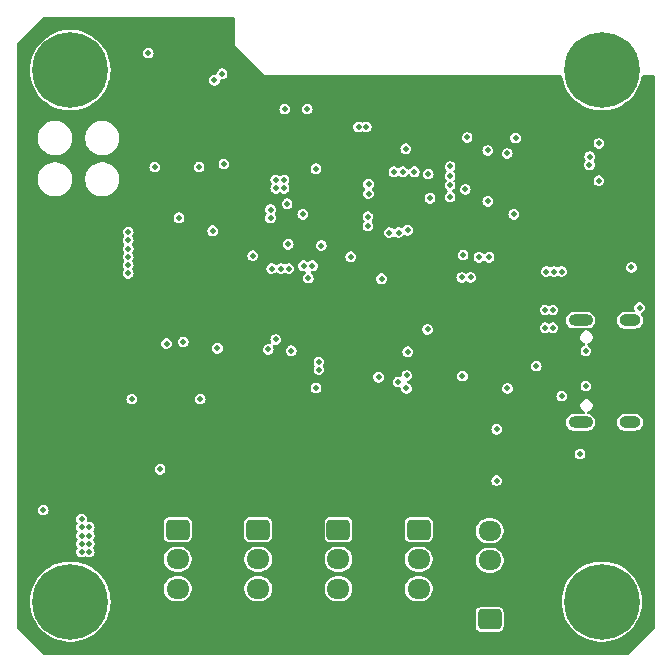
<source format=gbr>
%TF.GenerationSoftware,KiCad,Pcbnew,8.0.9-8.0.9-0~ubuntu24.04.1*%
%TF.CreationDate,2025-04-13T19:17:32+05:00*%
%TF.ProjectId,ThetaAnomalain,54686574-6141-46e6-9f6d-616c61696e2e,rev?*%
%TF.SameCoordinates,Original*%
%TF.FileFunction,Copper,L2,Inr*%
%TF.FilePolarity,Positive*%
%FSLAX46Y46*%
G04 Gerber Fmt 4.6, Leading zero omitted, Abs format (unit mm)*
G04 Created by KiCad (PCBNEW 8.0.9-8.0.9-0~ubuntu24.04.1) date 2025-04-13 19:17:32*
%MOMM*%
%LPD*%
G01*
G04 APERTURE LIST*
G04 Aperture macros list*
%AMRoundRect*
0 Rectangle with rounded corners*
0 $1 Rounding radius*
0 $2 $3 $4 $5 $6 $7 $8 $9 X,Y pos of 4 corners*
0 Add a 4 corners polygon primitive as box body*
4,1,4,$2,$3,$4,$5,$6,$7,$8,$9,$2,$3,0*
0 Add four circle primitives for the rounded corners*
1,1,$1+$1,$2,$3*
1,1,$1+$1,$4,$5*
1,1,$1+$1,$6,$7*
1,1,$1+$1,$8,$9*
0 Add four rect primitives between the rounded corners*
20,1,$1+$1,$2,$3,$4,$5,0*
20,1,$1+$1,$4,$5,$6,$7,0*
20,1,$1+$1,$6,$7,$8,$9,0*
20,1,$1+$1,$8,$9,$2,$3,0*%
G04 Aperture macros list end*
%TA.AperFunction,ComponentPad*%
%ADD10RoundRect,0.250000X-0.725000X0.600000X-0.725000X-0.600000X0.725000X-0.600000X0.725000X0.600000X0*%
%TD*%
%TA.AperFunction,ComponentPad*%
%ADD11O,1.950000X1.700000*%
%TD*%
%TA.AperFunction,ComponentPad*%
%ADD12R,0.900000X0.500000*%
%TD*%
%TA.AperFunction,ComponentPad*%
%ADD13C,0.800000*%
%TD*%
%TA.AperFunction,ComponentPad*%
%ADD14C,6.400000*%
%TD*%
%TA.AperFunction,ComponentPad*%
%ADD15RoundRect,0.250000X0.725000X-0.600000X0.725000X0.600000X-0.725000X0.600000X-0.725000X-0.600000X0*%
%TD*%
%TA.AperFunction,ComponentPad*%
%ADD16O,2.100000X1.000000*%
%TD*%
%TA.AperFunction,ComponentPad*%
%ADD17O,1.800000X1.000000*%
%TD*%
%TA.AperFunction,ViaPad*%
%ADD18C,0.500000*%
%TD*%
%TA.AperFunction,Conductor*%
%ADD19C,0.200000*%
%TD*%
G04 APERTURE END LIST*
D10*
%TO.N,/SERVOB*%
%TO.C,J4*%
X100700000Y-117900000D03*
D11*
%TO.N,+6V*%
X100700000Y-120400000D03*
%TO.N,Net-(J3-Pin_3)*%
X100700000Y-122900000D03*
%TD*%
D12*
%TO.N,GND*%
%TO.C,AE1*%
X98700000Y-79700000D03*
%TD*%
D13*
%TO.N,N/C*%
%TO.C,H1*%
X120600000Y-79000000D03*
X121302944Y-77302944D03*
X121302944Y-80697056D03*
X123000000Y-76600000D03*
D14*
X123000000Y-79000000D03*
D13*
X123000000Y-81400000D03*
X124697056Y-77302944D03*
X124697056Y-80697056D03*
X125400000Y-79000000D03*
%TD*%
D10*
%TO.N,/SERVOA*%
%TO.C,J3*%
X107500000Y-117900000D03*
D11*
%TO.N,+6V*%
X107500000Y-120400000D03*
%TO.N,Net-(J3-Pin_3)*%
X107500000Y-122900000D03*
%TD*%
D15*
%TO.N,VDD*%
%TO.C,J7*%
X113500000Y-125500000D03*
D11*
%TO.N,GND*%
X113500000Y-123000000D03*
%TO.N,/RXD0*%
X113500000Y-120500000D03*
%TO.N,/TXD0*%
X113500000Y-118000000D03*
%TD*%
D10*
%TO.N,/SERVOD*%
%TO.C,J6*%
X87100000Y-117900000D03*
D11*
%TO.N,+6V*%
X87100000Y-120400000D03*
%TO.N,Net-(J3-Pin_3)*%
X87100000Y-122900000D03*
%TD*%
D13*
%TO.N,N/C*%
%TO.C,H4*%
X120600000Y-124000000D03*
X121302944Y-122302944D03*
X121302944Y-125697056D03*
X123000000Y-121600000D03*
D14*
X123000000Y-124000000D03*
D13*
X123000000Y-126400000D03*
X124697056Y-122302944D03*
X124697056Y-125697056D03*
X125400000Y-124000000D03*
%TD*%
D10*
%TO.N,/SERVOC*%
%TO.C,J5*%
X93900000Y-117900000D03*
D11*
%TO.N,+6V*%
X93900000Y-120400000D03*
%TO.N,Net-(J3-Pin_3)*%
X93900000Y-122900000D03*
%TD*%
D13*
%TO.N,N/C*%
%TO.C,H2*%
X75600000Y-124000000D03*
X76302944Y-122302944D03*
X76302944Y-125697056D03*
X78000000Y-121600000D03*
D14*
X78000000Y-124000000D03*
D13*
X78000000Y-126400000D03*
X79697056Y-122302944D03*
X79697056Y-125697056D03*
X80400000Y-124000000D03*
%TD*%
D16*
%TO.N,unconnected-(J1-SHIELD-PadS1)_1*%
%TO.C,J1*%
X121195000Y-108820000D03*
D17*
%TO.N,unconnected-(J1-SHIELD-PadS1)_3*%
X125375000Y-108820000D03*
D16*
%TO.N,unconnected-(J1-SHIELD-PadS1)*%
X121195000Y-100180000D03*
D17*
%TO.N,unconnected-(J1-SHIELD-PadS1)_2*%
X125375000Y-100180000D03*
%TD*%
D13*
%TO.N,N/C*%
%TO.C,H3*%
X75600000Y-79000000D03*
X76302944Y-77302944D03*
X76302944Y-80697056D03*
X78000000Y-76600000D03*
D14*
X78000000Y-79000000D03*
D13*
X78000000Y-81400000D03*
X79697056Y-77302944D03*
X79697056Y-80697056D03*
X80400000Y-79000000D03*
%TD*%
D18*
%TO.N,GND*%
X103750000Y-87650000D03*
X103250000Y-90450000D03*
%TO.N,VDD*%
X85600000Y-112800000D03*
%TO.N,GND*%
X96000000Y-103900000D03*
%TO.N,VDD*%
X108250000Y-100950000D03*
X118850000Y-100800000D03*
X87200000Y-91500000D03*
X96150000Y-82300000D03*
X90050000Y-92600000D03*
X117450000Y-104050000D03*
X94950000Y-91500000D03*
X98500000Y-95550000D03*
X84600000Y-77550000D03*
X101750000Y-94800000D03*
X118200000Y-100800000D03*
X99050000Y-103700000D03*
X114990000Y-86050000D03*
X97750000Y-95550000D03*
X105000000Y-92750000D03*
X111590000Y-84700000D03*
X95400000Y-89000000D03*
X115550000Y-91200000D03*
X111440000Y-89100000D03*
X102400000Y-83800000D03*
X118850000Y-99300000D03*
X99050000Y-104350000D03*
X94950000Y-90800000D03*
X96100000Y-88300000D03*
X118200000Y-99300000D03*
X89000000Y-106850000D03*
X122750000Y-85200000D03*
X103050000Y-83800000D03*
X106400000Y-85650000D03*
X98050000Y-82300000D03*
X96100000Y-89000000D03*
X95400000Y-88300000D03*
%TO.N,/TX0_RAW*%
X121985876Y-86314124D03*
X106500000Y-104850000D03*
X106150000Y-87600000D03*
%TO.N,/BOOT*%
X103250000Y-89450000D03*
X91000000Y-86950000D03*
%TO.N,/Action*%
X115698893Y-84746442D03*
X122750000Y-88350000D03*
%TO.N,/RXD0*%
X105750000Y-105400000D03*
X121950000Y-87000000D03*
X105400000Y-87600000D03*
%TO.N,GND*%
X83400000Y-111550080D03*
X112150000Y-93000000D03*
X108300000Y-97650000D03*
X94950000Y-92557500D03*
X103380000Y-81215000D03*
X74100000Y-91900000D03*
X85150000Y-85350000D03*
X101600000Y-81300000D03*
X75700000Y-121200000D03*
X84800000Y-94300000D03*
X96800000Y-87350000D03*
X74100000Y-95900000D03*
X101600000Y-83200000D03*
X109700000Y-79800000D03*
X76600000Y-111550080D03*
X74100000Y-92700000D03*
X74300000Y-120500000D03*
X97450000Y-87350000D03*
X84800000Y-105400000D03*
X103300000Y-79800000D03*
X75000000Y-121200000D03*
X101600000Y-85000000D03*
X112150000Y-92300000D03*
X95100000Y-79800000D03*
X105700000Y-79800000D03*
X108300000Y-99650000D03*
X84800000Y-96500000D03*
X75000000Y-120500000D03*
X84100000Y-110150080D03*
X100900000Y-106700000D03*
X102880000Y-81715000D03*
X76600000Y-112250080D03*
X108900000Y-79800000D03*
X93425000Y-100875000D03*
X117450000Y-104950000D03*
X76600000Y-110850080D03*
X74700000Y-95500000D03*
X112800000Y-80250000D03*
X92000000Y-117900000D03*
X83400000Y-110150080D03*
X108580000Y-84415000D03*
X102500000Y-79800000D03*
X114000000Y-99600000D03*
X104100000Y-79800000D03*
X100050000Y-85700000D03*
X74100000Y-94300000D03*
X115000000Y-84750000D03*
X93200000Y-78700000D03*
X109180000Y-84415000D03*
X74300000Y-118400000D03*
X122600000Y-100950000D03*
X74300000Y-117700000D03*
X90200000Y-99900000D03*
X92100000Y-77600000D03*
X116100000Y-79800000D03*
X100000000Y-80600000D03*
X101700000Y-79800000D03*
X119200000Y-79800000D03*
X91550000Y-76250000D03*
X98100000Y-87350000D03*
X101600000Y-82000000D03*
X117400000Y-97850000D03*
X74100000Y-95100000D03*
X84100000Y-111550080D03*
X93750000Y-79250000D03*
X84800000Y-99800000D03*
X96700000Y-79800000D03*
X84100000Y-112250080D03*
X74700000Y-96300000D03*
X84100000Y-108750080D03*
X94300000Y-79800000D03*
X107300000Y-79800000D03*
X74700000Y-92300000D03*
X101600000Y-80600000D03*
X84800000Y-100900000D03*
X105300000Y-106700000D03*
X117700000Y-79800000D03*
X74700000Y-97100000D03*
X84100000Y-110850080D03*
X115300000Y-79800000D03*
X102880000Y-82915000D03*
X84800000Y-103100000D03*
X104580000Y-81215000D03*
X108100000Y-79800000D03*
X98050000Y-101850000D03*
X101600000Y-84400000D03*
X104200000Y-106700000D03*
X97500000Y-79800000D03*
X74100000Y-93500000D03*
X84800000Y-95400000D03*
X74100000Y-96700000D03*
X104100000Y-85100000D03*
X114000000Y-100300000D03*
X74300000Y-119800000D03*
X122950000Y-98550000D03*
X105700000Y-85750000D03*
X76600000Y-110150080D03*
X99900000Y-79800000D03*
X85400000Y-117800000D03*
X105600000Y-117900000D03*
X100350000Y-87300000D03*
X84800000Y-104200000D03*
X103100000Y-106700000D03*
X101600000Y-83800000D03*
X102000000Y-106700000D03*
X102880000Y-82315000D03*
X91550000Y-77050000D03*
X75700000Y-120500000D03*
X114000000Y-101000000D03*
X99800000Y-106700000D03*
X74300000Y-119100000D03*
X99250000Y-92600000D03*
X116700000Y-97850000D03*
X100000000Y-81300000D03*
X83400000Y-112250080D03*
X110500000Y-79800000D03*
X100000000Y-82950000D03*
X77300000Y-112250080D03*
X113500000Y-79800000D03*
X91550000Y-75450000D03*
X77300000Y-110150080D03*
X98900000Y-117900000D03*
X74300000Y-121200000D03*
X121500000Y-93000000D03*
X105780000Y-81215000D03*
X126787500Y-83100000D03*
X101600000Y-82600000D03*
X84800000Y-97600000D03*
X113200000Y-111100000D03*
X95900000Y-79800000D03*
X101500000Y-88900000D03*
X102500000Y-86850000D03*
X114500000Y-79800000D03*
X77300000Y-110850080D03*
X108900000Y-106000000D03*
X103980000Y-81215000D03*
X84800000Y-102000000D03*
X104900000Y-79800000D03*
X74700000Y-93100000D03*
X74700000Y-94700000D03*
X84100000Y-109450080D03*
X106500000Y-79800000D03*
X111440000Y-88100000D03*
X118400000Y-79800000D03*
X115140000Y-89100000D03*
X92650000Y-78150000D03*
X74700000Y-93900000D03*
X105180000Y-81215000D03*
X77300000Y-111550080D03*
X111590000Y-87250000D03*
X111300000Y-79800000D03*
X101600000Y-85600000D03*
X74700000Y-91500000D03*
X98900000Y-101000000D03*
X100000000Y-83550000D03*
X108300000Y-98400000D03*
X100000000Y-84150000D03*
X116900000Y-79800000D03*
X112000000Y-80250000D03*
X84800000Y-98700000D03*
X83400000Y-110850080D03*
X88900000Y-85350000D03*
%TO.N,/IMU_INT*%
X96350000Y-90300000D03*
X103200000Y-91400000D03*
%TO.N,+3V8*%
X82900000Y-92700000D03*
X82900000Y-96200000D03*
X119600000Y-96050000D03*
X82900000Y-95500000D03*
X118950000Y-96050000D03*
X82900000Y-93400000D03*
X82900000Y-94800000D03*
X82900000Y-94100000D03*
X99250000Y-93850000D03*
X118300000Y-96050000D03*
%TO.N,/SDA*%
X90200000Y-79850000D03*
X105800000Y-92750000D03*
X113450000Y-94850000D03*
%TO.N,/SCL*%
X113340000Y-90100000D03*
X112600000Y-94850000D03*
X113340000Y-85800000D03*
X90850000Y-79300000D03*
X106559184Y-92550000D03*
%TO.N,/CHIP_PU*%
X103250000Y-88650000D03*
X88900000Y-87200000D03*
X85150000Y-87200000D03*
%TO.N,/SERVOA*%
X110150000Y-89750000D03*
%TO.N,/SERVOB*%
X110150000Y-88750000D03*
%TO.N,/SERVOC*%
X108450000Y-89850000D03*
%TO.N,/OFF*%
X111250000Y-94650000D03*
X110150000Y-87150000D03*
%TO.N,Net-(JP1-C)*%
X83200000Y-106850000D03*
%TO.N,/SERVOEN*%
X75700000Y-116250000D03*
X108300000Y-87800000D03*
%TO.N,/BUZ*%
X111150000Y-96550000D03*
X115000000Y-105950000D03*
%TO.N,Net-(D1-A)*%
X119600000Y-106600000D03*
X126200000Y-99100000D03*
%TO.N,Net-(BZ1-+)*%
X121150000Y-111500000D03*
X125500000Y-95700000D03*
%TO.N,Net-(J3-Pin_3)*%
X79600000Y-117700000D03*
X78950000Y-119800000D03*
X79600000Y-118400000D03*
X79600000Y-119100000D03*
X78950000Y-117000000D03*
X79600000Y-119800000D03*
X78950000Y-118400000D03*
X78950000Y-117700000D03*
X78950000Y-119100000D03*
%TO.N,Net-(J1-CC2)*%
X121650000Y-102750000D03*
X114100000Y-109400000D03*
%TO.N,Net-(J1-CC1)*%
X121650000Y-105750000D03*
X114100000Y-113750000D03*
%TO.N,Net-(RN3-R3.2)*%
X104350000Y-96650000D03*
X106570000Y-102830000D03*
%TO.N,Net-(RN4-R4.2)*%
X98150000Y-96600000D03*
X93450000Y-94700000D03*
%TO.N,Net-(RN4-R2.2)*%
X96500000Y-95800000D03*
X90450000Y-102550000D03*
%TO.N,Net-(RN4-R1.2)*%
X87550000Y-102000000D03*
X95850000Y-95800000D03*
%TO.N,Net-(RN5-R4.2)*%
X95050000Y-95800000D03*
X86150000Y-102150000D03*
%TO.N,Net-(U5-INT2{slash}FSYNC{slash}CLKIN)*%
X97687276Y-91200000D03*
X96450000Y-93750000D03*
X98800003Y-87350000D03*
%TO.N,/SERVOD*%
X110150000Y-87950000D03*
%TO.N,/LD_SCK*%
X103200000Y-92200000D03*
X94750000Y-102650000D03*
%TO.N,/LD_D*%
X111900000Y-96550000D03*
X104100000Y-105000000D03*
X96700000Y-102750000D03*
X111200000Y-104900000D03*
%TO.N,/LD_CS*%
X95400000Y-101800000D03*
X107125650Y-87600000D03*
X106450000Y-105950000D03*
X98800000Y-105900000D03*
%TD*%
D19*
%TO.N,GND*%
X96000000Y-103900000D02*
X96000000Y-102300000D01*
X96000000Y-102300000D02*
X96600000Y-101700000D01*
X96600000Y-101700000D02*
X97900000Y-101700000D01*
X97900000Y-101700000D02*
X98050000Y-101850000D01*
X105050000Y-85100000D02*
X104100000Y-85100000D01*
X114300000Y-88260000D02*
X115140000Y-89100000D01*
X100150000Y-86800000D02*
X100350000Y-87000000D01*
X118300000Y-100150000D02*
X117400000Y-99250000D01*
X112150000Y-92300000D02*
X112150000Y-92090000D01*
X113100000Y-93000000D02*
X116700000Y-96600000D01*
X101500000Y-88900000D02*
X100350000Y-87750000D01*
X94992500Y-92600000D02*
X99250000Y-92600000D01*
X104100000Y-85100000D02*
X103600000Y-85600000D01*
X108300000Y-99650000D02*
X110200000Y-97750000D01*
X105700000Y-85750000D02*
X105050000Y-85100000D01*
X111590000Y-86825000D02*
X109180000Y-84415000D01*
X94300000Y-79800000D02*
X97500000Y-79800000D01*
X110200000Y-97750000D02*
X112150000Y-97750000D01*
X115750000Y-97850000D02*
X114000000Y-99600000D01*
X120000000Y-100950000D02*
X119200000Y-100150000D01*
X98900000Y-100100000D02*
X98900000Y-101000000D01*
X105700000Y-85750000D02*
X106100000Y-86150000D01*
X111440000Y-88100000D02*
X111440000Y-87400000D01*
X91550000Y-74650000D02*
X91550000Y-77050000D01*
X112440000Y-89100000D02*
X111440000Y-88100000D01*
X111590000Y-87250000D02*
X111590000Y-86825000D01*
X113200000Y-109250000D02*
X117450000Y-105000000D01*
X116700000Y-96600000D02*
X116700000Y-97850000D01*
X93425000Y-100875000D02*
X94200000Y-100100000D01*
X100350000Y-87750000D02*
X100350000Y-87300000D01*
X98800000Y-79800000D02*
X98700000Y-79700000D01*
X94300000Y-79950000D02*
X94300000Y-79800000D01*
X112150000Y-93000000D02*
X113100000Y-93000000D01*
X117450000Y-105000000D02*
X117450000Y-104950000D01*
X98300000Y-86800000D02*
X100150000Y-86800000D01*
X97500000Y-79800000D02*
X98600000Y-79800000D01*
X115000000Y-84750000D02*
X114300000Y-85450000D01*
X114300000Y-85450000D02*
X114300000Y-88260000D01*
X116700000Y-97850000D02*
X117400000Y-97850000D01*
X95100000Y-87350000D02*
X96800000Y-87350000D01*
X111440000Y-87400000D02*
X111590000Y-87250000D01*
X114000000Y-101500000D02*
X114000000Y-101000000D01*
X88900000Y-85350000D02*
X85150000Y-85350000D01*
X100350000Y-87000000D02*
X100350000Y-87300000D01*
X119200000Y-100150000D02*
X118300000Y-100150000D01*
X112150000Y-97750000D02*
X114000000Y-99600000D01*
X99900000Y-79800000D02*
X101700000Y-79800000D01*
X98700000Y-81650000D02*
X100000000Y-82950000D01*
X94950000Y-92557500D02*
X94050000Y-91657500D01*
X117450000Y-104950000D02*
X114000000Y-101500000D01*
X116700000Y-97850000D02*
X115750000Y-97850000D01*
X122600000Y-100950000D02*
X120000000Y-100950000D01*
X106845000Y-86150000D02*
X108580000Y-84415000D01*
X99900000Y-79800000D02*
X98800000Y-79800000D01*
X94200000Y-100100000D02*
X98900000Y-100100000D01*
X106100000Y-86150000D02*
X106845000Y-86150000D01*
X115140000Y-89100000D02*
X112440000Y-89100000D01*
X91550000Y-77050000D02*
X94300000Y-79800000D01*
X98100000Y-87000000D02*
X98300000Y-86800000D01*
X98100000Y-87350000D02*
X98100000Y-87000000D01*
X94950000Y-92557500D02*
X94992500Y-92600000D01*
X98600000Y-79800000D02*
X98700000Y-79700000D01*
X103600000Y-85600000D02*
X101500000Y-85600000D01*
X112150000Y-92090000D02*
X115140000Y-89100000D01*
X117400000Y-99250000D02*
X117400000Y-97850000D01*
X101700000Y-79800000D02*
X119200000Y-79800000D01*
X94050000Y-91657500D02*
X94050000Y-88400000D01*
X113200000Y-111100000D02*
X113200000Y-109250000D01*
X98700000Y-79700000D02*
X98700000Y-81650000D01*
X88900000Y-85350000D02*
X94300000Y-79950000D01*
X94050000Y-88400000D02*
X95100000Y-87350000D01*
%TD*%
%TA.AperFunction,Conductor*%
%TO.N,GND*%
G36*
X91893039Y-74520185D02*
G01*
X91938794Y-74572989D01*
X91950000Y-74624500D01*
X91950000Y-76900000D01*
X94500000Y-79450000D01*
X97750000Y-79450000D01*
X119522554Y-79450000D01*
X119589593Y-79469685D01*
X119635348Y-79522489D01*
X119644918Y-79553931D01*
X119671162Y-79714005D01*
X119674126Y-79732086D01*
X119674128Y-79732094D01*
X119772768Y-80087365D01*
X119772770Y-80087371D01*
X119909255Y-80429926D01*
X119909261Y-80429938D01*
X120081973Y-80755708D01*
X120081976Y-80755713D01*
X120081978Y-80755716D01*
X120288910Y-81060917D01*
X120527627Y-81341956D01*
X120795330Y-81595538D01*
X121088881Y-81818690D01*
X121404838Y-82008795D01*
X121404840Y-82008796D01*
X121404842Y-82008797D01*
X121404846Y-82008799D01*
X121739486Y-82163620D01*
X121739497Y-82163625D01*
X122088934Y-82281364D01*
X122449052Y-82360632D01*
X122815630Y-82400500D01*
X122815636Y-82400500D01*
X123184364Y-82400500D01*
X123184370Y-82400500D01*
X123550948Y-82360632D01*
X123911066Y-82281364D01*
X124260503Y-82163625D01*
X124595162Y-82008795D01*
X124911119Y-81818690D01*
X125204670Y-81595538D01*
X125472373Y-81341956D01*
X125711090Y-81060917D01*
X125918022Y-80755716D01*
X126090743Y-80429930D01*
X126227227Y-80087379D01*
X126325875Y-79732081D01*
X126355080Y-79553935D01*
X126385350Y-79490968D01*
X126444861Y-79454358D01*
X126477446Y-79450000D01*
X127375500Y-79450000D01*
X127442539Y-79469685D01*
X127488294Y-79522489D01*
X127499500Y-79574000D01*
X127499500Y-126241324D01*
X127479815Y-126308363D01*
X127463181Y-126329005D01*
X125329005Y-128463181D01*
X125267682Y-128496666D01*
X125241324Y-128499500D01*
X75758676Y-128499500D01*
X75691637Y-128479815D01*
X75670995Y-128463181D01*
X73536819Y-126329005D01*
X73503334Y-126267682D01*
X73500500Y-126241324D01*
X73500500Y-123999997D01*
X74594506Y-123999997D01*
X74594506Y-124000002D01*
X74614469Y-124368196D01*
X74614470Y-124368213D01*
X74674122Y-124732068D01*
X74674128Y-124732094D01*
X74772768Y-125087365D01*
X74772770Y-125087371D01*
X74909255Y-125429926D01*
X74909261Y-125429938D01*
X75081973Y-125755708D01*
X75081979Y-125755717D01*
X75288909Y-126060916D01*
X75502930Y-126312880D01*
X75527627Y-126341956D01*
X75795330Y-126595538D01*
X76088881Y-126818690D01*
X76404838Y-127008795D01*
X76404840Y-127008796D01*
X76404842Y-127008797D01*
X76404846Y-127008799D01*
X76739486Y-127163620D01*
X76739497Y-127163625D01*
X77088934Y-127281364D01*
X77449052Y-127360632D01*
X77815630Y-127400500D01*
X77815636Y-127400500D01*
X78184364Y-127400500D01*
X78184370Y-127400500D01*
X78550948Y-127360632D01*
X78911066Y-127281364D01*
X79260503Y-127163625D01*
X79595162Y-127008795D01*
X79911119Y-126818690D01*
X80204670Y-126595538D01*
X80472373Y-126341956D01*
X80711090Y-126060917D01*
X80918022Y-125755716D01*
X81090743Y-125429930D01*
X81227227Y-125087379D01*
X81294321Y-124845730D01*
X112324500Y-124845730D01*
X112324500Y-126154269D01*
X112327353Y-126184699D01*
X112327353Y-126184701D01*
X112372206Y-126312880D01*
X112372207Y-126312882D01*
X112452850Y-126422150D01*
X112562118Y-126502793D01*
X112604845Y-126517744D01*
X112690299Y-126547646D01*
X112720730Y-126550500D01*
X112720734Y-126550500D01*
X114279270Y-126550500D01*
X114309699Y-126547646D01*
X114309701Y-126547646D01*
X114373790Y-126525219D01*
X114437882Y-126502793D01*
X114547150Y-126422150D01*
X114627793Y-126312882D01*
X114652832Y-126241324D01*
X114672646Y-126184701D01*
X114672646Y-126184699D01*
X114675500Y-126154269D01*
X114675500Y-124845730D01*
X114672646Y-124815300D01*
X114672646Y-124815298D01*
X114627793Y-124687119D01*
X114627792Y-124687117D01*
X114547150Y-124577850D01*
X114437882Y-124497207D01*
X114437880Y-124497206D01*
X114309700Y-124452353D01*
X114279270Y-124449500D01*
X114279266Y-124449500D01*
X112720734Y-124449500D01*
X112720730Y-124449500D01*
X112690300Y-124452353D01*
X112690298Y-124452353D01*
X112562119Y-124497206D01*
X112562117Y-124497207D01*
X112452850Y-124577850D01*
X112372207Y-124687117D01*
X112372206Y-124687119D01*
X112327353Y-124815298D01*
X112327353Y-124815300D01*
X112324500Y-124845730D01*
X81294321Y-124845730D01*
X81325875Y-124732081D01*
X81364381Y-124497206D01*
X81385529Y-124368213D01*
X81385529Y-124368210D01*
X81385531Y-124368199D01*
X81405494Y-124000000D01*
X81405494Y-123999997D01*
X119594506Y-123999997D01*
X119594506Y-124000002D01*
X119614469Y-124368196D01*
X119614470Y-124368213D01*
X119674122Y-124732068D01*
X119674128Y-124732094D01*
X119772768Y-125087365D01*
X119772770Y-125087371D01*
X119909255Y-125429926D01*
X119909261Y-125429938D01*
X120081973Y-125755708D01*
X120081979Y-125755717D01*
X120288909Y-126060916D01*
X120502930Y-126312880D01*
X120527627Y-126341956D01*
X120795330Y-126595538D01*
X121088881Y-126818690D01*
X121404838Y-127008795D01*
X121404840Y-127008796D01*
X121404842Y-127008797D01*
X121404846Y-127008799D01*
X121739486Y-127163620D01*
X121739497Y-127163625D01*
X122088934Y-127281364D01*
X122449052Y-127360632D01*
X122815630Y-127400500D01*
X122815636Y-127400500D01*
X123184364Y-127400500D01*
X123184370Y-127400500D01*
X123550948Y-127360632D01*
X123911066Y-127281364D01*
X124260503Y-127163625D01*
X124595162Y-127008795D01*
X124911119Y-126818690D01*
X125204670Y-126595538D01*
X125472373Y-126341956D01*
X125711090Y-126060917D01*
X125918022Y-125755716D01*
X126090743Y-125429930D01*
X126227227Y-125087379D01*
X126325875Y-124732081D01*
X126364381Y-124497206D01*
X126385529Y-124368213D01*
X126385529Y-124368210D01*
X126385531Y-124368199D01*
X126405494Y-124000000D01*
X126385531Y-123631801D01*
X126325875Y-123267919D01*
X126227227Y-122912621D01*
X126090743Y-122570070D01*
X126014453Y-122426172D01*
X125918026Y-122244291D01*
X125918024Y-122244288D01*
X125918022Y-122244284D01*
X125711090Y-121939083D01*
X125472373Y-121658044D01*
X125204670Y-121404462D01*
X124911119Y-121181310D01*
X124595162Y-120991205D01*
X124595161Y-120991204D01*
X124595157Y-120991202D01*
X124595153Y-120991200D01*
X124260513Y-120836379D01*
X124260508Y-120836377D01*
X124260503Y-120836375D01*
X124090172Y-120778983D01*
X123911065Y-120718635D01*
X123550946Y-120639367D01*
X123184371Y-120599500D01*
X123184370Y-120599500D01*
X122815630Y-120599500D01*
X122815628Y-120599500D01*
X122449053Y-120639367D01*
X122088934Y-120718635D01*
X121828424Y-120806412D01*
X121739497Y-120836375D01*
X121739494Y-120836376D01*
X121739486Y-120836379D01*
X121404846Y-120991200D01*
X121404842Y-120991202D01*
X121169538Y-121132779D01*
X121088881Y-121181310D01*
X120988410Y-121257685D01*
X120795330Y-121404461D01*
X120795330Y-121404462D01*
X120527626Y-121658044D01*
X120288909Y-121939083D01*
X120081979Y-122244282D01*
X120081973Y-122244291D01*
X119909261Y-122570061D01*
X119909255Y-122570073D01*
X119772770Y-122912628D01*
X119772768Y-122912634D01*
X119674128Y-123267905D01*
X119674122Y-123267931D01*
X119614470Y-123631786D01*
X119614469Y-123631803D01*
X119594506Y-123999997D01*
X81405494Y-123999997D01*
X81385531Y-123631801D01*
X81325875Y-123267919D01*
X81227227Y-122912621D01*
X81180972Y-122796530D01*
X85924500Y-122796530D01*
X85924500Y-123003469D01*
X85964868Y-123206412D01*
X85964870Y-123206420D01*
X86044058Y-123397596D01*
X86159024Y-123569657D01*
X86305342Y-123715975D01*
X86305345Y-123715977D01*
X86477402Y-123830941D01*
X86668580Y-123910130D01*
X86871530Y-123950499D01*
X86871534Y-123950500D01*
X86871535Y-123950500D01*
X87328466Y-123950500D01*
X87328467Y-123950499D01*
X87531420Y-123910130D01*
X87722598Y-123830941D01*
X87894655Y-123715977D01*
X88040977Y-123569655D01*
X88155941Y-123397598D01*
X88235130Y-123206420D01*
X88275500Y-123003465D01*
X88275500Y-122796535D01*
X88275499Y-122796530D01*
X92724500Y-122796530D01*
X92724500Y-123003469D01*
X92764868Y-123206412D01*
X92764870Y-123206420D01*
X92844058Y-123397596D01*
X92959024Y-123569657D01*
X93105342Y-123715975D01*
X93105345Y-123715977D01*
X93277402Y-123830941D01*
X93468580Y-123910130D01*
X93671530Y-123950499D01*
X93671534Y-123950500D01*
X93671535Y-123950500D01*
X94128466Y-123950500D01*
X94128467Y-123950499D01*
X94331420Y-123910130D01*
X94522598Y-123830941D01*
X94694655Y-123715977D01*
X94840977Y-123569655D01*
X94955941Y-123397598D01*
X95035130Y-123206420D01*
X95075500Y-123003465D01*
X95075500Y-122796535D01*
X95075499Y-122796530D01*
X99524500Y-122796530D01*
X99524500Y-123003469D01*
X99564868Y-123206412D01*
X99564870Y-123206420D01*
X99644058Y-123397596D01*
X99759024Y-123569657D01*
X99905342Y-123715975D01*
X99905345Y-123715977D01*
X100077402Y-123830941D01*
X100268580Y-123910130D01*
X100471530Y-123950499D01*
X100471534Y-123950500D01*
X100471535Y-123950500D01*
X100928466Y-123950500D01*
X100928467Y-123950499D01*
X101131420Y-123910130D01*
X101322598Y-123830941D01*
X101494655Y-123715977D01*
X101640977Y-123569655D01*
X101755941Y-123397598D01*
X101835130Y-123206420D01*
X101875500Y-123003465D01*
X101875500Y-122796535D01*
X101875499Y-122796530D01*
X106324500Y-122796530D01*
X106324500Y-123003469D01*
X106364868Y-123206412D01*
X106364870Y-123206420D01*
X106444058Y-123397596D01*
X106559024Y-123569657D01*
X106705342Y-123715975D01*
X106705345Y-123715977D01*
X106877402Y-123830941D01*
X107068580Y-123910130D01*
X107271530Y-123950499D01*
X107271534Y-123950500D01*
X107271535Y-123950500D01*
X107728466Y-123950500D01*
X107728467Y-123950499D01*
X107931420Y-123910130D01*
X108122598Y-123830941D01*
X108294655Y-123715977D01*
X108440977Y-123569655D01*
X108555941Y-123397598D01*
X108635130Y-123206420D01*
X108675500Y-123003465D01*
X108675500Y-122796535D01*
X108635130Y-122593580D01*
X108555941Y-122402402D01*
X108440977Y-122230345D01*
X108440975Y-122230342D01*
X108294657Y-122084024D01*
X108208626Y-122026541D01*
X108122598Y-121969059D01*
X107931420Y-121889870D01*
X107931412Y-121889868D01*
X107728469Y-121849500D01*
X107728465Y-121849500D01*
X107271535Y-121849500D01*
X107271530Y-121849500D01*
X107068587Y-121889868D01*
X107068579Y-121889870D01*
X106877403Y-121969058D01*
X106705342Y-122084024D01*
X106559024Y-122230342D01*
X106444058Y-122402403D01*
X106364870Y-122593579D01*
X106364868Y-122593587D01*
X106324500Y-122796530D01*
X101875499Y-122796530D01*
X101835130Y-122593580D01*
X101755941Y-122402402D01*
X101640977Y-122230345D01*
X101640975Y-122230342D01*
X101494657Y-122084024D01*
X101408626Y-122026541D01*
X101322598Y-121969059D01*
X101131420Y-121889870D01*
X101131412Y-121889868D01*
X100928469Y-121849500D01*
X100928465Y-121849500D01*
X100471535Y-121849500D01*
X100471530Y-121849500D01*
X100268587Y-121889868D01*
X100268579Y-121889870D01*
X100077403Y-121969058D01*
X99905342Y-122084024D01*
X99759024Y-122230342D01*
X99644058Y-122402403D01*
X99564870Y-122593579D01*
X99564868Y-122593587D01*
X99524500Y-122796530D01*
X95075499Y-122796530D01*
X95035130Y-122593580D01*
X94955941Y-122402402D01*
X94840977Y-122230345D01*
X94840975Y-122230342D01*
X94694657Y-122084024D01*
X94608626Y-122026541D01*
X94522598Y-121969059D01*
X94331420Y-121889870D01*
X94331412Y-121889868D01*
X94128469Y-121849500D01*
X94128465Y-121849500D01*
X93671535Y-121849500D01*
X93671530Y-121849500D01*
X93468587Y-121889868D01*
X93468579Y-121889870D01*
X93277403Y-121969058D01*
X93105342Y-122084024D01*
X92959024Y-122230342D01*
X92844058Y-122402403D01*
X92764870Y-122593579D01*
X92764868Y-122593587D01*
X92724500Y-122796530D01*
X88275499Y-122796530D01*
X88235130Y-122593580D01*
X88155941Y-122402402D01*
X88040977Y-122230345D01*
X88040975Y-122230342D01*
X87894657Y-122084024D01*
X87808626Y-122026541D01*
X87722598Y-121969059D01*
X87531420Y-121889870D01*
X87531412Y-121889868D01*
X87328469Y-121849500D01*
X87328465Y-121849500D01*
X86871535Y-121849500D01*
X86871530Y-121849500D01*
X86668587Y-121889868D01*
X86668579Y-121889870D01*
X86477403Y-121969058D01*
X86305342Y-122084024D01*
X86159024Y-122230342D01*
X86044058Y-122402403D01*
X85964870Y-122593579D01*
X85964868Y-122593587D01*
X85924500Y-122796530D01*
X81180972Y-122796530D01*
X81090743Y-122570070D01*
X81014453Y-122426172D01*
X80918026Y-122244291D01*
X80918024Y-122244288D01*
X80918022Y-122244284D01*
X80711090Y-121939083D01*
X80472373Y-121658044D01*
X80204670Y-121404462D01*
X79911119Y-121181310D01*
X79595162Y-120991205D01*
X79595161Y-120991204D01*
X79595157Y-120991202D01*
X79595153Y-120991200D01*
X79260513Y-120836379D01*
X79260508Y-120836377D01*
X79260503Y-120836375D01*
X79090172Y-120778983D01*
X78911065Y-120718635D01*
X78550946Y-120639367D01*
X78184371Y-120599500D01*
X78184370Y-120599500D01*
X77815630Y-120599500D01*
X77815628Y-120599500D01*
X77449053Y-120639367D01*
X77088934Y-120718635D01*
X76828424Y-120806412D01*
X76739497Y-120836375D01*
X76739494Y-120836376D01*
X76739486Y-120836379D01*
X76404846Y-120991200D01*
X76404842Y-120991202D01*
X76169538Y-121132779D01*
X76088881Y-121181310D01*
X75988410Y-121257685D01*
X75795330Y-121404461D01*
X75795330Y-121404462D01*
X75527626Y-121658044D01*
X75288909Y-121939083D01*
X75081979Y-122244282D01*
X75081973Y-122244291D01*
X74909261Y-122570061D01*
X74909255Y-122570073D01*
X74772770Y-122912628D01*
X74772768Y-122912634D01*
X74674128Y-123267905D01*
X74674122Y-123267931D01*
X74614470Y-123631786D01*
X74614469Y-123631803D01*
X74594506Y-123999997D01*
X73500500Y-123999997D01*
X73500500Y-120296530D01*
X85924500Y-120296530D01*
X85924500Y-120503469D01*
X85964868Y-120706412D01*
X85964870Y-120706420D01*
X86044058Y-120897596D01*
X86159024Y-121069657D01*
X86305342Y-121215975D01*
X86305345Y-121215977D01*
X86477402Y-121330941D01*
X86668580Y-121410130D01*
X86871530Y-121450499D01*
X86871534Y-121450500D01*
X86871535Y-121450500D01*
X87328466Y-121450500D01*
X87328467Y-121450499D01*
X87531420Y-121410130D01*
X87722598Y-121330941D01*
X87894655Y-121215977D01*
X88040977Y-121069655D01*
X88155941Y-120897598D01*
X88235130Y-120706420D01*
X88275500Y-120503465D01*
X88275500Y-120296535D01*
X88275499Y-120296530D01*
X92724500Y-120296530D01*
X92724500Y-120503469D01*
X92764868Y-120706412D01*
X92764870Y-120706420D01*
X92844058Y-120897596D01*
X92959024Y-121069657D01*
X93105342Y-121215975D01*
X93105345Y-121215977D01*
X93277402Y-121330941D01*
X93468580Y-121410130D01*
X93671530Y-121450499D01*
X93671534Y-121450500D01*
X93671535Y-121450500D01*
X94128466Y-121450500D01*
X94128467Y-121450499D01*
X94331420Y-121410130D01*
X94522598Y-121330941D01*
X94694655Y-121215977D01*
X94840977Y-121069655D01*
X94955941Y-120897598D01*
X95035130Y-120706420D01*
X95075500Y-120503465D01*
X95075500Y-120296535D01*
X95075499Y-120296530D01*
X99524500Y-120296530D01*
X99524500Y-120503469D01*
X99564868Y-120706412D01*
X99564870Y-120706420D01*
X99644058Y-120897596D01*
X99759024Y-121069657D01*
X99905342Y-121215975D01*
X99905345Y-121215977D01*
X100077402Y-121330941D01*
X100268580Y-121410130D01*
X100471530Y-121450499D01*
X100471534Y-121450500D01*
X100471535Y-121450500D01*
X100928466Y-121450500D01*
X100928467Y-121450499D01*
X101131420Y-121410130D01*
X101322598Y-121330941D01*
X101494655Y-121215977D01*
X101640977Y-121069655D01*
X101755941Y-120897598D01*
X101835130Y-120706420D01*
X101875500Y-120503465D01*
X101875500Y-120296535D01*
X101875499Y-120296530D01*
X106324500Y-120296530D01*
X106324500Y-120503469D01*
X106364868Y-120706412D01*
X106364870Y-120706420D01*
X106444058Y-120897596D01*
X106559024Y-121069657D01*
X106705342Y-121215975D01*
X106705345Y-121215977D01*
X106877402Y-121330941D01*
X107068580Y-121410130D01*
X107271530Y-121450499D01*
X107271534Y-121450500D01*
X107271535Y-121450500D01*
X107728466Y-121450500D01*
X107728467Y-121450499D01*
X107931420Y-121410130D01*
X108122598Y-121330941D01*
X108294655Y-121215977D01*
X108440977Y-121069655D01*
X108555941Y-120897598D01*
X108635130Y-120706420D01*
X108675500Y-120503465D01*
X108675500Y-120396530D01*
X112324500Y-120396530D01*
X112324500Y-120603469D01*
X112364868Y-120806412D01*
X112364870Y-120806420D01*
X112444058Y-120997596D01*
X112559024Y-121169657D01*
X112705342Y-121315975D01*
X112705345Y-121315977D01*
X112877402Y-121430941D01*
X113068580Y-121510130D01*
X113271530Y-121550499D01*
X113271534Y-121550500D01*
X113271535Y-121550500D01*
X113728466Y-121550500D01*
X113728467Y-121550499D01*
X113931420Y-121510130D01*
X114122598Y-121430941D01*
X114294655Y-121315977D01*
X114440977Y-121169655D01*
X114555941Y-120997598D01*
X114635130Y-120806420D01*
X114675500Y-120603465D01*
X114675500Y-120396535D01*
X114635130Y-120193580D01*
X114555941Y-120002402D01*
X114440977Y-119830345D01*
X114440975Y-119830342D01*
X114294657Y-119684024D01*
X114208626Y-119626541D01*
X114122598Y-119569059D01*
X114086090Y-119553937D01*
X113931420Y-119489870D01*
X113931412Y-119489868D01*
X113728469Y-119449500D01*
X113728465Y-119449500D01*
X113271535Y-119449500D01*
X113271530Y-119449500D01*
X113068587Y-119489868D01*
X113068579Y-119489870D01*
X112877403Y-119569058D01*
X112705342Y-119684024D01*
X112559024Y-119830342D01*
X112444058Y-120002403D01*
X112364870Y-120193579D01*
X112364868Y-120193587D01*
X112324500Y-120396530D01*
X108675500Y-120396530D01*
X108675500Y-120296535D01*
X108635130Y-120093580D01*
X108555941Y-119902402D01*
X108440977Y-119730345D01*
X108440975Y-119730342D01*
X108294657Y-119584024D01*
X108208626Y-119526541D01*
X108122598Y-119469059D01*
X107931420Y-119389870D01*
X107931412Y-119389868D01*
X107728469Y-119349500D01*
X107728465Y-119349500D01*
X107271535Y-119349500D01*
X107271530Y-119349500D01*
X107068587Y-119389868D01*
X107068579Y-119389870D01*
X106877403Y-119469058D01*
X106705342Y-119584024D01*
X106559024Y-119730342D01*
X106444058Y-119902403D01*
X106364870Y-120093579D01*
X106364868Y-120093587D01*
X106324500Y-120296530D01*
X101875499Y-120296530D01*
X101835130Y-120093580D01*
X101755941Y-119902402D01*
X101640977Y-119730345D01*
X101640975Y-119730342D01*
X101494657Y-119584024D01*
X101408626Y-119526541D01*
X101322598Y-119469059D01*
X101131420Y-119389870D01*
X101131412Y-119389868D01*
X100928469Y-119349500D01*
X100928465Y-119349500D01*
X100471535Y-119349500D01*
X100471530Y-119349500D01*
X100268587Y-119389868D01*
X100268579Y-119389870D01*
X100077403Y-119469058D01*
X99905342Y-119584024D01*
X99759024Y-119730342D01*
X99644058Y-119902403D01*
X99564870Y-120093579D01*
X99564868Y-120093587D01*
X99524500Y-120296530D01*
X95075499Y-120296530D01*
X95035130Y-120093580D01*
X94955941Y-119902402D01*
X94840977Y-119730345D01*
X94840975Y-119730342D01*
X94694657Y-119584024D01*
X94608626Y-119526541D01*
X94522598Y-119469059D01*
X94331420Y-119389870D01*
X94331412Y-119389868D01*
X94128469Y-119349500D01*
X94128465Y-119349500D01*
X93671535Y-119349500D01*
X93671530Y-119349500D01*
X93468587Y-119389868D01*
X93468579Y-119389870D01*
X93277403Y-119469058D01*
X93105342Y-119584024D01*
X92959024Y-119730342D01*
X92844058Y-119902403D01*
X92764870Y-120093579D01*
X92764868Y-120093587D01*
X92724500Y-120296530D01*
X88275499Y-120296530D01*
X88235130Y-120093580D01*
X88155941Y-119902402D01*
X88040977Y-119730345D01*
X88040975Y-119730342D01*
X87894657Y-119584024D01*
X87808626Y-119526541D01*
X87722598Y-119469059D01*
X87531420Y-119389870D01*
X87531412Y-119389868D01*
X87328469Y-119349500D01*
X87328465Y-119349500D01*
X86871535Y-119349500D01*
X86871530Y-119349500D01*
X86668587Y-119389868D01*
X86668579Y-119389870D01*
X86477403Y-119469058D01*
X86305342Y-119584024D01*
X86159024Y-119730342D01*
X86044058Y-119902403D01*
X85964870Y-120093579D01*
X85964868Y-120093587D01*
X85924500Y-120296530D01*
X73500500Y-120296530D01*
X73500500Y-117000000D01*
X78494867Y-117000000D01*
X78513302Y-117128225D01*
X78567117Y-117246061D01*
X78567120Y-117246067D01*
X78586817Y-117268798D01*
X78615842Y-117332354D01*
X78605898Y-117401512D01*
X78586817Y-117431202D01*
X78567120Y-117453932D01*
X78567117Y-117453938D01*
X78513302Y-117571774D01*
X78494867Y-117700000D01*
X78513302Y-117828225D01*
X78567117Y-117946061D01*
X78567120Y-117946067D01*
X78586817Y-117968798D01*
X78615842Y-118032354D01*
X78605898Y-118101512D01*
X78586817Y-118131202D01*
X78567120Y-118153932D01*
X78567117Y-118153938D01*
X78513302Y-118271774D01*
X78494867Y-118400000D01*
X78513302Y-118528225D01*
X78567117Y-118646061D01*
X78567120Y-118646067D01*
X78586817Y-118668798D01*
X78615842Y-118732354D01*
X78605898Y-118801512D01*
X78586817Y-118831202D01*
X78567120Y-118853932D01*
X78567117Y-118853938D01*
X78513302Y-118971774D01*
X78494867Y-119100000D01*
X78513302Y-119228225D01*
X78567117Y-119346061D01*
X78567120Y-119346067D01*
X78586817Y-119368798D01*
X78615842Y-119432354D01*
X78605898Y-119501512D01*
X78586817Y-119531202D01*
X78567120Y-119553932D01*
X78567117Y-119553938D01*
X78513302Y-119671774D01*
X78494867Y-119800000D01*
X78513302Y-119928225D01*
X78547178Y-120002402D01*
X78567118Y-120046063D01*
X78651951Y-120143967D01*
X78760931Y-120214004D01*
X78885225Y-120250499D01*
X78885227Y-120250500D01*
X78885228Y-120250500D01*
X79014773Y-120250500D01*
X79014773Y-120250499D01*
X79139069Y-120214004D01*
X79207961Y-120169730D01*
X79275000Y-120150045D01*
X79342039Y-120169730D01*
X79410931Y-120214004D01*
X79410933Y-120214005D01*
X79535225Y-120250499D01*
X79535227Y-120250500D01*
X79535228Y-120250500D01*
X79664773Y-120250500D01*
X79664773Y-120250499D01*
X79789069Y-120214004D01*
X79898049Y-120143967D01*
X79982882Y-120046063D01*
X80036697Y-119928226D01*
X80055133Y-119800000D01*
X80036697Y-119671774D01*
X79982882Y-119553937D01*
X79963181Y-119531201D01*
X79934157Y-119467649D01*
X79944100Y-119398490D01*
X79963182Y-119368798D01*
X79982882Y-119346063D01*
X80036697Y-119228226D01*
X80055133Y-119100000D01*
X80036697Y-118971774D01*
X79982882Y-118853937D01*
X79963181Y-118831201D01*
X79934157Y-118767649D01*
X79944100Y-118698490D01*
X79963182Y-118668798D01*
X79982882Y-118646063D01*
X80036697Y-118528226D01*
X80055133Y-118400000D01*
X80036697Y-118271774D01*
X79982882Y-118153937D01*
X79963181Y-118131201D01*
X79934157Y-118067649D01*
X79944100Y-117998490D01*
X79963182Y-117968798D01*
X79982882Y-117946063D01*
X80036697Y-117828226D01*
X80055133Y-117700000D01*
X80036697Y-117571774D01*
X79982882Y-117453937D01*
X79898049Y-117356033D01*
X79789069Y-117285996D01*
X79789065Y-117285994D01*
X79789064Y-117285994D01*
X79664774Y-117249500D01*
X79664772Y-117249500D01*
X79535228Y-117249500D01*
X79535226Y-117249500D01*
X79529708Y-117250293D01*
X79497986Y-117245730D01*
X85924500Y-117245730D01*
X85924500Y-118554269D01*
X85927353Y-118584699D01*
X85927353Y-118584701D01*
X85967171Y-118698490D01*
X85972207Y-118712882D01*
X86052850Y-118822150D01*
X86162118Y-118902793D01*
X86204845Y-118917744D01*
X86290299Y-118947646D01*
X86320730Y-118950500D01*
X86320734Y-118950500D01*
X87879270Y-118950500D01*
X87909699Y-118947646D01*
X87909701Y-118947646D01*
X87973790Y-118925219D01*
X88037882Y-118902793D01*
X88147150Y-118822150D01*
X88227793Y-118712882D01*
X88250219Y-118648790D01*
X88272646Y-118584701D01*
X88272646Y-118584699D01*
X88275500Y-118554269D01*
X88275500Y-117245730D01*
X92724500Y-117245730D01*
X92724500Y-118554269D01*
X92727353Y-118584699D01*
X92727353Y-118584701D01*
X92767171Y-118698490D01*
X92772207Y-118712882D01*
X92852850Y-118822150D01*
X92962118Y-118902793D01*
X93004845Y-118917744D01*
X93090299Y-118947646D01*
X93120730Y-118950500D01*
X93120734Y-118950500D01*
X94679270Y-118950500D01*
X94709699Y-118947646D01*
X94709701Y-118947646D01*
X94773790Y-118925219D01*
X94837882Y-118902793D01*
X94947150Y-118822150D01*
X95027793Y-118712882D01*
X95050219Y-118648790D01*
X95072646Y-118584701D01*
X95072646Y-118584699D01*
X95075500Y-118554269D01*
X95075500Y-117245730D01*
X99524500Y-117245730D01*
X99524500Y-118554269D01*
X99527353Y-118584699D01*
X99527353Y-118584701D01*
X99567171Y-118698490D01*
X99572207Y-118712882D01*
X99652850Y-118822150D01*
X99762118Y-118902793D01*
X99804845Y-118917744D01*
X99890299Y-118947646D01*
X99920730Y-118950500D01*
X99920734Y-118950500D01*
X101479270Y-118950500D01*
X101509699Y-118947646D01*
X101509701Y-118947646D01*
X101573790Y-118925219D01*
X101637882Y-118902793D01*
X101747150Y-118822150D01*
X101827793Y-118712882D01*
X101850219Y-118648790D01*
X101872646Y-118584701D01*
X101872646Y-118584699D01*
X101875500Y-118554269D01*
X101875500Y-117245730D01*
X106324500Y-117245730D01*
X106324500Y-118554269D01*
X106327353Y-118584699D01*
X106327353Y-118584701D01*
X106367171Y-118698490D01*
X106372207Y-118712882D01*
X106452850Y-118822150D01*
X106562118Y-118902793D01*
X106604845Y-118917744D01*
X106690299Y-118947646D01*
X106720730Y-118950500D01*
X106720734Y-118950500D01*
X108279270Y-118950500D01*
X108309699Y-118947646D01*
X108309701Y-118947646D01*
X108373790Y-118925219D01*
X108437882Y-118902793D01*
X108547150Y-118822150D01*
X108627793Y-118712882D01*
X108650219Y-118648790D01*
X108672646Y-118584701D01*
X108672646Y-118584699D01*
X108675500Y-118554269D01*
X108675500Y-117896530D01*
X112324500Y-117896530D01*
X112324500Y-118103469D01*
X112364868Y-118306412D01*
X112364870Y-118306420D01*
X112444058Y-118497596D01*
X112559024Y-118669657D01*
X112705342Y-118815975D01*
X112705345Y-118815977D01*
X112877402Y-118930941D01*
X113068580Y-119010130D01*
X113271530Y-119050499D01*
X113271534Y-119050500D01*
X113271535Y-119050500D01*
X113728466Y-119050500D01*
X113728467Y-119050499D01*
X113931420Y-119010130D01*
X114122598Y-118930941D01*
X114294655Y-118815977D01*
X114440977Y-118669655D01*
X114555941Y-118497598D01*
X114635130Y-118306420D01*
X114675500Y-118103465D01*
X114675500Y-117896535D01*
X114635130Y-117693580D01*
X114555941Y-117502402D01*
X114440977Y-117330345D01*
X114440975Y-117330342D01*
X114294657Y-117184024D01*
X114149624Y-117087117D01*
X114122598Y-117069059D01*
X113931420Y-116989870D01*
X113931412Y-116989868D01*
X113728469Y-116949500D01*
X113728465Y-116949500D01*
X113271535Y-116949500D01*
X113271530Y-116949500D01*
X113068587Y-116989868D01*
X113068579Y-116989870D01*
X112877403Y-117069058D01*
X112705342Y-117184024D01*
X112559024Y-117330342D01*
X112444058Y-117502403D01*
X112364870Y-117693579D01*
X112364868Y-117693587D01*
X112324500Y-117896530D01*
X108675500Y-117896530D01*
X108675500Y-117245730D01*
X108672646Y-117215300D01*
X108672646Y-117215298D01*
X108627793Y-117087119D01*
X108627792Y-117087117D01*
X108563497Y-117000000D01*
X108547150Y-116977850D01*
X108437882Y-116897207D01*
X108437880Y-116897206D01*
X108309700Y-116852353D01*
X108279270Y-116849500D01*
X108279266Y-116849500D01*
X106720734Y-116849500D01*
X106720730Y-116849500D01*
X106690300Y-116852353D01*
X106690298Y-116852353D01*
X106562119Y-116897206D01*
X106562117Y-116897207D01*
X106452850Y-116977850D01*
X106372207Y-117087117D01*
X106372206Y-117087119D01*
X106327353Y-117215298D01*
X106327353Y-117215300D01*
X106324500Y-117245730D01*
X101875500Y-117245730D01*
X101872646Y-117215300D01*
X101872646Y-117215298D01*
X101827793Y-117087119D01*
X101827792Y-117087117D01*
X101763497Y-117000000D01*
X101747150Y-116977850D01*
X101637882Y-116897207D01*
X101637880Y-116897206D01*
X101509700Y-116852353D01*
X101479270Y-116849500D01*
X101479266Y-116849500D01*
X99920734Y-116849500D01*
X99920730Y-116849500D01*
X99890300Y-116852353D01*
X99890298Y-116852353D01*
X99762119Y-116897206D01*
X99762117Y-116897207D01*
X99652850Y-116977850D01*
X99572207Y-117087117D01*
X99572206Y-117087119D01*
X99527353Y-117215298D01*
X99527353Y-117215300D01*
X99524500Y-117245730D01*
X95075500Y-117245730D01*
X95072646Y-117215300D01*
X95072646Y-117215298D01*
X95027793Y-117087119D01*
X95027792Y-117087117D01*
X94963497Y-117000000D01*
X94947150Y-116977850D01*
X94837882Y-116897207D01*
X94837880Y-116897206D01*
X94709700Y-116852353D01*
X94679270Y-116849500D01*
X94679266Y-116849500D01*
X93120734Y-116849500D01*
X93120730Y-116849500D01*
X93090300Y-116852353D01*
X93090298Y-116852353D01*
X92962119Y-116897206D01*
X92962117Y-116897207D01*
X92852850Y-116977850D01*
X92772207Y-117087117D01*
X92772206Y-117087119D01*
X92727353Y-117215298D01*
X92727353Y-117215300D01*
X92724500Y-117245730D01*
X88275500Y-117245730D01*
X88272646Y-117215300D01*
X88272646Y-117215298D01*
X88227793Y-117087119D01*
X88227792Y-117087117D01*
X88163497Y-117000000D01*
X88147150Y-116977850D01*
X88037882Y-116897207D01*
X88037880Y-116897206D01*
X87909700Y-116852353D01*
X87879270Y-116849500D01*
X87879266Y-116849500D01*
X86320734Y-116849500D01*
X86320730Y-116849500D01*
X86290300Y-116852353D01*
X86290298Y-116852353D01*
X86162119Y-116897206D01*
X86162117Y-116897207D01*
X86052850Y-116977850D01*
X85972207Y-117087117D01*
X85972206Y-117087119D01*
X85927353Y-117215298D01*
X85927353Y-117215300D01*
X85924500Y-117245730D01*
X79497986Y-117245730D01*
X79460550Y-117240345D01*
X79407749Y-117194587D01*
X79388068Y-117127547D01*
X79389329Y-117109919D01*
X79405133Y-117000000D01*
X79386697Y-116871774D01*
X79332882Y-116753937D01*
X79248049Y-116656033D01*
X79139069Y-116585996D01*
X79139065Y-116585994D01*
X79139064Y-116585994D01*
X79014774Y-116549500D01*
X79014772Y-116549500D01*
X78885228Y-116549500D01*
X78885226Y-116549500D01*
X78760935Y-116585994D01*
X78760932Y-116585995D01*
X78760931Y-116585996D01*
X78709677Y-116618934D01*
X78651950Y-116656033D01*
X78567118Y-116753937D01*
X78567117Y-116753938D01*
X78513302Y-116871774D01*
X78494867Y-117000000D01*
X73500500Y-117000000D01*
X73500500Y-116250000D01*
X75244867Y-116250000D01*
X75263302Y-116378225D01*
X75317117Y-116496061D01*
X75317118Y-116496063D01*
X75401951Y-116593967D01*
X75510931Y-116664004D01*
X75635225Y-116700499D01*
X75635227Y-116700500D01*
X75635228Y-116700500D01*
X75764773Y-116700500D01*
X75764773Y-116700499D01*
X75889069Y-116664004D01*
X75998049Y-116593967D01*
X76082882Y-116496063D01*
X76136697Y-116378226D01*
X76155133Y-116250000D01*
X76136697Y-116121774D01*
X76082882Y-116003937D01*
X75998049Y-115906033D01*
X75889069Y-115835996D01*
X75889065Y-115835994D01*
X75889064Y-115835994D01*
X75764774Y-115799500D01*
X75764772Y-115799500D01*
X75635228Y-115799500D01*
X75635226Y-115799500D01*
X75510935Y-115835994D01*
X75510932Y-115835995D01*
X75510931Y-115835996D01*
X75459677Y-115868934D01*
X75401950Y-115906033D01*
X75317118Y-116003937D01*
X75317117Y-116003938D01*
X75263302Y-116121774D01*
X75244867Y-116250000D01*
X73500500Y-116250000D01*
X73500500Y-113750000D01*
X113644867Y-113750000D01*
X113663302Y-113878225D01*
X113717117Y-113996061D01*
X113717118Y-113996063D01*
X113801951Y-114093967D01*
X113910931Y-114164004D01*
X114035225Y-114200499D01*
X114035227Y-114200500D01*
X114035228Y-114200500D01*
X114164773Y-114200500D01*
X114164773Y-114200499D01*
X114289069Y-114164004D01*
X114398049Y-114093967D01*
X114482882Y-113996063D01*
X114536697Y-113878226D01*
X114555133Y-113750000D01*
X114536697Y-113621774D01*
X114482882Y-113503937D01*
X114398049Y-113406033D01*
X114289069Y-113335996D01*
X114289065Y-113335994D01*
X114289064Y-113335994D01*
X114164774Y-113299500D01*
X114164772Y-113299500D01*
X114035228Y-113299500D01*
X114035226Y-113299500D01*
X113910935Y-113335994D01*
X113910932Y-113335995D01*
X113910931Y-113335996D01*
X113859677Y-113368934D01*
X113801950Y-113406033D01*
X113717118Y-113503937D01*
X113717117Y-113503938D01*
X113663302Y-113621774D01*
X113644867Y-113750000D01*
X73500500Y-113750000D01*
X73500500Y-112800000D01*
X85144867Y-112800000D01*
X85163302Y-112928225D01*
X85217117Y-113046061D01*
X85217118Y-113046063D01*
X85301951Y-113143967D01*
X85410931Y-113214004D01*
X85535225Y-113250499D01*
X85535227Y-113250500D01*
X85535228Y-113250500D01*
X85664773Y-113250500D01*
X85664773Y-113250499D01*
X85789069Y-113214004D01*
X85898049Y-113143967D01*
X85982882Y-113046063D01*
X86036697Y-112928226D01*
X86055133Y-112800000D01*
X86036697Y-112671774D01*
X85982882Y-112553937D01*
X85898049Y-112456033D01*
X85789069Y-112385996D01*
X85789065Y-112385994D01*
X85789064Y-112385994D01*
X85664774Y-112349500D01*
X85664772Y-112349500D01*
X85535228Y-112349500D01*
X85535226Y-112349500D01*
X85410935Y-112385994D01*
X85410932Y-112385995D01*
X85410931Y-112385996D01*
X85359677Y-112418934D01*
X85301950Y-112456033D01*
X85217118Y-112553937D01*
X85217117Y-112553938D01*
X85163302Y-112671774D01*
X85144867Y-112800000D01*
X73500500Y-112800000D01*
X73500500Y-111500000D01*
X120694867Y-111500000D01*
X120713302Y-111628225D01*
X120767117Y-111746061D01*
X120767118Y-111746063D01*
X120851951Y-111843967D01*
X120960931Y-111914004D01*
X121085225Y-111950499D01*
X121085227Y-111950500D01*
X121085228Y-111950500D01*
X121214773Y-111950500D01*
X121214773Y-111950499D01*
X121339069Y-111914004D01*
X121448049Y-111843967D01*
X121532882Y-111746063D01*
X121586697Y-111628226D01*
X121605133Y-111500000D01*
X121586697Y-111371774D01*
X121532882Y-111253937D01*
X121448049Y-111156033D01*
X121339069Y-111085996D01*
X121339065Y-111085994D01*
X121339064Y-111085994D01*
X121214774Y-111049500D01*
X121214772Y-111049500D01*
X121085228Y-111049500D01*
X121085226Y-111049500D01*
X120960935Y-111085994D01*
X120960932Y-111085995D01*
X120960931Y-111085996D01*
X120909677Y-111118934D01*
X120851950Y-111156033D01*
X120767118Y-111253937D01*
X120767117Y-111253938D01*
X120713302Y-111371774D01*
X120694867Y-111500000D01*
X73500500Y-111500000D01*
X73500500Y-109400000D01*
X113644867Y-109400000D01*
X113663302Y-109528225D01*
X113717117Y-109646061D01*
X113717118Y-109646063D01*
X113801951Y-109743967D01*
X113910931Y-109814004D01*
X114035225Y-109850499D01*
X114035227Y-109850500D01*
X114035228Y-109850500D01*
X114164773Y-109850500D01*
X114164773Y-109850499D01*
X114289069Y-109814004D01*
X114398049Y-109743967D01*
X114482882Y-109646063D01*
X114536697Y-109528226D01*
X114555133Y-109400000D01*
X114536697Y-109271774D01*
X114482882Y-109153937D01*
X114398049Y-109056033D01*
X114289069Y-108985996D01*
X114289065Y-108985994D01*
X114289064Y-108985994D01*
X114164774Y-108949500D01*
X114164772Y-108949500D01*
X114035228Y-108949500D01*
X114035226Y-108949500D01*
X113910935Y-108985994D01*
X113910932Y-108985995D01*
X113910931Y-108985996D01*
X113859677Y-109018934D01*
X113801950Y-109056033D01*
X113717118Y-109153937D01*
X113717117Y-109153938D01*
X113663302Y-109271774D01*
X113644867Y-109400000D01*
X73500500Y-109400000D01*
X73500500Y-108888995D01*
X119944499Y-108888995D01*
X119971418Y-109024322D01*
X119971421Y-109024332D01*
X120024221Y-109151804D01*
X120024228Y-109151817D01*
X120100885Y-109266541D01*
X120100888Y-109266545D01*
X120198454Y-109364111D01*
X120198458Y-109364114D01*
X120313182Y-109440771D01*
X120313195Y-109440778D01*
X120440667Y-109493578D01*
X120440672Y-109493580D01*
X120440676Y-109493580D01*
X120440677Y-109493581D01*
X120576004Y-109520500D01*
X120576007Y-109520500D01*
X121813995Y-109520500D01*
X121905041Y-109502389D01*
X121949328Y-109493580D01*
X122076811Y-109440775D01*
X122191542Y-109364114D01*
X122289114Y-109266542D01*
X122365775Y-109151811D01*
X122418580Y-109024328D01*
X122445500Y-108888995D01*
X124274499Y-108888995D01*
X124301418Y-109024322D01*
X124301421Y-109024332D01*
X124354221Y-109151804D01*
X124354228Y-109151817D01*
X124430885Y-109266541D01*
X124430888Y-109266545D01*
X124528454Y-109364111D01*
X124528458Y-109364114D01*
X124643182Y-109440771D01*
X124643195Y-109440778D01*
X124770667Y-109493578D01*
X124770672Y-109493580D01*
X124770676Y-109493580D01*
X124770677Y-109493581D01*
X124906004Y-109520500D01*
X124906007Y-109520500D01*
X125843995Y-109520500D01*
X125935041Y-109502389D01*
X125979328Y-109493580D01*
X126106811Y-109440775D01*
X126221542Y-109364114D01*
X126319114Y-109266542D01*
X126395775Y-109151811D01*
X126448580Y-109024328D01*
X126475500Y-108888993D01*
X126475500Y-108751007D01*
X126475500Y-108751004D01*
X126448581Y-108615677D01*
X126448580Y-108615676D01*
X126448580Y-108615672D01*
X126448578Y-108615667D01*
X126395778Y-108488195D01*
X126395771Y-108488182D01*
X126319114Y-108373458D01*
X126319111Y-108373454D01*
X126221545Y-108275888D01*
X126221541Y-108275885D01*
X126106817Y-108199228D01*
X126106804Y-108199221D01*
X125979332Y-108146421D01*
X125979322Y-108146418D01*
X125843995Y-108119500D01*
X125843993Y-108119500D01*
X124906007Y-108119500D01*
X124906005Y-108119500D01*
X124770677Y-108146418D01*
X124770667Y-108146421D01*
X124643195Y-108199221D01*
X124643182Y-108199228D01*
X124528458Y-108275885D01*
X124528454Y-108275888D01*
X124430888Y-108373454D01*
X124430885Y-108373458D01*
X124354228Y-108488182D01*
X124354221Y-108488195D01*
X124301421Y-108615667D01*
X124301418Y-108615677D01*
X124274500Y-108751004D01*
X124274500Y-108751007D01*
X124274500Y-108888993D01*
X124274500Y-108888995D01*
X124274499Y-108888995D01*
X122445500Y-108888995D01*
X122445500Y-108888993D01*
X122445500Y-108751007D01*
X122445500Y-108751004D01*
X122418581Y-108615677D01*
X122418580Y-108615676D01*
X122418580Y-108615672D01*
X122418578Y-108615667D01*
X122365778Y-108488195D01*
X122365771Y-108488182D01*
X122289114Y-108373458D01*
X122289111Y-108373454D01*
X122191545Y-108275888D01*
X122191541Y-108275885D01*
X122076817Y-108199228D01*
X122076804Y-108199221D01*
X121949332Y-108146421D01*
X121949320Y-108146418D01*
X121856728Y-108128000D01*
X121794817Y-108095615D01*
X121760242Y-108034899D01*
X121763982Y-107965130D01*
X121804849Y-107908458D01*
X121848823Y-107886609D01*
X121895520Y-107874097D01*
X122013981Y-107805704D01*
X122110704Y-107708981D01*
X122179097Y-107590520D01*
X122214500Y-107458394D01*
X122214500Y-107321606D01*
X122179097Y-107189480D01*
X122125163Y-107096063D01*
X122110708Y-107071025D01*
X122110702Y-107071017D01*
X122013982Y-106974297D01*
X122013974Y-106974291D01*
X121895526Y-106905906D01*
X121895522Y-106905904D01*
X121895520Y-106905903D01*
X121763394Y-106870500D01*
X121626606Y-106870500D01*
X121494480Y-106905903D01*
X121494473Y-106905906D01*
X121376025Y-106974291D01*
X121376017Y-106974297D01*
X121279297Y-107071017D01*
X121279291Y-107071025D01*
X121210906Y-107189473D01*
X121210903Y-107189480D01*
X121175500Y-107321606D01*
X121175500Y-107458393D01*
X121210903Y-107590519D01*
X121210906Y-107590526D01*
X121279291Y-107708974D01*
X121279295Y-107708979D01*
X121279296Y-107708981D01*
X121376019Y-107805704D01*
X121376021Y-107805705D01*
X121376025Y-107805708D01*
X121494473Y-107874093D01*
X121494480Y-107874097D01*
X121500559Y-107875726D01*
X121560218Y-107912090D01*
X121590747Y-107974937D01*
X121582452Y-108044313D01*
X121537967Y-108098191D01*
X121471415Y-108119465D01*
X121468464Y-108119500D01*
X120576005Y-108119500D01*
X120440677Y-108146418D01*
X120440667Y-108146421D01*
X120313195Y-108199221D01*
X120313182Y-108199228D01*
X120198458Y-108275885D01*
X120198454Y-108275888D01*
X120100888Y-108373454D01*
X120100885Y-108373458D01*
X120024228Y-108488182D01*
X120024221Y-108488195D01*
X119971421Y-108615667D01*
X119971418Y-108615677D01*
X119944500Y-108751004D01*
X119944500Y-108751007D01*
X119944500Y-108888993D01*
X119944500Y-108888995D01*
X119944499Y-108888995D01*
X73500500Y-108888995D01*
X73500500Y-106850000D01*
X82744867Y-106850000D01*
X82763302Y-106978225D01*
X82805683Y-107071025D01*
X82817118Y-107096063D01*
X82901951Y-107193967D01*
X83010931Y-107264004D01*
X83135225Y-107300499D01*
X83135227Y-107300500D01*
X83135228Y-107300500D01*
X83264773Y-107300500D01*
X83264773Y-107300499D01*
X83389069Y-107264004D01*
X83498049Y-107193967D01*
X83582882Y-107096063D01*
X83636697Y-106978226D01*
X83655133Y-106850000D01*
X88544867Y-106850000D01*
X88563302Y-106978225D01*
X88605683Y-107071025D01*
X88617118Y-107096063D01*
X88701951Y-107193967D01*
X88810931Y-107264004D01*
X88935225Y-107300499D01*
X88935227Y-107300500D01*
X88935228Y-107300500D01*
X89064773Y-107300500D01*
X89064773Y-107300499D01*
X89189069Y-107264004D01*
X89298049Y-107193967D01*
X89382882Y-107096063D01*
X89436697Y-106978226D01*
X89455133Y-106850000D01*
X89436697Y-106721774D01*
X89382882Y-106603937D01*
X89379471Y-106600000D01*
X119144867Y-106600000D01*
X119163302Y-106728225D01*
X119217117Y-106846061D01*
X119217118Y-106846063D01*
X119301951Y-106943967D01*
X119410931Y-107014004D01*
X119535225Y-107050499D01*
X119535227Y-107050500D01*
X119535228Y-107050500D01*
X119664773Y-107050500D01*
X119664773Y-107050499D01*
X119789069Y-107014004D01*
X119898049Y-106943967D01*
X119982882Y-106846063D01*
X120036697Y-106728226D01*
X120055133Y-106600000D01*
X120036697Y-106471774D01*
X119982882Y-106353937D01*
X119898049Y-106256033D01*
X119789069Y-106185996D01*
X119789065Y-106185994D01*
X119789064Y-106185994D01*
X119664774Y-106149500D01*
X119664772Y-106149500D01*
X119535228Y-106149500D01*
X119535226Y-106149500D01*
X119410935Y-106185994D01*
X119410932Y-106185995D01*
X119410931Y-106185996D01*
X119359677Y-106218934D01*
X119301950Y-106256033D01*
X119217118Y-106353937D01*
X119217117Y-106353938D01*
X119163302Y-106471774D01*
X119144867Y-106600000D01*
X89379471Y-106600000D01*
X89298049Y-106506033D01*
X89189069Y-106435996D01*
X89189065Y-106435994D01*
X89189064Y-106435994D01*
X89064774Y-106399500D01*
X89064772Y-106399500D01*
X88935228Y-106399500D01*
X88935226Y-106399500D01*
X88810935Y-106435994D01*
X88810932Y-106435995D01*
X88810931Y-106435996D01*
X88759677Y-106468934D01*
X88701950Y-106506033D01*
X88617118Y-106603937D01*
X88617117Y-106603938D01*
X88563302Y-106721774D01*
X88544867Y-106850000D01*
X83655133Y-106850000D01*
X83636697Y-106721774D01*
X83582882Y-106603937D01*
X83498049Y-106506033D01*
X83389069Y-106435996D01*
X83389065Y-106435994D01*
X83389064Y-106435994D01*
X83264774Y-106399500D01*
X83264772Y-106399500D01*
X83135228Y-106399500D01*
X83135226Y-106399500D01*
X83010935Y-106435994D01*
X83010932Y-106435995D01*
X83010931Y-106435996D01*
X82959677Y-106468934D01*
X82901950Y-106506033D01*
X82817118Y-106603937D01*
X82817117Y-106603938D01*
X82763302Y-106721774D01*
X82744867Y-106850000D01*
X73500500Y-106850000D01*
X73500500Y-105900000D01*
X98344867Y-105900000D01*
X98363302Y-106028225D01*
X98393326Y-106093966D01*
X98417118Y-106146063D01*
X98501951Y-106243967D01*
X98610931Y-106314004D01*
X98735225Y-106350499D01*
X98735227Y-106350500D01*
X98735228Y-106350500D01*
X98864773Y-106350500D01*
X98864773Y-106350499D01*
X98989069Y-106314004D01*
X99098049Y-106243967D01*
X99182882Y-106146063D01*
X99236697Y-106028226D01*
X99255133Y-105900000D01*
X99236697Y-105771774D01*
X99182882Y-105653937D01*
X99098049Y-105556033D01*
X98989069Y-105485996D01*
X98989065Y-105485994D01*
X98989064Y-105485994D01*
X98864774Y-105449500D01*
X98864772Y-105449500D01*
X98735228Y-105449500D01*
X98735226Y-105449500D01*
X98610935Y-105485994D01*
X98610932Y-105485995D01*
X98610931Y-105485996D01*
X98583013Y-105503938D01*
X98501950Y-105556033D01*
X98417118Y-105653937D01*
X98417117Y-105653938D01*
X98363302Y-105771774D01*
X98344867Y-105900000D01*
X73500500Y-105900000D01*
X73500500Y-105000000D01*
X103644867Y-105000000D01*
X103663302Y-105128225D01*
X103671449Y-105146063D01*
X103717118Y-105246063D01*
X103801951Y-105343967D01*
X103910931Y-105414004D01*
X104035225Y-105450499D01*
X104035227Y-105450500D01*
X104035228Y-105450500D01*
X104164773Y-105450500D01*
X104164773Y-105450499D01*
X104289069Y-105414004D01*
X104310860Y-105400000D01*
X105294867Y-105400000D01*
X105313302Y-105528225D01*
X105349714Y-105607955D01*
X105367118Y-105646063D01*
X105451951Y-105743967D01*
X105560931Y-105814004D01*
X105587394Y-105821774D01*
X105685225Y-105850499D01*
X105685227Y-105850500D01*
X105685228Y-105850500D01*
X105814771Y-105850500D01*
X105814772Y-105850500D01*
X105836538Y-105844109D01*
X105906407Y-105844109D01*
X105965186Y-105881883D01*
X105994211Y-105945438D01*
X105994211Y-105945439D01*
X106013302Y-106078225D01*
X106067117Y-106196061D01*
X106067118Y-106196063D01*
X106151951Y-106293967D01*
X106260931Y-106364004D01*
X106385225Y-106400499D01*
X106385227Y-106400500D01*
X106385228Y-106400500D01*
X106514773Y-106400500D01*
X106514773Y-106400499D01*
X106639069Y-106364004D01*
X106748049Y-106293967D01*
X106832882Y-106196063D01*
X106886697Y-106078226D01*
X106905133Y-105950000D01*
X114544867Y-105950000D01*
X114563302Y-106078225D01*
X114617117Y-106196061D01*
X114617118Y-106196063D01*
X114701951Y-106293967D01*
X114810931Y-106364004D01*
X114935225Y-106400499D01*
X114935227Y-106400500D01*
X114935228Y-106400500D01*
X115064773Y-106400500D01*
X115064773Y-106400499D01*
X115189069Y-106364004D01*
X115298049Y-106293967D01*
X115382882Y-106196063D01*
X115436697Y-106078226D01*
X115455133Y-105950000D01*
X115436697Y-105821774D01*
X115403919Y-105750000D01*
X121194867Y-105750000D01*
X121213302Y-105878225D01*
X121246081Y-105950000D01*
X121267118Y-105996063D01*
X121351951Y-106093967D01*
X121460931Y-106164004D01*
X121570117Y-106196063D01*
X121585225Y-106200499D01*
X121585227Y-106200500D01*
X121585228Y-106200500D01*
X121714773Y-106200500D01*
X121714773Y-106200499D01*
X121839069Y-106164004D01*
X121948049Y-106093967D01*
X122032882Y-105996063D01*
X122086697Y-105878226D01*
X122105133Y-105750000D01*
X122086697Y-105621774D01*
X122032882Y-105503937D01*
X121948049Y-105406033D01*
X121839069Y-105335996D01*
X121839065Y-105335994D01*
X121839064Y-105335994D01*
X121714774Y-105299500D01*
X121714772Y-105299500D01*
X121585228Y-105299500D01*
X121585226Y-105299500D01*
X121460935Y-105335994D01*
X121460932Y-105335995D01*
X121460931Y-105335996D01*
X121430072Y-105355828D01*
X121351950Y-105406033D01*
X121267118Y-105503937D01*
X121267117Y-105503938D01*
X121213302Y-105621774D01*
X121194867Y-105750000D01*
X115403919Y-105750000D01*
X115382882Y-105703937D01*
X115298049Y-105606033D01*
X115189069Y-105535996D01*
X115189065Y-105535994D01*
X115189064Y-105535994D01*
X115064774Y-105499500D01*
X115064772Y-105499500D01*
X114935228Y-105499500D01*
X114935226Y-105499500D01*
X114810935Y-105535994D01*
X114810932Y-105535995D01*
X114810931Y-105535996D01*
X114779753Y-105556033D01*
X114701950Y-105606033D01*
X114617118Y-105703937D01*
X114617117Y-105703938D01*
X114563302Y-105821774D01*
X114544867Y-105950000D01*
X106905133Y-105950000D01*
X106886697Y-105821774D01*
X106832882Y-105703937D01*
X106748049Y-105606033D01*
X106639069Y-105535996D01*
X106639067Y-105535995D01*
X106639065Y-105535994D01*
X106606107Y-105526317D01*
X106547329Y-105488543D01*
X106518304Y-105424987D01*
X106528248Y-105355828D01*
X106574003Y-105303025D01*
X106606104Y-105288363D01*
X106689069Y-105264004D01*
X106798049Y-105193967D01*
X106882882Y-105096063D01*
X106936697Y-104978226D01*
X106947944Y-104900000D01*
X110744867Y-104900000D01*
X110763302Y-105028225D01*
X110808972Y-105128226D01*
X110817118Y-105146063D01*
X110901951Y-105243967D01*
X111010931Y-105314004D01*
X111135225Y-105350499D01*
X111135227Y-105350500D01*
X111135228Y-105350500D01*
X111264773Y-105350500D01*
X111264773Y-105350499D01*
X111389069Y-105314004D01*
X111498049Y-105243967D01*
X111582882Y-105146063D01*
X111636697Y-105028226D01*
X111655133Y-104900000D01*
X111636697Y-104771774D01*
X111582882Y-104653937D01*
X111498049Y-104556033D01*
X111389069Y-104485996D01*
X111389065Y-104485994D01*
X111389064Y-104485994D01*
X111264774Y-104449500D01*
X111264772Y-104449500D01*
X111135228Y-104449500D01*
X111135226Y-104449500D01*
X111010935Y-104485994D01*
X111010932Y-104485995D01*
X111010931Y-104485996D01*
X110979753Y-104506033D01*
X110901950Y-104556033D01*
X110817118Y-104653937D01*
X110817117Y-104653938D01*
X110763302Y-104771774D01*
X110744867Y-104900000D01*
X106947944Y-104900000D01*
X106955133Y-104850000D01*
X106936697Y-104721774D01*
X106882882Y-104603937D01*
X106798049Y-104506033D01*
X106689069Y-104435996D01*
X106689065Y-104435994D01*
X106689064Y-104435994D01*
X106564774Y-104399500D01*
X106564772Y-104399500D01*
X106435228Y-104399500D01*
X106435226Y-104399500D01*
X106310935Y-104435994D01*
X106310932Y-104435995D01*
X106310931Y-104435996D01*
X106267350Y-104464004D01*
X106201950Y-104506033D01*
X106117118Y-104603937D01*
X106117117Y-104603938D01*
X106063302Y-104721774D01*
X106044867Y-104850000D01*
X106044867Y-104851416D01*
X106044468Y-104852774D01*
X106043605Y-104858778D01*
X106042741Y-104858653D01*
X106025182Y-104918455D01*
X105972378Y-104964210D01*
X105903220Y-104974154D01*
X105885934Y-104970394D01*
X105814772Y-104949500D01*
X105685228Y-104949500D01*
X105685226Y-104949500D01*
X105560935Y-104985994D01*
X105560932Y-104985995D01*
X105560931Y-104985996D01*
X105509677Y-105018934D01*
X105451950Y-105056033D01*
X105367118Y-105153937D01*
X105367117Y-105153938D01*
X105313302Y-105271774D01*
X105294867Y-105400000D01*
X104310860Y-105400000D01*
X104398049Y-105343967D01*
X104482882Y-105246063D01*
X104536697Y-105128226D01*
X104555133Y-105000000D01*
X104536697Y-104871774D01*
X104482882Y-104753937D01*
X104398049Y-104656033D01*
X104289069Y-104585996D01*
X104289065Y-104585994D01*
X104289064Y-104585994D01*
X104164774Y-104549500D01*
X104164772Y-104549500D01*
X104035228Y-104549500D01*
X104035226Y-104549500D01*
X103910935Y-104585994D01*
X103910932Y-104585995D01*
X103910931Y-104585996D01*
X103883013Y-104603938D01*
X103801950Y-104656033D01*
X103717118Y-104753937D01*
X103717117Y-104753938D01*
X103663302Y-104871774D01*
X103644867Y-105000000D01*
X73500500Y-105000000D01*
X73500500Y-103700000D01*
X98594867Y-103700000D01*
X98613302Y-103828225D01*
X98667117Y-103946061D01*
X98671913Y-103953524D01*
X98670123Y-103954674D01*
X98694180Y-104007364D01*
X98684231Y-104076521D01*
X98671554Y-104096245D01*
X98671913Y-104096476D01*
X98667117Y-104103938D01*
X98613302Y-104221774D01*
X98594867Y-104350000D01*
X98613302Y-104478225D01*
X98667117Y-104596061D01*
X98667118Y-104596063D01*
X98751951Y-104693967D01*
X98860931Y-104764004D01*
X98887394Y-104771774D01*
X98985225Y-104800499D01*
X98985227Y-104800500D01*
X98985228Y-104800500D01*
X99114773Y-104800500D01*
X99114773Y-104800499D01*
X99239069Y-104764004D01*
X99348049Y-104693967D01*
X99432882Y-104596063D01*
X99486697Y-104478226D01*
X99505133Y-104350000D01*
X99486697Y-104221774D01*
X99432882Y-104103937D01*
X99432879Y-104103934D01*
X99428087Y-104096476D01*
X99429877Y-104095325D01*
X99409177Y-104050000D01*
X116994867Y-104050000D01*
X117013302Y-104178225D01*
X117033191Y-104221774D01*
X117067118Y-104296063D01*
X117151951Y-104393967D01*
X117260931Y-104464004D01*
X117309368Y-104478226D01*
X117385225Y-104500499D01*
X117385227Y-104500500D01*
X117385228Y-104500500D01*
X117514773Y-104500500D01*
X117514773Y-104500499D01*
X117639069Y-104464004D01*
X117748049Y-104393967D01*
X117832882Y-104296063D01*
X117886697Y-104178226D01*
X117905133Y-104050000D01*
X117886697Y-103921774D01*
X117832882Y-103803937D01*
X117748049Y-103706033D01*
X117639069Y-103635996D01*
X117639065Y-103635994D01*
X117639064Y-103635994D01*
X117514774Y-103599500D01*
X117514772Y-103599500D01*
X117385228Y-103599500D01*
X117385226Y-103599500D01*
X117260935Y-103635994D01*
X117260932Y-103635995D01*
X117260931Y-103635996D01*
X117209677Y-103668934D01*
X117151950Y-103706033D01*
X117067118Y-103803937D01*
X117067117Y-103803938D01*
X117013302Y-103921774D01*
X116994867Y-104050000D01*
X99409177Y-104050000D01*
X99405821Y-104042652D01*
X99415762Y-103973493D01*
X99428446Y-103953754D01*
X99428087Y-103953524D01*
X99432877Y-103946068D01*
X99432882Y-103946063D01*
X99486697Y-103828226D01*
X99505133Y-103700000D01*
X99486697Y-103571774D01*
X99432882Y-103453937D01*
X99348049Y-103356033D01*
X99239069Y-103285996D01*
X99239065Y-103285994D01*
X99239064Y-103285994D01*
X99114774Y-103249500D01*
X99114772Y-103249500D01*
X98985228Y-103249500D01*
X98985226Y-103249500D01*
X98860935Y-103285994D01*
X98860932Y-103285995D01*
X98860931Y-103285996D01*
X98809677Y-103318934D01*
X98751950Y-103356033D01*
X98667118Y-103453937D01*
X98667117Y-103453938D01*
X98613302Y-103571774D01*
X98594867Y-103700000D01*
X73500500Y-103700000D01*
X73500500Y-102150000D01*
X85694867Y-102150000D01*
X85713302Y-102278225D01*
X85739685Y-102335994D01*
X85767118Y-102396063D01*
X85851951Y-102493967D01*
X85960931Y-102564004D01*
X86028822Y-102583938D01*
X86085225Y-102600499D01*
X86085227Y-102600500D01*
X86085228Y-102600500D01*
X86214773Y-102600500D01*
X86214773Y-102600499D01*
X86339069Y-102564004D01*
X86360860Y-102550000D01*
X89994867Y-102550000D01*
X90013302Y-102678225D01*
X90058972Y-102778226D01*
X90067118Y-102796063D01*
X90151951Y-102893967D01*
X90260931Y-102964004D01*
X90370117Y-102996063D01*
X90385225Y-103000499D01*
X90385227Y-103000500D01*
X90385228Y-103000500D01*
X90514773Y-103000500D01*
X90514773Y-103000499D01*
X90639069Y-102964004D01*
X90748049Y-102893967D01*
X90832882Y-102796063D01*
X90886697Y-102678226D01*
X90890755Y-102650000D01*
X94294867Y-102650000D01*
X94313302Y-102778225D01*
X94358972Y-102878226D01*
X94367118Y-102896063D01*
X94451951Y-102993967D01*
X94560931Y-103064004D01*
X94685225Y-103100499D01*
X94685227Y-103100500D01*
X94685228Y-103100500D01*
X94814773Y-103100500D01*
X94814773Y-103100499D01*
X94939069Y-103064004D01*
X95048049Y-102993967D01*
X95132882Y-102896063D01*
X95186697Y-102778226D01*
X95190755Y-102750000D01*
X96244867Y-102750000D01*
X96263302Y-102878225D01*
X96271449Y-102896063D01*
X96317118Y-102996063D01*
X96401951Y-103093967D01*
X96510931Y-103164004D01*
X96544863Y-103173967D01*
X96635225Y-103200499D01*
X96635227Y-103200500D01*
X96635228Y-103200500D01*
X96764773Y-103200500D01*
X96764773Y-103200499D01*
X96889069Y-103164004D01*
X96998049Y-103093967D01*
X97082882Y-102996063D01*
X97136697Y-102878226D01*
X97143631Y-102830000D01*
X106114867Y-102830000D01*
X106133302Y-102958225D01*
X106152609Y-103000500D01*
X106187118Y-103076063D01*
X106271951Y-103173967D01*
X106380931Y-103244004D01*
X106505225Y-103280499D01*
X106505227Y-103280500D01*
X106505228Y-103280500D01*
X106634773Y-103280500D01*
X106634773Y-103280499D01*
X106759069Y-103244004D01*
X106868049Y-103173967D01*
X106952882Y-103076063D01*
X107006697Y-102958226D01*
X107025133Y-102830000D01*
X107006697Y-102701774D01*
X106952882Y-102583937D01*
X106868049Y-102486033D01*
X106759069Y-102415996D01*
X106759065Y-102415994D01*
X106759064Y-102415994D01*
X106634774Y-102379500D01*
X106634772Y-102379500D01*
X106505228Y-102379500D01*
X106505226Y-102379500D01*
X106380935Y-102415994D01*
X106380932Y-102415995D01*
X106380931Y-102415996D01*
X106329677Y-102448934D01*
X106271950Y-102486033D01*
X106187118Y-102583937D01*
X106187117Y-102583938D01*
X106133302Y-102701774D01*
X106114867Y-102830000D01*
X97143631Y-102830000D01*
X97155133Y-102750000D01*
X97136697Y-102621774D01*
X97082882Y-102503937D01*
X96998049Y-102406033D01*
X96889069Y-102335996D01*
X96889065Y-102335994D01*
X96889064Y-102335994D01*
X96764774Y-102299500D01*
X96764772Y-102299500D01*
X96635228Y-102299500D01*
X96635226Y-102299500D01*
X96510935Y-102335994D01*
X96510932Y-102335995D01*
X96510931Y-102335996D01*
X96459677Y-102368934D01*
X96401950Y-102406033D01*
X96317118Y-102503937D01*
X96317117Y-102503938D01*
X96263302Y-102621774D01*
X96244867Y-102750000D01*
X95190755Y-102750000D01*
X95205133Y-102650000D01*
X95186697Y-102521774D01*
X95133416Y-102405107D01*
X95123473Y-102335952D01*
X95152497Y-102272396D01*
X95211275Y-102234621D01*
X95281145Y-102234621D01*
X95335225Y-102250499D01*
X95335227Y-102250500D01*
X95335228Y-102250500D01*
X95464773Y-102250500D01*
X95464773Y-102250499D01*
X95589069Y-102214004D01*
X95698049Y-102143967D01*
X95782882Y-102046063D01*
X95836697Y-101928226D01*
X95855133Y-101800000D01*
X95836697Y-101671774D01*
X95782882Y-101553937D01*
X95698049Y-101456033D01*
X95589069Y-101385996D01*
X95589065Y-101385994D01*
X95589064Y-101385994D01*
X95464774Y-101349500D01*
X95464772Y-101349500D01*
X95335228Y-101349500D01*
X95335226Y-101349500D01*
X95210935Y-101385994D01*
X95210932Y-101385995D01*
X95210931Y-101385996D01*
X95174400Y-101409473D01*
X95101950Y-101456033D01*
X95017118Y-101553937D01*
X95017117Y-101553938D01*
X94963302Y-101671774D01*
X94944867Y-101800000D01*
X94963302Y-101928225D01*
X95016582Y-102044889D01*
X95026526Y-102114047D01*
X94997501Y-102177603D01*
X94938723Y-102215378D01*
X94868856Y-102215379D01*
X94814773Y-102199500D01*
X94814772Y-102199500D01*
X94685228Y-102199500D01*
X94685226Y-102199500D01*
X94560935Y-102235994D01*
X94560932Y-102235995D01*
X94560931Y-102235996D01*
X94509677Y-102268934D01*
X94451950Y-102306033D01*
X94367118Y-102403937D01*
X94367117Y-102403938D01*
X94313302Y-102521774D01*
X94294867Y-102650000D01*
X90890755Y-102650000D01*
X90905133Y-102550000D01*
X90886697Y-102421774D01*
X90832882Y-102303937D01*
X90748049Y-102206033D01*
X90639069Y-102135996D01*
X90639065Y-102135994D01*
X90639064Y-102135994D01*
X90514774Y-102099500D01*
X90514772Y-102099500D01*
X90385228Y-102099500D01*
X90385226Y-102099500D01*
X90260935Y-102135994D01*
X90260932Y-102135995D01*
X90260931Y-102135996D01*
X90209677Y-102168934D01*
X90151950Y-102206033D01*
X90067118Y-102303937D01*
X90067117Y-102303938D01*
X90013302Y-102421774D01*
X89994867Y-102550000D01*
X86360860Y-102550000D01*
X86448049Y-102493967D01*
X86532882Y-102396063D01*
X86586697Y-102278226D01*
X86605133Y-102150000D01*
X86586697Y-102021774D01*
X86576753Y-102000000D01*
X87094867Y-102000000D01*
X87113302Y-102128225D01*
X87167117Y-102246061D01*
X87167118Y-102246063D01*
X87251951Y-102343967D01*
X87360931Y-102414004D01*
X87387394Y-102421774D01*
X87485225Y-102450499D01*
X87485227Y-102450500D01*
X87485228Y-102450500D01*
X87614773Y-102450500D01*
X87614773Y-102450499D01*
X87739069Y-102414004D01*
X87848049Y-102343967D01*
X87932882Y-102246063D01*
X87986697Y-102128226D01*
X88005133Y-102000000D01*
X87986697Y-101871774D01*
X87932882Y-101753937D01*
X87848049Y-101656033D01*
X87739069Y-101585996D01*
X87739065Y-101585994D01*
X87739064Y-101585994D01*
X87614774Y-101549500D01*
X87614772Y-101549500D01*
X87485228Y-101549500D01*
X87485226Y-101549500D01*
X87360935Y-101585994D01*
X87360932Y-101585995D01*
X87360931Y-101585996D01*
X87309677Y-101618934D01*
X87251950Y-101656033D01*
X87167118Y-101753937D01*
X87167117Y-101753938D01*
X87113302Y-101871774D01*
X87094867Y-102000000D01*
X86576753Y-102000000D01*
X86532882Y-101903937D01*
X86448049Y-101806033D01*
X86339069Y-101735996D01*
X86339065Y-101735994D01*
X86339064Y-101735994D01*
X86214774Y-101699500D01*
X86214772Y-101699500D01*
X86085228Y-101699500D01*
X86085226Y-101699500D01*
X85960935Y-101735994D01*
X85960932Y-101735995D01*
X85960931Y-101735996D01*
X85933013Y-101753938D01*
X85851950Y-101806033D01*
X85767118Y-101903937D01*
X85767117Y-101903938D01*
X85713302Y-102021774D01*
X85694867Y-102150000D01*
X73500500Y-102150000D01*
X73500500Y-100950000D01*
X107794867Y-100950000D01*
X107813302Y-101078225D01*
X107835078Y-101125906D01*
X107867118Y-101196063D01*
X107940624Y-101280895D01*
X107949396Y-101291019D01*
X107951951Y-101293967D01*
X108060931Y-101364004D01*
X108135824Y-101385994D01*
X108185225Y-101400499D01*
X108185227Y-101400500D01*
X108185228Y-101400500D01*
X108314773Y-101400500D01*
X108314773Y-101400499D01*
X108439069Y-101364004D01*
X108548049Y-101293967D01*
X108632882Y-101196063D01*
X108686697Y-101078226D01*
X108705133Y-100950000D01*
X108686697Y-100821774D01*
X108676753Y-100800000D01*
X117744867Y-100800000D01*
X117763302Y-100928225D01*
X117770873Y-100944802D01*
X117817118Y-101046063D01*
X117901951Y-101143967D01*
X118010931Y-101214004D01*
X118135225Y-101250499D01*
X118135227Y-101250500D01*
X118135228Y-101250500D01*
X118264773Y-101250500D01*
X118264773Y-101250499D01*
X118389069Y-101214004D01*
X118457961Y-101169730D01*
X118525000Y-101150045D01*
X118592039Y-101169730D01*
X118660931Y-101214004D01*
X118660933Y-101214005D01*
X118785225Y-101250499D01*
X118785227Y-101250500D01*
X118785228Y-101250500D01*
X118914773Y-101250500D01*
X118914773Y-101250499D01*
X119039069Y-101214004D01*
X119148049Y-101143967D01*
X119232882Y-101046063D01*
X119286697Y-100928226D01*
X119305133Y-100800000D01*
X119286697Y-100671774D01*
X119232882Y-100553937D01*
X119148049Y-100456033D01*
X119039069Y-100385996D01*
X119039065Y-100385994D01*
X119039064Y-100385994D01*
X118914774Y-100349500D01*
X118914772Y-100349500D01*
X118785228Y-100349500D01*
X118785226Y-100349500D01*
X118660933Y-100385994D01*
X118660932Y-100385994D01*
X118592038Y-100430270D01*
X118524999Y-100449954D01*
X118457962Y-100430270D01*
X118389066Y-100385994D01*
X118264774Y-100349500D01*
X118264772Y-100349500D01*
X118135228Y-100349500D01*
X118135226Y-100349500D01*
X118010935Y-100385994D01*
X118010932Y-100385995D01*
X118010931Y-100385996D01*
X117959677Y-100418934D01*
X117901950Y-100456033D01*
X117817118Y-100553937D01*
X117817117Y-100553938D01*
X117763302Y-100671774D01*
X117744867Y-100800000D01*
X108676753Y-100800000D01*
X108632882Y-100703937D01*
X108548049Y-100606033D01*
X108439069Y-100535996D01*
X108439065Y-100535994D01*
X108439064Y-100535994D01*
X108314774Y-100499500D01*
X108314772Y-100499500D01*
X108185228Y-100499500D01*
X108185226Y-100499500D01*
X108060935Y-100535994D01*
X108060932Y-100535995D01*
X108060931Y-100535996D01*
X108033013Y-100553938D01*
X107951950Y-100606033D01*
X107867118Y-100703937D01*
X107867117Y-100703938D01*
X107813302Y-100821774D01*
X107794867Y-100950000D01*
X73500500Y-100950000D01*
X73500500Y-100248995D01*
X119944499Y-100248995D01*
X119971418Y-100384322D01*
X119971421Y-100384332D01*
X120024221Y-100511804D01*
X120024228Y-100511817D01*
X120100885Y-100626541D01*
X120100888Y-100626545D01*
X120198454Y-100724111D01*
X120198458Y-100724114D01*
X120313182Y-100800771D01*
X120313195Y-100800778D01*
X120440667Y-100853578D01*
X120440672Y-100853580D01*
X120440676Y-100853580D01*
X120440677Y-100853581D01*
X120576004Y-100880500D01*
X121468464Y-100880500D01*
X121535503Y-100900185D01*
X121581258Y-100952989D01*
X121591202Y-101022147D01*
X121562177Y-101085703D01*
X121503399Y-101123477D01*
X121500603Y-101124262D01*
X121497365Y-101125129D01*
X121494478Y-101125903D01*
X121494473Y-101125906D01*
X121376025Y-101194291D01*
X121376017Y-101194297D01*
X121279297Y-101291017D01*
X121279291Y-101291025D01*
X121210906Y-101409473D01*
X121210903Y-101409480D01*
X121175500Y-101541606D01*
X121175500Y-101678394D01*
X121190935Y-101735996D01*
X121210903Y-101810519D01*
X121210906Y-101810526D01*
X121279291Y-101928974D01*
X121279295Y-101928979D01*
X121279296Y-101928981D01*
X121376019Y-102025704D01*
X121376021Y-102025705D01*
X121376025Y-102025708D01*
X121494475Y-102094095D01*
X121497561Y-102095373D01*
X121499765Y-102097148D01*
X121501518Y-102098161D01*
X121501360Y-102098434D01*
X121551967Y-102139211D01*
X121574035Y-102205504D01*
X121556759Y-102273204D01*
X121505624Y-102320817D01*
X121485052Y-102328912D01*
X121460935Y-102335993D01*
X121351950Y-102406033D01*
X121267118Y-102503937D01*
X121267117Y-102503938D01*
X121213302Y-102621774D01*
X121194867Y-102750000D01*
X121213302Y-102878225D01*
X121221449Y-102896063D01*
X121267118Y-102996063D01*
X121351951Y-103093967D01*
X121460931Y-103164004D01*
X121494863Y-103173967D01*
X121585225Y-103200499D01*
X121585227Y-103200500D01*
X121585228Y-103200500D01*
X121714773Y-103200500D01*
X121714773Y-103200499D01*
X121839069Y-103164004D01*
X121948049Y-103093967D01*
X122032882Y-102996063D01*
X122086697Y-102878226D01*
X122105133Y-102750000D01*
X122086697Y-102621774D01*
X122032882Y-102503937D01*
X121948049Y-102406033D01*
X121839069Y-102335996D01*
X121839066Y-102335995D01*
X121831608Y-102331202D01*
X121832435Y-102329914D01*
X121787079Y-102290609D01*
X121767398Y-102223568D01*
X121787086Y-102156530D01*
X121839893Y-102110778D01*
X121859300Y-102103801D01*
X121895520Y-102094097D01*
X122013981Y-102025704D01*
X122110704Y-101928981D01*
X122179097Y-101810520D01*
X122214500Y-101678394D01*
X122214500Y-101541606D01*
X122179097Y-101409480D01*
X122179093Y-101409473D01*
X122110708Y-101291025D01*
X122110702Y-101291017D01*
X122013982Y-101194297D01*
X122013974Y-101194291D01*
X121895526Y-101125906D01*
X121895522Y-101125904D01*
X121895520Y-101125903D01*
X121895518Y-101125902D01*
X121895515Y-101125901D01*
X121848824Y-101113390D01*
X121789164Y-101077025D01*
X121758636Y-101014177D01*
X121766931Y-100944802D01*
X121811417Y-100890925D01*
X121856723Y-100872000D01*
X121949328Y-100853580D01*
X122076811Y-100800775D01*
X122191542Y-100724114D01*
X122289114Y-100626542D01*
X122365775Y-100511811D01*
X122418580Y-100384328D01*
X122445500Y-100248995D01*
X124274499Y-100248995D01*
X124301418Y-100384322D01*
X124301421Y-100384332D01*
X124354221Y-100511804D01*
X124354228Y-100511817D01*
X124430885Y-100626541D01*
X124430888Y-100626545D01*
X124528454Y-100724111D01*
X124528458Y-100724114D01*
X124643182Y-100800771D01*
X124643195Y-100800778D01*
X124770667Y-100853578D01*
X124770672Y-100853580D01*
X124770676Y-100853580D01*
X124770677Y-100853581D01*
X124906004Y-100880500D01*
X124906007Y-100880500D01*
X125843995Y-100880500D01*
X125935041Y-100862389D01*
X125979328Y-100853580D01*
X126106811Y-100800775D01*
X126221542Y-100724114D01*
X126319114Y-100626542D01*
X126395775Y-100511811D01*
X126448580Y-100384328D01*
X126475500Y-100248993D01*
X126475500Y-100111007D01*
X126475500Y-100111004D01*
X126448581Y-99975677D01*
X126448580Y-99975676D01*
X126448580Y-99975672D01*
X126448578Y-99975667D01*
X126395778Y-99848195D01*
X126395771Y-99848182D01*
X126319114Y-99733458D01*
X126319111Y-99733454D01*
X126313129Y-99727472D01*
X126279644Y-99666149D01*
X126284628Y-99596457D01*
X126326500Y-99540524D01*
X126365876Y-99520813D01*
X126389069Y-99514004D01*
X126498049Y-99443967D01*
X126582882Y-99346063D01*
X126636697Y-99228226D01*
X126655133Y-99100000D01*
X126636697Y-98971774D01*
X126582882Y-98853937D01*
X126498049Y-98756033D01*
X126389069Y-98685996D01*
X126389065Y-98685994D01*
X126389064Y-98685994D01*
X126264774Y-98649500D01*
X126264772Y-98649500D01*
X126135228Y-98649500D01*
X126135226Y-98649500D01*
X126010935Y-98685994D01*
X126010932Y-98685995D01*
X126010931Y-98685996D01*
X125959677Y-98718934D01*
X125901950Y-98756033D01*
X125817118Y-98853937D01*
X125817117Y-98853938D01*
X125763302Y-98971774D01*
X125744867Y-99100000D01*
X125763302Y-99228225D01*
X125787330Y-99280838D01*
X125796081Y-99300000D01*
X125797903Y-99303988D01*
X125807847Y-99373146D01*
X125778822Y-99436702D01*
X125720045Y-99474477D01*
X125685109Y-99479500D01*
X124906005Y-99479500D01*
X124770677Y-99506418D01*
X124770667Y-99506421D01*
X124643195Y-99559221D01*
X124643182Y-99559228D01*
X124528458Y-99635885D01*
X124528454Y-99635888D01*
X124430888Y-99733454D01*
X124430885Y-99733458D01*
X124354228Y-99848182D01*
X124354221Y-99848195D01*
X124301421Y-99975667D01*
X124301418Y-99975677D01*
X124274500Y-100111004D01*
X124274500Y-100111007D01*
X124274500Y-100248993D01*
X124274500Y-100248995D01*
X124274499Y-100248995D01*
X122445500Y-100248995D01*
X122445500Y-100248993D01*
X122445500Y-100111007D01*
X122445500Y-100111004D01*
X122418581Y-99975677D01*
X122418580Y-99975676D01*
X122418580Y-99975672D01*
X122418578Y-99975667D01*
X122365778Y-99848195D01*
X122365771Y-99848182D01*
X122289114Y-99733458D01*
X122289111Y-99733454D01*
X122191545Y-99635888D01*
X122191541Y-99635885D01*
X122076817Y-99559228D01*
X122076804Y-99559221D01*
X121949332Y-99506421D01*
X121949322Y-99506418D01*
X121813995Y-99479500D01*
X121813993Y-99479500D01*
X120576007Y-99479500D01*
X120576005Y-99479500D01*
X120440677Y-99506418D01*
X120440667Y-99506421D01*
X120313195Y-99559221D01*
X120313182Y-99559228D01*
X120198458Y-99635885D01*
X120198454Y-99635888D01*
X120100888Y-99733454D01*
X120100885Y-99733458D01*
X120024228Y-99848182D01*
X120024221Y-99848195D01*
X119971421Y-99975667D01*
X119971418Y-99975677D01*
X119944500Y-100111004D01*
X119944500Y-100111007D01*
X119944500Y-100248993D01*
X119944500Y-100248995D01*
X119944499Y-100248995D01*
X73500500Y-100248995D01*
X73500500Y-99300000D01*
X117744867Y-99300000D01*
X117763302Y-99428225D01*
X117814588Y-99540524D01*
X117817118Y-99546063D01*
X117901951Y-99643967D01*
X118010931Y-99714004D01*
X118077187Y-99733458D01*
X118135225Y-99750499D01*
X118135227Y-99750500D01*
X118135228Y-99750500D01*
X118264773Y-99750500D01*
X118264773Y-99750499D01*
X118389069Y-99714004D01*
X118457961Y-99669730D01*
X118525000Y-99650045D01*
X118592039Y-99669730D01*
X118660931Y-99714004D01*
X118660933Y-99714005D01*
X118785225Y-99750499D01*
X118785227Y-99750500D01*
X118785228Y-99750500D01*
X118914773Y-99750500D01*
X118914773Y-99750499D01*
X119039069Y-99714004D01*
X119148049Y-99643967D01*
X119232882Y-99546063D01*
X119286697Y-99428226D01*
X119305133Y-99300000D01*
X119286697Y-99171774D01*
X119232882Y-99053937D01*
X119148049Y-98956033D01*
X119039069Y-98885996D01*
X119039065Y-98885994D01*
X119039064Y-98885994D01*
X118914774Y-98849500D01*
X118914772Y-98849500D01*
X118785228Y-98849500D01*
X118785226Y-98849500D01*
X118660933Y-98885994D01*
X118660932Y-98885994D01*
X118592038Y-98930270D01*
X118524999Y-98949954D01*
X118457962Y-98930270D01*
X118389066Y-98885994D01*
X118264774Y-98849500D01*
X118264772Y-98849500D01*
X118135228Y-98849500D01*
X118135226Y-98849500D01*
X118010935Y-98885994D01*
X118010932Y-98885995D01*
X118010931Y-98885996D01*
X117959677Y-98918934D01*
X117901950Y-98956033D01*
X117817118Y-99053937D01*
X117817117Y-99053938D01*
X117763302Y-99171774D01*
X117744867Y-99300000D01*
X73500500Y-99300000D01*
X73500500Y-92700000D01*
X82444867Y-92700000D01*
X82463302Y-92828225D01*
X82517117Y-92946061D01*
X82517120Y-92946067D01*
X82536817Y-92968798D01*
X82565842Y-93032354D01*
X82555898Y-93101512D01*
X82536817Y-93131202D01*
X82517120Y-93153932D01*
X82517117Y-93153938D01*
X82463302Y-93271774D01*
X82444867Y-93400000D01*
X82463302Y-93528225D01*
X82517117Y-93646061D01*
X82517120Y-93646067D01*
X82536817Y-93668798D01*
X82565842Y-93732354D01*
X82555898Y-93801512D01*
X82536817Y-93831202D01*
X82517120Y-93853932D01*
X82517117Y-93853938D01*
X82463302Y-93971774D01*
X82444867Y-94100000D01*
X82463302Y-94228225D01*
X82517117Y-94346061D01*
X82517120Y-94346067D01*
X82536817Y-94368798D01*
X82565842Y-94432354D01*
X82555898Y-94501512D01*
X82536817Y-94531202D01*
X82517120Y-94553932D01*
X82517117Y-94553938D01*
X82463302Y-94671774D01*
X82444867Y-94800000D01*
X82463302Y-94928225D01*
X82517117Y-95046061D01*
X82517120Y-95046067D01*
X82536817Y-95068798D01*
X82565842Y-95132354D01*
X82555898Y-95201512D01*
X82536817Y-95231202D01*
X82517120Y-95253932D01*
X82517117Y-95253938D01*
X82463302Y-95371774D01*
X82444867Y-95500000D01*
X82463302Y-95628225D01*
X82517117Y-95746061D01*
X82517120Y-95746067D01*
X82536817Y-95768798D01*
X82565842Y-95832354D01*
X82555898Y-95901512D01*
X82536817Y-95931202D01*
X82517120Y-95953932D01*
X82517117Y-95953938D01*
X82463302Y-96071774D01*
X82444867Y-96200000D01*
X82463302Y-96328225D01*
X82475045Y-96353937D01*
X82517118Y-96446063D01*
X82601951Y-96543967D01*
X82710931Y-96614004D01*
X82835225Y-96650499D01*
X82835227Y-96650500D01*
X82835228Y-96650500D01*
X82964773Y-96650500D01*
X82964773Y-96650499D01*
X83089069Y-96614004D01*
X83198049Y-96543967D01*
X83282882Y-96446063D01*
X83336697Y-96328226D01*
X83355133Y-96200000D01*
X83336697Y-96071774D01*
X83282882Y-95953937D01*
X83263181Y-95931201D01*
X83234157Y-95867649D01*
X83243883Y-95800000D01*
X94594867Y-95800000D01*
X94613302Y-95928225D01*
X94625045Y-95953937D01*
X94667118Y-96046063D01*
X94751951Y-96143967D01*
X94860931Y-96214004D01*
X94935824Y-96235994D01*
X94985225Y-96250499D01*
X94985227Y-96250500D01*
X94985228Y-96250500D01*
X95114773Y-96250500D01*
X95114773Y-96250499D01*
X95239069Y-96214004D01*
X95348049Y-96143967D01*
X95356284Y-96134462D01*
X95415061Y-96096686D01*
X95484930Y-96096684D01*
X95543710Y-96134456D01*
X95543716Y-96134463D01*
X95551949Y-96143966D01*
X95568703Y-96154733D01*
X95660931Y-96214004D01*
X95735824Y-96235994D01*
X95785225Y-96250499D01*
X95785227Y-96250500D01*
X95785228Y-96250500D01*
X95914773Y-96250500D01*
X95914773Y-96250499D01*
X96039069Y-96214004D01*
X96107961Y-96169730D01*
X96175000Y-96150045D01*
X96242039Y-96169730D01*
X96310931Y-96214004D01*
X96310933Y-96214005D01*
X96435225Y-96250499D01*
X96435227Y-96250500D01*
X96435228Y-96250500D01*
X96564773Y-96250500D01*
X96564773Y-96250499D01*
X96689069Y-96214004D01*
X96798049Y-96143967D01*
X96882882Y-96046063D01*
X96936697Y-95928226D01*
X96955133Y-95800000D01*
X96936697Y-95671774D01*
X96882882Y-95553937D01*
X96879471Y-95550000D01*
X97294867Y-95550000D01*
X97313302Y-95678225D01*
X97344283Y-95746062D01*
X97367118Y-95796063D01*
X97451951Y-95893967D01*
X97560931Y-95964004D01*
X97685225Y-96000499D01*
X97685227Y-96000500D01*
X97823640Y-96000500D01*
X97823640Y-96002957D01*
X97879819Y-96011035D01*
X97932623Y-96056790D01*
X97952307Y-96123829D01*
X97932622Y-96190869D01*
X97895346Y-96228145D01*
X97851950Y-96256033D01*
X97767118Y-96353937D01*
X97767117Y-96353938D01*
X97713302Y-96471774D01*
X97694867Y-96600000D01*
X97713302Y-96728225D01*
X97767117Y-96846061D01*
X97767118Y-96846063D01*
X97851951Y-96943967D01*
X97960931Y-97014004D01*
X98085225Y-97050499D01*
X98085227Y-97050500D01*
X98085228Y-97050500D01*
X98214773Y-97050500D01*
X98214773Y-97050499D01*
X98339069Y-97014004D01*
X98448049Y-96943967D01*
X98532882Y-96846063D01*
X98586697Y-96728226D01*
X98597944Y-96650000D01*
X103894867Y-96650000D01*
X103913302Y-96778225D01*
X103944283Y-96846062D01*
X103967118Y-96896063D01*
X104051951Y-96993967D01*
X104160931Y-97064004D01*
X104285225Y-97100499D01*
X104285227Y-97100500D01*
X104285228Y-97100500D01*
X104414773Y-97100500D01*
X104414773Y-97100499D01*
X104539069Y-97064004D01*
X104648049Y-96993967D01*
X104732882Y-96896063D01*
X104786697Y-96778226D01*
X104805133Y-96650000D01*
X104790755Y-96550000D01*
X110694867Y-96550000D01*
X110713302Y-96678225D01*
X110758972Y-96778226D01*
X110767118Y-96796063D01*
X110851951Y-96893967D01*
X110960931Y-96964004D01*
X111085225Y-97000499D01*
X111085227Y-97000500D01*
X111085228Y-97000500D01*
X111214773Y-97000500D01*
X111214773Y-97000499D01*
X111339069Y-96964004D01*
X111448049Y-96893967D01*
X111448049Y-96893966D01*
X111455510Y-96889172D01*
X111457065Y-96891592D01*
X111507347Y-96868627D01*
X111576506Y-96878567D01*
X111594056Y-96889846D01*
X111594490Y-96889172D01*
X111601950Y-96893966D01*
X111601951Y-96893967D01*
X111710931Y-96964004D01*
X111835225Y-97000499D01*
X111835227Y-97000500D01*
X111835228Y-97000500D01*
X111964773Y-97000500D01*
X111964773Y-97000499D01*
X112089069Y-96964004D01*
X112198049Y-96893967D01*
X112282882Y-96796063D01*
X112336697Y-96678226D01*
X112355133Y-96550000D01*
X112336697Y-96421774D01*
X112282882Y-96303937D01*
X112198049Y-96206033D01*
X112089069Y-96135996D01*
X112089065Y-96135994D01*
X112089064Y-96135994D01*
X111964774Y-96099500D01*
X111964772Y-96099500D01*
X111835228Y-96099500D01*
X111835226Y-96099500D01*
X111710935Y-96135994D01*
X111710932Y-96135995D01*
X111710931Y-96135996D01*
X111625547Y-96190869D01*
X111594490Y-96210828D01*
X111592936Y-96208410D01*
X111542624Y-96231376D01*
X111473467Y-96221420D01*
X111455941Y-96210156D01*
X111455510Y-96210828D01*
X111424453Y-96190869D01*
X111339069Y-96135996D01*
X111339065Y-96135994D01*
X111339064Y-96135994D01*
X111214774Y-96099500D01*
X111214772Y-96099500D01*
X111085228Y-96099500D01*
X111085226Y-96099500D01*
X110960935Y-96135994D01*
X110960932Y-96135995D01*
X110960931Y-96135996D01*
X110909677Y-96168934D01*
X110851950Y-96206033D01*
X110767118Y-96303937D01*
X110767117Y-96303938D01*
X110713302Y-96421774D01*
X110694867Y-96550000D01*
X104790755Y-96550000D01*
X104786697Y-96521774D01*
X104732882Y-96403937D01*
X104648049Y-96306033D01*
X104539069Y-96235996D01*
X104539065Y-96235994D01*
X104539064Y-96235994D01*
X104414774Y-96199500D01*
X104414772Y-96199500D01*
X104285228Y-96199500D01*
X104285226Y-96199500D01*
X104160935Y-96235994D01*
X104160932Y-96235995D01*
X104160931Y-96235996D01*
X104129753Y-96256033D01*
X104051950Y-96306033D01*
X103967118Y-96403937D01*
X103967117Y-96403938D01*
X103913302Y-96521774D01*
X103894867Y-96650000D01*
X98597944Y-96650000D01*
X98605133Y-96600000D01*
X98586697Y-96471774D01*
X98532882Y-96353937D01*
X98448049Y-96256033D01*
X98405697Y-96228815D01*
X98359943Y-96176012D01*
X98349999Y-96106853D01*
X98375963Y-96050000D01*
X117844867Y-96050000D01*
X117863302Y-96178225D01*
X117916559Y-96294840D01*
X117917118Y-96296063D01*
X118001951Y-96393967D01*
X118110931Y-96464004D01*
X118137394Y-96471774D01*
X118235225Y-96500499D01*
X118235227Y-96500500D01*
X118235228Y-96500500D01*
X118364773Y-96500500D01*
X118364773Y-96500499D01*
X118489069Y-96464004D01*
X118557961Y-96419730D01*
X118625000Y-96400045D01*
X118692039Y-96419730D01*
X118760931Y-96464004D01*
X118760933Y-96464005D01*
X118885225Y-96500499D01*
X118885227Y-96500500D01*
X118885228Y-96500500D01*
X119014773Y-96500500D01*
X119014773Y-96500499D01*
X119139069Y-96464004D01*
X119207961Y-96419730D01*
X119275000Y-96400045D01*
X119342039Y-96419730D01*
X119410931Y-96464004D01*
X119410933Y-96464005D01*
X119535225Y-96500499D01*
X119535227Y-96500500D01*
X119535228Y-96500500D01*
X119664773Y-96500500D01*
X119664773Y-96500499D01*
X119789069Y-96464004D01*
X119898049Y-96393967D01*
X119982882Y-96296063D01*
X120036697Y-96178226D01*
X120055133Y-96050000D01*
X120036697Y-95921774D01*
X119982882Y-95803937D01*
X119898049Y-95706033D01*
X119888661Y-95700000D01*
X125044867Y-95700000D01*
X125063302Y-95828225D01*
X125108972Y-95928226D01*
X125117118Y-95946063D01*
X125201951Y-96043967D01*
X125310931Y-96114004D01*
X125435225Y-96150499D01*
X125435227Y-96150500D01*
X125435228Y-96150500D01*
X125564773Y-96150500D01*
X125564773Y-96150499D01*
X125689069Y-96114004D01*
X125798049Y-96043967D01*
X125882882Y-95946063D01*
X125936697Y-95828226D01*
X125955133Y-95700000D01*
X125936697Y-95571774D01*
X125882882Y-95453937D01*
X125798049Y-95356033D01*
X125689069Y-95285996D01*
X125689065Y-95285994D01*
X125689064Y-95285994D01*
X125564774Y-95249500D01*
X125564772Y-95249500D01*
X125435228Y-95249500D01*
X125435226Y-95249500D01*
X125310935Y-95285994D01*
X125310932Y-95285995D01*
X125310931Y-95285996D01*
X125283013Y-95303938D01*
X125201950Y-95356033D01*
X125117118Y-95453937D01*
X125117117Y-95453938D01*
X125063302Y-95571774D01*
X125044867Y-95700000D01*
X119888661Y-95700000D01*
X119789069Y-95635996D01*
X119789065Y-95635994D01*
X119789064Y-95635994D01*
X119664774Y-95599500D01*
X119664772Y-95599500D01*
X119535228Y-95599500D01*
X119535226Y-95599500D01*
X119410933Y-95635994D01*
X119410932Y-95635994D01*
X119342038Y-95680270D01*
X119274999Y-95699954D01*
X119207962Y-95680270D01*
X119139066Y-95635994D01*
X119014774Y-95599500D01*
X119014772Y-95599500D01*
X118885228Y-95599500D01*
X118885226Y-95599500D01*
X118760933Y-95635994D01*
X118760932Y-95635994D01*
X118692038Y-95680270D01*
X118624999Y-95699954D01*
X118557962Y-95680270D01*
X118489066Y-95635994D01*
X118364774Y-95599500D01*
X118364772Y-95599500D01*
X118235228Y-95599500D01*
X118235226Y-95599500D01*
X118110935Y-95635994D01*
X118110932Y-95635995D01*
X118110931Y-95635996D01*
X118059677Y-95668934D01*
X118001950Y-95706033D01*
X117917118Y-95803937D01*
X117917117Y-95803938D01*
X117863302Y-95921774D01*
X117844867Y-96050000D01*
X98375963Y-96050000D01*
X98379024Y-96043298D01*
X98437802Y-96005523D01*
X98472737Y-96000500D01*
X98564773Y-96000500D01*
X98564773Y-96000499D01*
X98689069Y-95964004D01*
X98798049Y-95893967D01*
X98882882Y-95796063D01*
X98936697Y-95678226D01*
X98955133Y-95550000D01*
X98936697Y-95421774D01*
X98882882Y-95303937D01*
X98798049Y-95206033D01*
X98689069Y-95135996D01*
X98689065Y-95135994D01*
X98689064Y-95135994D01*
X98564774Y-95099500D01*
X98564772Y-95099500D01*
X98435228Y-95099500D01*
X98435226Y-95099500D01*
X98310935Y-95135994D01*
X98310932Y-95135995D01*
X98310931Y-95135996D01*
X98220728Y-95193966D01*
X98194490Y-95210828D01*
X98192936Y-95208410D01*
X98142624Y-95231376D01*
X98073467Y-95221420D01*
X98055941Y-95210156D01*
X98055510Y-95210828D01*
X98041014Y-95201512D01*
X97939069Y-95135996D01*
X97939065Y-95135994D01*
X97939064Y-95135994D01*
X97814774Y-95099500D01*
X97814772Y-95099500D01*
X97685228Y-95099500D01*
X97685226Y-95099500D01*
X97560935Y-95135994D01*
X97560932Y-95135995D01*
X97560931Y-95135996D01*
X97529753Y-95156033D01*
X97451950Y-95206033D01*
X97367118Y-95303937D01*
X97367117Y-95303938D01*
X97313302Y-95421774D01*
X97294867Y-95550000D01*
X96879471Y-95550000D01*
X96798049Y-95456033D01*
X96689069Y-95385996D01*
X96689065Y-95385994D01*
X96689064Y-95385994D01*
X96564774Y-95349500D01*
X96564772Y-95349500D01*
X96435228Y-95349500D01*
X96435226Y-95349500D01*
X96310933Y-95385994D01*
X96310932Y-95385994D01*
X96242038Y-95430270D01*
X96174999Y-95449954D01*
X96107962Y-95430270D01*
X96039066Y-95385994D01*
X95914774Y-95349500D01*
X95914772Y-95349500D01*
X95785228Y-95349500D01*
X95785226Y-95349500D01*
X95660935Y-95385994D01*
X95660932Y-95385995D01*
X95660931Y-95385996D01*
X95619435Y-95412663D01*
X95551948Y-95456034D01*
X95543713Y-95465539D01*
X95484936Y-95503314D01*
X95415066Y-95503314D01*
X95356288Y-95465540D01*
X95356287Y-95465539D01*
X95348051Y-95456034D01*
X95327301Y-95442699D01*
X95239069Y-95385996D01*
X95239065Y-95385994D01*
X95239064Y-95385994D01*
X95114774Y-95349500D01*
X95114772Y-95349500D01*
X94985228Y-95349500D01*
X94985226Y-95349500D01*
X94860935Y-95385994D01*
X94860932Y-95385995D01*
X94860931Y-95385996D01*
X94809677Y-95418934D01*
X94751950Y-95456033D01*
X94667118Y-95553937D01*
X94667117Y-95553938D01*
X94613302Y-95671774D01*
X94594867Y-95800000D01*
X83243883Y-95800000D01*
X83244100Y-95798490D01*
X83263182Y-95768798D01*
X83282882Y-95746063D01*
X83336697Y-95628226D01*
X83355133Y-95500000D01*
X83336697Y-95371774D01*
X83282882Y-95253937D01*
X83263181Y-95231201D01*
X83234157Y-95167649D01*
X83244100Y-95098490D01*
X83263182Y-95068798D01*
X83282882Y-95046063D01*
X83336697Y-94928226D01*
X83355133Y-94800000D01*
X83340755Y-94700000D01*
X92994867Y-94700000D01*
X93013302Y-94828225D01*
X93058972Y-94928226D01*
X93067118Y-94946063D01*
X93151951Y-95043967D01*
X93260931Y-95114004D01*
X93385225Y-95150499D01*
X93385227Y-95150500D01*
X93385228Y-95150500D01*
X93514773Y-95150500D01*
X93514773Y-95150499D01*
X93639069Y-95114004D01*
X93748049Y-95043967D01*
X93832882Y-94946063D01*
X93886697Y-94828226D01*
X93890755Y-94800000D01*
X101294867Y-94800000D01*
X101313302Y-94928225D01*
X101343326Y-94993966D01*
X101367118Y-95046063D01*
X101451951Y-95143967D01*
X101560931Y-95214004D01*
X101685225Y-95250499D01*
X101685227Y-95250500D01*
X101685228Y-95250500D01*
X101814773Y-95250500D01*
X101814773Y-95250499D01*
X101939069Y-95214004D01*
X102048049Y-95143967D01*
X102132882Y-95046063D01*
X102186697Y-94928226D01*
X102205133Y-94800000D01*
X102186697Y-94671774D01*
X102176753Y-94650000D01*
X110794867Y-94650000D01*
X110813302Y-94778225D01*
X110846081Y-94850000D01*
X110867118Y-94896063D01*
X110951951Y-94993967D01*
X111060931Y-95064004D01*
X111185225Y-95100499D01*
X111185227Y-95100500D01*
X111185228Y-95100500D01*
X111314773Y-95100500D01*
X111314773Y-95100499D01*
X111439069Y-95064004D01*
X111548049Y-94993967D01*
X111632882Y-94896063D01*
X111653919Y-94850000D01*
X112144867Y-94850000D01*
X112163302Y-94978225D01*
X112194283Y-95046062D01*
X112217118Y-95096063D01*
X112301951Y-95193967D01*
X112410931Y-95264004D01*
X112535225Y-95300499D01*
X112535227Y-95300500D01*
X112535228Y-95300500D01*
X112664773Y-95300500D01*
X112664773Y-95300499D01*
X112789069Y-95264004D01*
X112898049Y-95193967D01*
X112930919Y-95156033D01*
X112931286Y-95155609D01*
X112990063Y-95117834D01*
X113059933Y-95117832D01*
X113118711Y-95155606D01*
X113118714Y-95155609D01*
X113151948Y-95193965D01*
X113151950Y-95193966D01*
X113151951Y-95193967D01*
X113260931Y-95264004D01*
X113385225Y-95300499D01*
X113385227Y-95300500D01*
X113385228Y-95300500D01*
X113514773Y-95300500D01*
X113514773Y-95300499D01*
X113639069Y-95264004D01*
X113748049Y-95193967D01*
X113832882Y-95096063D01*
X113886697Y-94978226D01*
X113905133Y-94850000D01*
X113886697Y-94721774D01*
X113832882Y-94603937D01*
X113748049Y-94506033D01*
X113639069Y-94435996D01*
X113639065Y-94435994D01*
X113639064Y-94435994D01*
X113514774Y-94399500D01*
X113514772Y-94399500D01*
X113385228Y-94399500D01*
X113385226Y-94399500D01*
X113260935Y-94435994D01*
X113260932Y-94435995D01*
X113260931Y-94435996D01*
X113233013Y-94453938D01*
X113151950Y-94506033D01*
X113118714Y-94544391D01*
X113059936Y-94582166D01*
X112990066Y-94582166D01*
X112931288Y-94544392D01*
X112931286Y-94544391D01*
X112898049Y-94506033D01*
X112891014Y-94501512D01*
X112789069Y-94435996D01*
X112789065Y-94435994D01*
X112789064Y-94435994D01*
X112664774Y-94399500D01*
X112664772Y-94399500D01*
X112535228Y-94399500D01*
X112535226Y-94399500D01*
X112410935Y-94435994D01*
X112410932Y-94435995D01*
X112410931Y-94435996D01*
X112383013Y-94453938D01*
X112301950Y-94506033D01*
X112217118Y-94603937D01*
X112217117Y-94603938D01*
X112163302Y-94721774D01*
X112144867Y-94850000D01*
X111653919Y-94850000D01*
X111686697Y-94778226D01*
X111705133Y-94650000D01*
X111686697Y-94521774D01*
X111632882Y-94403937D01*
X111548049Y-94306033D01*
X111439069Y-94235996D01*
X111439065Y-94235994D01*
X111439064Y-94235994D01*
X111314774Y-94199500D01*
X111314772Y-94199500D01*
X111185228Y-94199500D01*
X111185226Y-94199500D01*
X111060935Y-94235994D01*
X111060932Y-94235995D01*
X111060931Y-94235996D01*
X111017350Y-94264004D01*
X110951950Y-94306033D01*
X110867118Y-94403937D01*
X110867117Y-94403938D01*
X110813302Y-94521774D01*
X110794867Y-94650000D01*
X102176753Y-94650000D01*
X102132882Y-94553937D01*
X102048049Y-94456033D01*
X101939069Y-94385996D01*
X101939065Y-94385994D01*
X101939064Y-94385994D01*
X101814774Y-94349500D01*
X101814772Y-94349500D01*
X101685228Y-94349500D01*
X101685226Y-94349500D01*
X101560935Y-94385994D01*
X101560932Y-94385995D01*
X101560931Y-94385996D01*
X101533013Y-94403938D01*
X101451950Y-94456033D01*
X101367118Y-94553937D01*
X101367117Y-94553938D01*
X101313302Y-94671774D01*
X101294867Y-94800000D01*
X93890755Y-94800000D01*
X93905133Y-94700000D01*
X93886697Y-94571774D01*
X93832882Y-94453937D01*
X93748049Y-94356033D01*
X93639069Y-94285996D01*
X93639065Y-94285994D01*
X93639064Y-94285994D01*
X93514774Y-94249500D01*
X93514772Y-94249500D01*
X93385228Y-94249500D01*
X93385226Y-94249500D01*
X93260935Y-94285994D01*
X93260932Y-94285995D01*
X93260931Y-94285996D01*
X93229753Y-94306033D01*
X93151950Y-94356033D01*
X93067118Y-94453937D01*
X93067117Y-94453938D01*
X93013302Y-94571774D01*
X92994867Y-94700000D01*
X83340755Y-94700000D01*
X83336697Y-94671774D01*
X83282882Y-94553937D01*
X83263181Y-94531201D01*
X83234157Y-94467649D01*
X83244100Y-94398490D01*
X83263182Y-94368798D01*
X83282882Y-94346063D01*
X83336697Y-94228226D01*
X83355133Y-94100000D01*
X83336697Y-93971774D01*
X83282882Y-93853937D01*
X83263181Y-93831201D01*
X83234157Y-93767649D01*
X83236694Y-93750000D01*
X95994867Y-93750000D01*
X96013302Y-93878225D01*
X96058972Y-93978226D01*
X96067118Y-93996063D01*
X96151951Y-94093967D01*
X96260931Y-94164004D01*
X96385225Y-94200499D01*
X96385227Y-94200500D01*
X96385228Y-94200500D01*
X96514773Y-94200500D01*
X96514773Y-94200499D01*
X96639069Y-94164004D01*
X96748049Y-94093967D01*
X96832882Y-93996063D01*
X96886697Y-93878226D01*
X96890755Y-93850000D01*
X98794867Y-93850000D01*
X98813302Y-93978225D01*
X98821449Y-93996063D01*
X98867118Y-94096063D01*
X98951951Y-94193967D01*
X99060931Y-94264004D01*
X99135824Y-94285994D01*
X99185225Y-94300499D01*
X99185227Y-94300500D01*
X99185228Y-94300500D01*
X99314773Y-94300500D01*
X99314773Y-94300499D01*
X99439069Y-94264004D01*
X99548049Y-94193967D01*
X99632882Y-94096063D01*
X99686697Y-93978226D01*
X99705133Y-93850000D01*
X99686697Y-93721774D01*
X99632882Y-93603937D01*
X99548049Y-93506033D01*
X99439069Y-93435996D01*
X99439065Y-93435994D01*
X99439064Y-93435994D01*
X99314774Y-93399500D01*
X99314772Y-93399500D01*
X99185228Y-93399500D01*
X99185226Y-93399500D01*
X99060935Y-93435994D01*
X99060932Y-93435995D01*
X99060931Y-93435996D01*
X99009677Y-93468934D01*
X98951950Y-93506033D01*
X98867118Y-93603937D01*
X98867117Y-93603938D01*
X98813302Y-93721774D01*
X98794867Y-93850000D01*
X96890755Y-93850000D01*
X96905133Y-93750000D01*
X96886697Y-93621774D01*
X96832882Y-93503937D01*
X96748049Y-93406033D01*
X96639069Y-93335996D01*
X96639065Y-93335994D01*
X96639064Y-93335994D01*
X96514774Y-93299500D01*
X96514772Y-93299500D01*
X96385228Y-93299500D01*
X96385226Y-93299500D01*
X96260935Y-93335994D01*
X96260932Y-93335995D01*
X96260931Y-93335996D01*
X96209677Y-93368934D01*
X96151950Y-93406033D01*
X96067118Y-93503937D01*
X96067117Y-93503938D01*
X96013302Y-93621774D01*
X95994867Y-93750000D01*
X83236694Y-93750000D01*
X83244100Y-93698490D01*
X83263182Y-93668798D01*
X83282882Y-93646063D01*
X83336697Y-93528226D01*
X83355133Y-93400000D01*
X83336697Y-93271774D01*
X83282882Y-93153937D01*
X83263181Y-93131201D01*
X83234157Y-93067649D01*
X83244100Y-92998490D01*
X83263182Y-92968798D01*
X83282882Y-92946063D01*
X83336697Y-92828226D01*
X83355133Y-92700000D01*
X83340755Y-92600000D01*
X89594867Y-92600000D01*
X89613302Y-92728225D01*
X89658972Y-92828226D01*
X89667118Y-92846063D01*
X89751951Y-92943967D01*
X89860931Y-93014004D01*
X89985225Y-93050499D01*
X89985227Y-93050500D01*
X89985228Y-93050500D01*
X90114773Y-93050500D01*
X90114773Y-93050499D01*
X90239069Y-93014004D01*
X90348049Y-92943967D01*
X90432882Y-92846063D01*
X90476753Y-92750000D01*
X104544867Y-92750000D01*
X104563302Y-92878225D01*
X104594283Y-92946062D01*
X104617118Y-92996063D01*
X104701951Y-93093967D01*
X104810931Y-93164004D01*
X104935225Y-93200499D01*
X104935227Y-93200500D01*
X104935228Y-93200500D01*
X105064773Y-93200500D01*
X105064773Y-93200499D01*
X105189069Y-93164004D01*
X105298049Y-93093967D01*
X105306284Y-93084462D01*
X105365061Y-93046686D01*
X105434930Y-93046684D01*
X105493710Y-93084456D01*
X105493716Y-93084463D01*
X105501949Y-93093966D01*
X105501951Y-93093967D01*
X105610931Y-93164004D01*
X105735225Y-93200499D01*
X105735227Y-93200500D01*
X105735228Y-93200500D01*
X105864773Y-93200500D01*
X105864773Y-93200499D01*
X105989069Y-93164004D01*
X106098049Y-93093967D01*
X106182882Y-92996063D01*
X106182886Y-92996053D01*
X106185143Y-92992543D01*
X106188310Y-92989797D01*
X106188689Y-92989361D01*
X106188751Y-92989415D01*
X106237943Y-92946783D01*
X106307100Y-92936832D01*
X106356501Y-92955254D01*
X106370115Y-92964004D01*
X106494409Y-93000499D01*
X106494411Y-93000500D01*
X106494412Y-93000500D01*
X106623957Y-93000500D01*
X106623957Y-93000499D01*
X106748253Y-92964004D01*
X106857233Y-92893967D01*
X106942066Y-92796063D01*
X106995881Y-92678226D01*
X107014317Y-92550000D01*
X106995881Y-92421774D01*
X106942066Y-92303937D01*
X106857233Y-92206033D01*
X106748253Y-92135996D01*
X106748249Y-92135994D01*
X106748248Y-92135994D01*
X106623958Y-92099500D01*
X106623956Y-92099500D01*
X106494412Y-92099500D01*
X106494410Y-92099500D01*
X106370119Y-92135994D01*
X106370116Y-92135995D01*
X106370115Y-92135996D01*
X106318861Y-92168934D01*
X106261134Y-92206033D01*
X106176302Y-92303936D01*
X106174033Y-92307468D01*
X106170861Y-92310215D01*
X106170495Y-92310639D01*
X106170434Y-92310586D01*
X106121228Y-92353222D01*
X106052070Y-92363165D01*
X106002682Y-92344745D01*
X105989069Y-92335996D01*
X105989066Y-92335995D01*
X105989063Y-92335993D01*
X105864774Y-92299500D01*
X105864772Y-92299500D01*
X105735228Y-92299500D01*
X105735226Y-92299500D01*
X105610935Y-92335994D01*
X105610932Y-92335995D01*
X105610931Y-92335996D01*
X105597319Y-92344744D01*
X105501948Y-92406034D01*
X105493713Y-92415539D01*
X105434936Y-92453314D01*
X105365066Y-92453314D01*
X105306288Y-92415540D01*
X105306287Y-92415539D01*
X105298051Y-92406034D01*
X105277301Y-92392699D01*
X105189069Y-92335996D01*
X105189065Y-92335994D01*
X105189064Y-92335994D01*
X105064774Y-92299500D01*
X105064772Y-92299500D01*
X104935228Y-92299500D01*
X104935226Y-92299500D01*
X104810935Y-92335994D01*
X104810932Y-92335995D01*
X104810931Y-92335996D01*
X104783013Y-92353938D01*
X104701950Y-92406033D01*
X104617118Y-92503937D01*
X104617117Y-92503938D01*
X104563302Y-92621774D01*
X104544867Y-92750000D01*
X90476753Y-92750000D01*
X90486697Y-92728226D01*
X90505133Y-92600000D01*
X90486697Y-92471774D01*
X90432882Y-92353937D01*
X90348049Y-92256033D01*
X90239069Y-92185996D01*
X90239065Y-92185994D01*
X90239064Y-92185994D01*
X90114774Y-92149500D01*
X90114772Y-92149500D01*
X89985228Y-92149500D01*
X89985226Y-92149500D01*
X89860935Y-92185994D01*
X89860932Y-92185995D01*
X89860931Y-92185996D01*
X89829753Y-92206033D01*
X89751950Y-92256033D01*
X89667118Y-92353937D01*
X89667117Y-92353938D01*
X89613302Y-92471774D01*
X89594867Y-92600000D01*
X83340755Y-92600000D01*
X83336697Y-92571774D01*
X83282882Y-92453937D01*
X83198049Y-92356033D01*
X83089069Y-92285996D01*
X83089065Y-92285994D01*
X83089064Y-92285994D01*
X82964774Y-92249500D01*
X82964772Y-92249500D01*
X82835228Y-92249500D01*
X82835226Y-92249500D01*
X82710935Y-92285994D01*
X82710932Y-92285995D01*
X82710931Y-92285996D01*
X82672668Y-92310586D01*
X82601950Y-92356033D01*
X82517118Y-92453937D01*
X82517117Y-92453938D01*
X82463302Y-92571774D01*
X82444867Y-92700000D01*
X73500500Y-92700000D01*
X73500500Y-91500000D01*
X86744867Y-91500000D01*
X86763302Y-91628225D01*
X86773475Y-91650500D01*
X86817118Y-91746063D01*
X86901951Y-91843967D01*
X87010931Y-91914004D01*
X87135225Y-91950499D01*
X87135227Y-91950500D01*
X87135228Y-91950500D01*
X87264773Y-91950500D01*
X87264773Y-91950499D01*
X87389069Y-91914004D01*
X87498049Y-91843967D01*
X87582882Y-91746063D01*
X87636697Y-91628226D01*
X87655133Y-91500000D01*
X87636697Y-91371774D01*
X87582882Y-91253937D01*
X87498049Y-91156033D01*
X87389069Y-91085996D01*
X87389065Y-91085994D01*
X87389064Y-91085994D01*
X87264774Y-91049500D01*
X87264772Y-91049500D01*
X87135228Y-91049500D01*
X87135226Y-91049500D01*
X87010935Y-91085994D01*
X87010932Y-91085995D01*
X87010931Y-91085996D01*
X86991490Y-91098490D01*
X86901950Y-91156033D01*
X86817118Y-91253937D01*
X86817117Y-91253938D01*
X86763302Y-91371774D01*
X86744867Y-91500000D01*
X73500500Y-91500000D01*
X73500500Y-90800000D01*
X94494867Y-90800000D01*
X94513302Y-90928225D01*
X94567117Y-91046061D01*
X94567120Y-91046067D01*
X94586817Y-91068798D01*
X94615842Y-91132354D01*
X94605898Y-91201512D01*
X94586817Y-91231202D01*
X94567120Y-91253932D01*
X94567117Y-91253938D01*
X94513302Y-91371774D01*
X94494867Y-91500000D01*
X94513302Y-91628225D01*
X94523475Y-91650500D01*
X94567118Y-91746063D01*
X94651951Y-91843967D01*
X94760931Y-91914004D01*
X94885225Y-91950499D01*
X94885227Y-91950500D01*
X94885228Y-91950500D01*
X95014773Y-91950500D01*
X95014773Y-91950499D01*
X95139069Y-91914004D01*
X95248049Y-91843967D01*
X95332882Y-91746063D01*
X95386697Y-91628226D01*
X95405133Y-91500000D01*
X95386697Y-91371774D01*
X95332882Y-91253937D01*
X95313181Y-91231201D01*
X95298932Y-91200000D01*
X97232143Y-91200000D01*
X97250578Y-91328225D01*
X97270467Y-91371774D01*
X97304394Y-91446063D01*
X97389227Y-91543967D01*
X97498207Y-91614004D01*
X97622501Y-91650499D01*
X97622503Y-91650500D01*
X97622504Y-91650500D01*
X97752049Y-91650500D01*
X97752049Y-91650499D01*
X97876345Y-91614004D01*
X97985325Y-91543967D01*
X98070158Y-91446063D01*
X98091195Y-91400000D01*
X102744867Y-91400000D01*
X102763302Y-91528225D01*
X102808972Y-91628226D01*
X102817118Y-91646063D01*
X102820963Y-91650500D01*
X102880142Y-91718798D01*
X102909166Y-91782354D01*
X102899222Y-91851513D01*
X102880142Y-91881202D01*
X102817118Y-91953937D01*
X102817117Y-91953938D01*
X102763302Y-92071774D01*
X102744867Y-92200000D01*
X102763302Y-92328225D01*
X102817117Y-92446061D01*
X102817118Y-92446063D01*
X102901951Y-92543967D01*
X103010931Y-92614004D01*
X103037394Y-92621774D01*
X103135225Y-92650499D01*
X103135227Y-92650500D01*
X103135228Y-92650500D01*
X103264773Y-92650500D01*
X103264773Y-92650499D01*
X103389069Y-92614004D01*
X103498049Y-92543967D01*
X103582882Y-92446063D01*
X103636697Y-92328226D01*
X103655133Y-92200000D01*
X103636697Y-92071774D01*
X103582882Y-91953937D01*
X103582880Y-91953935D01*
X103582879Y-91953932D01*
X103519858Y-91881202D01*
X103490833Y-91817647D01*
X103500777Y-91748488D01*
X103519858Y-91718798D01*
X103582879Y-91646067D01*
X103582879Y-91646065D01*
X103582882Y-91646063D01*
X103636697Y-91528226D01*
X103655133Y-91400000D01*
X103636697Y-91271774D01*
X103603919Y-91200000D01*
X115094867Y-91200000D01*
X115113302Y-91328225D01*
X115133191Y-91371774D01*
X115167118Y-91446063D01*
X115251951Y-91543967D01*
X115360931Y-91614004D01*
X115485225Y-91650499D01*
X115485227Y-91650500D01*
X115485228Y-91650500D01*
X115614773Y-91650500D01*
X115614773Y-91650499D01*
X115739069Y-91614004D01*
X115848049Y-91543967D01*
X115932882Y-91446063D01*
X115986697Y-91328226D01*
X116005133Y-91200000D01*
X115986697Y-91071774D01*
X115932882Y-90953937D01*
X115848049Y-90856033D01*
X115739069Y-90785996D01*
X115739065Y-90785994D01*
X115739064Y-90785994D01*
X115614774Y-90749500D01*
X115614772Y-90749500D01*
X115485228Y-90749500D01*
X115485226Y-90749500D01*
X115360935Y-90785994D01*
X115360932Y-90785995D01*
X115360931Y-90785996D01*
X115309677Y-90818934D01*
X115251950Y-90856033D01*
X115167118Y-90953937D01*
X115167117Y-90953938D01*
X115113302Y-91071774D01*
X115094867Y-91200000D01*
X103603919Y-91200000D01*
X103582882Y-91153937D01*
X103498049Y-91056033D01*
X103389069Y-90985996D01*
X103389065Y-90985994D01*
X103389064Y-90985994D01*
X103264774Y-90949500D01*
X103264772Y-90949500D01*
X103135228Y-90949500D01*
X103135226Y-90949500D01*
X103010935Y-90985994D01*
X103010932Y-90985995D01*
X103010931Y-90985996D01*
X102959677Y-91018934D01*
X102901950Y-91056033D01*
X102817118Y-91153937D01*
X102817117Y-91153938D01*
X102763302Y-91271774D01*
X102744867Y-91400000D01*
X98091195Y-91400000D01*
X98123973Y-91328226D01*
X98142409Y-91200000D01*
X98123973Y-91071774D01*
X98070158Y-90953937D01*
X97985325Y-90856033D01*
X97876345Y-90785996D01*
X97876341Y-90785994D01*
X97876340Y-90785994D01*
X97752050Y-90749500D01*
X97752048Y-90749500D01*
X97622504Y-90749500D01*
X97622502Y-90749500D01*
X97498211Y-90785994D01*
X97498208Y-90785995D01*
X97498207Y-90785996D01*
X97446953Y-90818934D01*
X97389226Y-90856033D01*
X97304394Y-90953937D01*
X97304393Y-90953938D01*
X97250578Y-91071774D01*
X97232143Y-91200000D01*
X95298932Y-91200000D01*
X95284157Y-91167649D01*
X95294100Y-91098490D01*
X95313182Y-91068798D01*
X95332882Y-91046063D01*
X95386697Y-90928226D01*
X95405133Y-90800000D01*
X95386697Y-90671774D01*
X95332882Y-90553937D01*
X95248049Y-90456033D01*
X95139069Y-90385996D01*
X95139065Y-90385994D01*
X95139064Y-90385994D01*
X95014774Y-90349500D01*
X95014772Y-90349500D01*
X94885228Y-90349500D01*
X94885226Y-90349500D01*
X94760935Y-90385994D01*
X94760932Y-90385995D01*
X94760931Y-90385996D01*
X94709677Y-90418934D01*
X94651950Y-90456033D01*
X94567118Y-90553937D01*
X94567117Y-90553938D01*
X94513302Y-90671774D01*
X94494867Y-90800000D01*
X73500500Y-90800000D01*
X73500500Y-90300000D01*
X95894867Y-90300000D01*
X95913302Y-90428225D01*
X95926002Y-90456033D01*
X95967118Y-90546063D01*
X96051951Y-90643967D01*
X96160931Y-90714004D01*
X96285225Y-90750499D01*
X96285227Y-90750500D01*
X96285228Y-90750500D01*
X96414773Y-90750500D01*
X96414773Y-90750499D01*
X96539069Y-90714004D01*
X96648049Y-90643967D01*
X96732882Y-90546063D01*
X96786697Y-90428226D01*
X96805133Y-90300000D01*
X96786697Y-90171774D01*
X96732882Y-90053937D01*
X96648049Y-89956033D01*
X96539069Y-89885996D01*
X96539065Y-89885994D01*
X96539064Y-89885994D01*
X96414774Y-89849500D01*
X96414772Y-89849500D01*
X96285228Y-89849500D01*
X96285226Y-89849500D01*
X96160935Y-89885994D01*
X96160932Y-89885995D01*
X96160931Y-89885996D01*
X96109677Y-89918934D01*
X96051950Y-89956033D01*
X95967118Y-90053937D01*
X95967117Y-90053938D01*
X95913302Y-90171774D01*
X95894867Y-90300000D01*
X73500500Y-90300000D01*
X73500500Y-88136309D01*
X75255500Y-88136309D01*
X75255500Y-88363690D01*
X75291067Y-88588255D01*
X75361330Y-88804500D01*
X75407985Y-88896063D01*
X75458937Y-88996062D01*
X75464555Y-89007086D01*
X75598191Y-89191022D01*
X75598195Y-89191027D01*
X75758972Y-89351804D01*
X75758977Y-89351808D01*
X75844585Y-89414005D01*
X75942917Y-89485447D01*
X76070588Y-89550499D01*
X76145499Y-89588669D01*
X76145501Y-89588669D01*
X76145504Y-89588671D01*
X76247385Y-89621774D01*
X76361744Y-89658932D01*
X76586310Y-89694500D01*
X76586315Y-89694500D01*
X76813690Y-89694500D01*
X77038255Y-89658932D01*
X77254496Y-89588671D01*
X77457083Y-89485447D01*
X77641029Y-89351803D01*
X77801803Y-89191029D01*
X77935447Y-89007083D01*
X78038671Y-88804496D01*
X78108932Y-88588255D01*
X78115614Y-88546067D01*
X78144500Y-88363690D01*
X78144500Y-88136309D01*
X79255500Y-88136309D01*
X79255500Y-88363690D01*
X79291067Y-88588255D01*
X79361330Y-88804500D01*
X79407985Y-88896063D01*
X79458937Y-88996062D01*
X79464555Y-89007086D01*
X79598191Y-89191022D01*
X79598195Y-89191027D01*
X79758972Y-89351804D01*
X79758977Y-89351808D01*
X79844585Y-89414005D01*
X79942917Y-89485447D01*
X80070588Y-89550499D01*
X80145499Y-89588669D01*
X80145501Y-89588669D01*
X80145504Y-89588671D01*
X80247385Y-89621774D01*
X80361744Y-89658932D01*
X80586310Y-89694500D01*
X80586315Y-89694500D01*
X80813690Y-89694500D01*
X81038255Y-89658932D01*
X81254496Y-89588671D01*
X81457083Y-89485447D01*
X81641029Y-89351803D01*
X81801803Y-89191029D01*
X81935447Y-89007083D01*
X82038671Y-88804496D01*
X82108932Y-88588255D01*
X82115614Y-88546067D01*
X82144500Y-88363690D01*
X82144500Y-88300000D01*
X94944867Y-88300000D01*
X94963302Y-88428225D01*
X95017117Y-88546061D01*
X95017120Y-88546067D01*
X95036817Y-88568798D01*
X95065842Y-88632354D01*
X95055898Y-88701512D01*
X95036817Y-88731202D01*
X95017120Y-88753932D01*
X95017117Y-88753938D01*
X94963302Y-88871774D01*
X94944867Y-89000000D01*
X94963302Y-89128225D01*
X95008972Y-89228226D01*
X95017118Y-89246063D01*
X95101951Y-89343967D01*
X95210931Y-89414004D01*
X95335225Y-89450499D01*
X95335227Y-89450500D01*
X95335228Y-89450500D01*
X95464773Y-89450500D01*
X95464773Y-89450499D01*
X95589069Y-89414004D01*
X95682962Y-89353662D01*
X95750001Y-89333979D01*
X95817037Y-89353662D01*
X95910931Y-89414004D01*
X96035225Y-89450499D01*
X96035227Y-89450500D01*
X96035228Y-89450500D01*
X96164773Y-89450500D01*
X96164773Y-89450499D01*
X96289069Y-89414004D01*
X96398049Y-89343967D01*
X96482882Y-89246063D01*
X96536697Y-89128226D01*
X96555133Y-89000000D01*
X96536697Y-88871774D01*
X96482882Y-88753937D01*
X96463181Y-88731201D01*
X96434157Y-88667649D01*
X96436694Y-88650000D01*
X102794867Y-88650000D01*
X102813302Y-88778225D01*
X102858972Y-88878226D01*
X102867118Y-88896063D01*
X102915115Y-88951455D01*
X102930142Y-88968798D01*
X102959166Y-89032354D01*
X102949222Y-89101513D01*
X102930142Y-89131202D01*
X102867118Y-89203937D01*
X102867117Y-89203938D01*
X102813302Y-89321774D01*
X102794867Y-89450000D01*
X102813302Y-89578225D01*
X102866404Y-89694500D01*
X102867118Y-89696063D01*
X102951951Y-89793967D01*
X103060931Y-89864004D01*
X103109368Y-89878226D01*
X103185225Y-89900499D01*
X103185227Y-89900500D01*
X103185228Y-89900500D01*
X103314773Y-89900500D01*
X103314773Y-89900499D01*
X103439069Y-89864004D01*
X103460860Y-89850000D01*
X107994867Y-89850000D01*
X108013302Y-89978225D01*
X108021449Y-89996063D01*
X108067118Y-90096063D01*
X108151951Y-90193967D01*
X108260931Y-90264004D01*
X108385225Y-90300499D01*
X108385227Y-90300500D01*
X108385228Y-90300500D01*
X108514773Y-90300500D01*
X108514773Y-90300499D01*
X108639069Y-90264004D01*
X108748049Y-90193967D01*
X108832882Y-90096063D01*
X108886697Y-89978226D01*
X108905133Y-89850000D01*
X108886697Y-89721774D01*
X108832882Y-89603937D01*
X108748049Y-89506033D01*
X108639069Y-89435996D01*
X108639065Y-89435994D01*
X108639064Y-89435994D01*
X108514774Y-89399500D01*
X108514772Y-89399500D01*
X108385228Y-89399500D01*
X108385226Y-89399500D01*
X108260935Y-89435994D01*
X108260932Y-89435995D01*
X108260931Y-89435996D01*
X108209677Y-89468934D01*
X108151950Y-89506033D01*
X108067118Y-89603937D01*
X108067117Y-89603938D01*
X108013302Y-89721774D01*
X107994867Y-89850000D01*
X103460860Y-89850000D01*
X103548049Y-89793967D01*
X103632882Y-89696063D01*
X103686697Y-89578226D01*
X103705133Y-89450000D01*
X103686697Y-89321774D01*
X103632882Y-89203937D01*
X103632880Y-89203935D01*
X103632879Y-89203932D01*
X103569858Y-89131202D01*
X103540833Y-89067647D01*
X103550777Y-88998488D01*
X103569858Y-88968798D01*
X103632879Y-88896067D01*
X103632879Y-88896065D01*
X103632882Y-88896063D01*
X103686697Y-88778226D01*
X103705133Y-88650000D01*
X103686697Y-88521774D01*
X103632882Y-88403937D01*
X103548049Y-88306033D01*
X103439069Y-88235996D01*
X103439065Y-88235994D01*
X103439064Y-88235994D01*
X103314774Y-88199500D01*
X103314772Y-88199500D01*
X103185228Y-88199500D01*
X103185226Y-88199500D01*
X103060935Y-88235994D01*
X103060932Y-88235995D01*
X103060931Y-88235996D01*
X103009890Y-88268798D01*
X102951950Y-88306033D01*
X102867118Y-88403937D01*
X102867117Y-88403938D01*
X102813302Y-88521774D01*
X102794867Y-88650000D01*
X96436694Y-88650000D01*
X96444100Y-88598490D01*
X96463182Y-88568798D01*
X96482882Y-88546063D01*
X96536697Y-88428226D01*
X96555133Y-88300000D01*
X96536697Y-88171774D01*
X96482882Y-88053937D01*
X96398049Y-87956033D01*
X96289069Y-87885996D01*
X96289065Y-87885994D01*
X96289064Y-87885994D01*
X96164774Y-87849500D01*
X96164772Y-87849500D01*
X96035228Y-87849500D01*
X96035226Y-87849500D01*
X95910933Y-87885994D01*
X95910932Y-87885994D01*
X95817038Y-87946336D01*
X95749999Y-87966020D01*
X95682962Y-87946336D01*
X95589066Y-87885994D01*
X95464774Y-87849500D01*
X95464772Y-87849500D01*
X95335228Y-87849500D01*
X95335226Y-87849500D01*
X95210935Y-87885994D01*
X95210932Y-87885995D01*
X95210931Y-87885996D01*
X95170866Y-87911744D01*
X95101950Y-87956033D01*
X95017118Y-88053937D01*
X95017117Y-88053938D01*
X94963302Y-88171774D01*
X94944867Y-88300000D01*
X82144500Y-88300000D01*
X82144500Y-88136309D01*
X82108932Y-87911744D01*
X82049303Y-87728226D01*
X82038671Y-87695504D01*
X82038669Y-87695501D01*
X82038669Y-87695499D01*
X81973524Y-87567647D01*
X81935447Y-87492917D01*
X81901404Y-87446061D01*
X81801808Y-87308977D01*
X81801804Y-87308972D01*
X81692832Y-87200000D01*
X84694867Y-87200000D01*
X84713302Y-87328225D01*
X84744283Y-87396062D01*
X84767118Y-87446063D01*
X84851951Y-87543967D01*
X84960931Y-87614004D01*
X85085225Y-87650499D01*
X85085227Y-87650500D01*
X85085228Y-87650500D01*
X85214773Y-87650500D01*
X85214773Y-87650499D01*
X85339069Y-87614004D01*
X85448049Y-87543967D01*
X85532882Y-87446063D01*
X85586697Y-87328226D01*
X85605133Y-87200000D01*
X88444867Y-87200000D01*
X88463302Y-87328225D01*
X88494283Y-87396062D01*
X88517118Y-87446063D01*
X88601951Y-87543967D01*
X88710931Y-87614004D01*
X88835225Y-87650499D01*
X88835227Y-87650500D01*
X88835228Y-87650500D01*
X88964773Y-87650500D01*
X88964773Y-87650499D01*
X89089069Y-87614004D01*
X89198049Y-87543967D01*
X89282882Y-87446063D01*
X89336697Y-87328226D01*
X89355133Y-87200000D01*
X89336697Y-87071774D01*
X89282882Y-86953937D01*
X89279471Y-86950000D01*
X90544867Y-86950000D01*
X90563302Y-87078225D01*
X90617117Y-87196061D01*
X90617118Y-87196063D01*
X90701951Y-87293967D01*
X90810931Y-87364004D01*
X90935225Y-87400499D01*
X90935227Y-87400500D01*
X90935228Y-87400500D01*
X91064773Y-87400500D01*
X91064773Y-87400499D01*
X91189069Y-87364004D01*
X91210860Y-87350000D01*
X98344870Y-87350000D01*
X98363305Y-87478225D01*
X98417120Y-87596061D01*
X98417121Y-87596063D01*
X98501954Y-87693967D01*
X98610934Y-87764004D01*
X98735228Y-87800499D01*
X98735230Y-87800500D01*
X98735231Y-87800500D01*
X98864776Y-87800500D01*
X98864776Y-87800499D01*
X98989072Y-87764004D01*
X99098052Y-87693967D01*
X99179474Y-87600000D01*
X104944867Y-87600000D01*
X104963302Y-87728225D01*
X104979642Y-87764004D01*
X105017118Y-87846063D01*
X105101951Y-87943967D01*
X105210931Y-88014004D01*
X105320117Y-88046063D01*
X105335225Y-88050499D01*
X105335227Y-88050500D01*
X105335228Y-88050500D01*
X105464773Y-88050500D01*
X105464773Y-88050499D01*
X105589069Y-88014004D01*
X105698049Y-87943967D01*
X105698049Y-87943966D01*
X105705510Y-87939172D01*
X105707065Y-87941592D01*
X105757347Y-87918627D01*
X105826506Y-87928567D01*
X105844056Y-87939846D01*
X105844490Y-87939172D01*
X105851950Y-87943966D01*
X105851951Y-87943967D01*
X105960931Y-88014004D01*
X106070117Y-88046063D01*
X106085225Y-88050499D01*
X106085227Y-88050500D01*
X106085228Y-88050500D01*
X106214773Y-88050500D01*
X106214773Y-88050499D01*
X106339069Y-88014004D01*
X106448049Y-87943967D01*
X106532882Y-87846063D01*
X106532882Y-87846061D01*
X106532884Y-87846060D01*
X106533509Y-87845088D01*
X106534382Y-87844331D01*
X106538689Y-87839361D01*
X106539403Y-87839980D01*
X106586312Y-87799332D01*
X106655471Y-87789388D01*
X106719027Y-87818412D01*
X106742141Y-87845088D01*
X106742765Y-87846060D01*
X106814257Y-87928567D01*
X106827601Y-87943967D01*
X106936581Y-88014004D01*
X107045767Y-88046063D01*
X107060875Y-88050499D01*
X107060877Y-88050500D01*
X107060878Y-88050500D01*
X107190423Y-88050500D01*
X107190423Y-88050499D01*
X107314719Y-88014004D01*
X107423699Y-87943967D01*
X107508532Y-87846063D01*
X107529569Y-87800000D01*
X107844867Y-87800000D01*
X107863302Y-87928225D01*
X107902477Y-88014004D01*
X107917118Y-88046063D01*
X108001951Y-88143967D01*
X108110931Y-88214004D01*
X108137394Y-88221774D01*
X108235225Y-88250499D01*
X108235227Y-88250500D01*
X108235228Y-88250500D01*
X108364773Y-88250500D01*
X108364773Y-88250499D01*
X108489069Y-88214004D01*
X108598049Y-88143967D01*
X108682882Y-88046063D01*
X108736697Y-87928226D01*
X108755133Y-87800000D01*
X108736697Y-87671774D01*
X108682882Y-87553937D01*
X108598049Y-87456033D01*
X108489069Y-87385996D01*
X108489065Y-87385994D01*
X108489064Y-87385994D01*
X108364774Y-87349500D01*
X108364772Y-87349500D01*
X108235228Y-87349500D01*
X108235226Y-87349500D01*
X108110935Y-87385994D01*
X108110932Y-87385995D01*
X108110931Y-87385996D01*
X108088098Y-87400670D01*
X108001950Y-87456033D01*
X107917118Y-87553937D01*
X107917117Y-87553938D01*
X107863302Y-87671774D01*
X107844867Y-87800000D01*
X107529569Y-87800000D01*
X107562347Y-87728226D01*
X107580783Y-87600000D01*
X107562347Y-87471774D01*
X107508532Y-87353937D01*
X107423699Y-87256033D01*
X107314719Y-87185996D01*
X107314715Y-87185994D01*
X107314714Y-87185994D01*
X107192127Y-87150000D01*
X109694867Y-87150000D01*
X109713302Y-87278225D01*
X109767117Y-87396061D01*
X109767118Y-87396063D01*
X109779723Y-87410610D01*
X109830142Y-87468798D01*
X109859166Y-87532354D01*
X109849222Y-87601513D01*
X109830142Y-87631202D01*
X109767118Y-87703937D01*
X109767117Y-87703938D01*
X109713302Y-87821774D01*
X109694867Y-87950000D01*
X109713302Y-88078225D01*
X109743326Y-88143966D01*
X109767118Y-88196063D01*
X109801718Y-88235994D01*
X109830142Y-88268798D01*
X109859166Y-88332354D01*
X109849222Y-88401513D01*
X109830142Y-88431202D01*
X109767118Y-88503937D01*
X109767117Y-88503938D01*
X109713302Y-88621774D01*
X109694867Y-88750000D01*
X109713302Y-88878225D01*
X109754666Y-88968798D01*
X109767118Y-88996063D01*
X109851951Y-89093967D01*
X109932425Y-89145684D01*
X109978180Y-89198488D01*
X109988124Y-89267647D01*
X109959099Y-89331202D01*
X109932426Y-89354314D01*
X109903698Y-89372776D01*
X109851950Y-89406033D01*
X109767118Y-89503937D01*
X109767117Y-89503938D01*
X109713302Y-89621774D01*
X109694867Y-89750000D01*
X109713302Y-89878225D01*
X109758972Y-89978226D01*
X109767118Y-89996063D01*
X109851951Y-90093967D01*
X109960931Y-90164004D01*
X110085225Y-90200499D01*
X110085227Y-90200500D01*
X110085228Y-90200500D01*
X110214773Y-90200500D01*
X110214773Y-90200499D01*
X110339069Y-90164004D01*
X110438661Y-90100000D01*
X112884867Y-90100000D01*
X112903302Y-90228225D01*
X112919642Y-90264004D01*
X112957118Y-90346063D01*
X113041951Y-90443967D01*
X113150931Y-90514004D01*
X113260117Y-90546063D01*
X113275225Y-90550499D01*
X113275227Y-90550500D01*
X113275228Y-90550500D01*
X113404773Y-90550500D01*
X113404773Y-90550499D01*
X113529069Y-90514004D01*
X113638049Y-90443967D01*
X113722882Y-90346063D01*
X113776697Y-90228226D01*
X113795133Y-90100000D01*
X113776697Y-89971774D01*
X113722882Y-89853937D01*
X113638049Y-89756033D01*
X113529069Y-89685996D01*
X113529065Y-89685994D01*
X113529064Y-89685994D01*
X113404774Y-89649500D01*
X113404772Y-89649500D01*
X113275228Y-89649500D01*
X113275226Y-89649500D01*
X113150935Y-89685994D01*
X113150932Y-89685995D01*
X113150931Y-89685996D01*
X113099677Y-89718934D01*
X113041950Y-89756033D01*
X112957118Y-89853937D01*
X112957117Y-89853938D01*
X112903302Y-89971774D01*
X112884867Y-90100000D01*
X110438661Y-90100000D01*
X110448049Y-90093967D01*
X110532882Y-89996063D01*
X110586697Y-89878226D01*
X110605133Y-89750000D01*
X110586697Y-89621774D01*
X110532882Y-89503937D01*
X110448049Y-89406033D01*
X110367572Y-89354313D01*
X110321819Y-89301512D01*
X110311875Y-89232354D01*
X110340899Y-89168798D01*
X110367569Y-89145687D01*
X110438661Y-89100000D01*
X110984867Y-89100000D01*
X111003302Y-89228225D01*
X111056160Y-89343966D01*
X111057118Y-89346063D01*
X111141951Y-89443967D01*
X111250931Y-89514004D01*
X111375225Y-89550499D01*
X111375227Y-89550500D01*
X111375228Y-89550500D01*
X111504773Y-89550500D01*
X111504773Y-89550499D01*
X111629069Y-89514004D01*
X111738049Y-89443967D01*
X111822882Y-89346063D01*
X111876697Y-89228226D01*
X111895133Y-89100000D01*
X111876697Y-88971774D01*
X111822882Y-88853937D01*
X111738049Y-88756033D01*
X111629069Y-88685996D01*
X111629065Y-88685994D01*
X111629064Y-88685994D01*
X111504774Y-88649500D01*
X111504772Y-88649500D01*
X111375228Y-88649500D01*
X111375226Y-88649500D01*
X111250935Y-88685994D01*
X111250932Y-88685995D01*
X111250931Y-88685996D01*
X111226788Y-88701512D01*
X111141950Y-88756033D01*
X111057118Y-88853937D01*
X111057117Y-88853938D01*
X111003302Y-88971774D01*
X110984867Y-89100000D01*
X110438661Y-89100000D01*
X110448049Y-89093967D01*
X110532882Y-88996063D01*
X110586697Y-88878226D01*
X110605133Y-88750000D01*
X110586697Y-88621774D01*
X110532882Y-88503937D01*
X110532880Y-88503935D01*
X110532879Y-88503932D01*
X110469858Y-88431202D01*
X110440833Y-88367647D01*
X110443370Y-88350000D01*
X122294867Y-88350000D01*
X122313302Y-88478225D01*
X122344283Y-88546062D01*
X122367118Y-88596063D01*
X122451951Y-88693967D01*
X122560931Y-88764004D01*
X122609368Y-88778226D01*
X122685225Y-88800499D01*
X122685227Y-88800500D01*
X122685228Y-88800500D01*
X122814773Y-88800500D01*
X122814773Y-88800499D01*
X122939069Y-88764004D01*
X123048049Y-88693967D01*
X123132882Y-88596063D01*
X123186697Y-88478226D01*
X123205133Y-88350000D01*
X123186697Y-88221774D01*
X123132882Y-88103937D01*
X123048049Y-88006033D01*
X122939069Y-87935996D01*
X122939065Y-87935994D01*
X122939064Y-87935994D01*
X122814774Y-87899500D01*
X122814772Y-87899500D01*
X122685228Y-87899500D01*
X122685226Y-87899500D01*
X122560935Y-87935994D01*
X122560932Y-87935995D01*
X122560931Y-87935996D01*
X122529753Y-87956033D01*
X122451950Y-88006033D01*
X122367118Y-88103937D01*
X122367117Y-88103938D01*
X122313302Y-88221774D01*
X122294867Y-88350000D01*
X110443370Y-88350000D01*
X110450777Y-88298488D01*
X110469858Y-88268798D01*
X110532879Y-88196067D01*
X110532879Y-88196065D01*
X110532882Y-88196063D01*
X110586697Y-88078226D01*
X110605133Y-87950000D01*
X110586697Y-87821774D01*
X110532882Y-87703937D01*
X110532880Y-87703935D01*
X110532879Y-87703932D01*
X110469858Y-87631202D01*
X110440833Y-87567647D01*
X110450777Y-87498488D01*
X110469858Y-87468798D01*
X110532879Y-87396067D01*
X110532879Y-87396065D01*
X110532882Y-87396063D01*
X110586697Y-87278226D01*
X110605133Y-87150000D01*
X110586697Y-87021774D01*
X110576753Y-87000000D01*
X121494867Y-87000000D01*
X121513302Y-87128225D01*
X121544283Y-87196062D01*
X121567118Y-87246063D01*
X121651951Y-87343967D01*
X121760931Y-87414004D01*
X121870117Y-87446063D01*
X121885225Y-87450499D01*
X121885227Y-87450500D01*
X121885228Y-87450500D01*
X122014773Y-87450500D01*
X122014773Y-87450499D01*
X122139069Y-87414004D01*
X122248049Y-87343967D01*
X122332882Y-87246063D01*
X122386697Y-87128226D01*
X122405133Y-87000000D01*
X122386697Y-86871774D01*
X122332882Y-86753937D01*
X122332878Y-86753932D01*
X122328087Y-86746476D01*
X122330750Y-86744764D01*
X122308212Y-86695388D01*
X122318168Y-86626231D01*
X122337241Y-86596560D01*
X122368755Y-86560191D01*
X122368755Y-86560189D01*
X122368758Y-86560187D01*
X122422573Y-86442350D01*
X122441009Y-86314124D01*
X122422573Y-86185898D01*
X122368758Y-86068061D01*
X122283925Y-85970157D01*
X122174945Y-85900120D01*
X122174941Y-85900118D01*
X122174940Y-85900118D01*
X122050650Y-85863624D01*
X122050648Y-85863624D01*
X121921104Y-85863624D01*
X121921102Y-85863624D01*
X121796811Y-85900118D01*
X121796808Y-85900119D01*
X121796807Y-85900120D01*
X121763113Y-85921774D01*
X121687826Y-85970157D01*
X121602994Y-86068061D01*
X121602993Y-86068062D01*
X121549178Y-86185898D01*
X121530743Y-86314124D01*
X121549178Y-86442349D01*
X121602993Y-86560185D01*
X121607789Y-86567648D01*
X121605125Y-86569359D01*
X121627664Y-86618741D01*
X121617705Y-86687897D01*
X121598636Y-86717561D01*
X121567120Y-86753932D01*
X121567117Y-86753938D01*
X121513302Y-86871774D01*
X121494867Y-87000000D01*
X110576753Y-87000000D01*
X110532882Y-86903937D01*
X110448049Y-86806033D01*
X110339069Y-86735996D01*
X110339065Y-86735994D01*
X110339064Y-86735994D01*
X110214774Y-86699500D01*
X110214772Y-86699500D01*
X110085228Y-86699500D01*
X110085226Y-86699500D01*
X109960935Y-86735994D01*
X109960932Y-86735995D01*
X109960931Y-86735996D01*
X109933013Y-86753938D01*
X109851950Y-86806033D01*
X109767118Y-86903937D01*
X109767117Y-86903938D01*
X109713302Y-87021774D01*
X109694867Y-87150000D01*
X107192127Y-87150000D01*
X107190424Y-87149500D01*
X107190422Y-87149500D01*
X107060878Y-87149500D01*
X107060876Y-87149500D01*
X106936585Y-87185994D01*
X106936582Y-87185995D01*
X106936581Y-87185996D01*
X106885327Y-87218934D01*
X106827600Y-87256033D01*
X106742766Y-87353938D01*
X106742138Y-87354917D01*
X106741259Y-87355678D01*
X106736961Y-87360639D01*
X106736247Y-87360020D01*
X106689332Y-87400670D01*
X106620173Y-87410610D01*
X106556618Y-87381582D01*
X106533512Y-87354917D01*
X106532883Y-87353938D01*
X106448049Y-87256033D01*
X106432532Y-87246061D01*
X106339069Y-87185996D01*
X106339065Y-87185994D01*
X106339064Y-87185994D01*
X106214774Y-87149500D01*
X106214772Y-87149500D01*
X106085228Y-87149500D01*
X106085226Y-87149500D01*
X105960935Y-87185994D01*
X105960932Y-87185995D01*
X105960931Y-87185996D01*
X105867465Y-87246063D01*
X105844490Y-87260828D01*
X105842936Y-87258410D01*
X105792624Y-87281376D01*
X105723467Y-87271420D01*
X105705941Y-87260156D01*
X105705510Y-87260828D01*
X105682535Y-87246063D01*
X105589069Y-87185996D01*
X105589065Y-87185994D01*
X105589064Y-87185994D01*
X105464774Y-87149500D01*
X105464772Y-87149500D01*
X105335228Y-87149500D01*
X105335226Y-87149500D01*
X105210935Y-87185994D01*
X105210932Y-87185995D01*
X105210931Y-87185996D01*
X105159677Y-87218934D01*
X105101950Y-87256033D01*
X105017118Y-87353937D01*
X105017117Y-87353938D01*
X104963302Y-87471774D01*
X104944867Y-87600000D01*
X99179474Y-87600000D01*
X99182885Y-87596063D01*
X99236700Y-87478226D01*
X99255136Y-87350000D01*
X99236700Y-87221774D01*
X99182885Y-87103937D01*
X99098052Y-87006033D01*
X98989072Y-86935996D01*
X98989068Y-86935994D01*
X98989067Y-86935994D01*
X98864777Y-86899500D01*
X98864775Y-86899500D01*
X98735231Y-86899500D01*
X98735229Y-86899500D01*
X98610938Y-86935994D01*
X98610935Y-86935995D01*
X98610934Y-86935996D01*
X98583016Y-86953938D01*
X98501953Y-87006033D01*
X98417121Y-87103937D01*
X98417120Y-87103938D01*
X98363305Y-87221774D01*
X98344870Y-87350000D01*
X91210860Y-87350000D01*
X91298049Y-87293967D01*
X91382882Y-87196063D01*
X91436697Y-87078226D01*
X91455133Y-86950000D01*
X91436697Y-86821774D01*
X91382882Y-86703937D01*
X91298049Y-86606033D01*
X91189069Y-86535996D01*
X91189065Y-86535994D01*
X91189064Y-86535994D01*
X91064774Y-86499500D01*
X91064772Y-86499500D01*
X90935228Y-86499500D01*
X90935226Y-86499500D01*
X90810935Y-86535994D01*
X90810932Y-86535995D01*
X90810931Y-86535996D01*
X90773292Y-86560185D01*
X90701950Y-86606033D01*
X90617118Y-86703937D01*
X90617117Y-86703938D01*
X90563302Y-86821774D01*
X90544867Y-86950000D01*
X89279471Y-86950000D01*
X89198049Y-86856033D01*
X89089069Y-86785996D01*
X89089065Y-86785994D01*
X89089064Y-86785994D01*
X88964774Y-86749500D01*
X88964772Y-86749500D01*
X88835228Y-86749500D01*
X88835226Y-86749500D01*
X88710935Y-86785994D01*
X88710932Y-86785995D01*
X88710931Y-86785996D01*
X88680582Y-86805500D01*
X88601950Y-86856033D01*
X88517118Y-86953937D01*
X88517117Y-86953938D01*
X88463302Y-87071774D01*
X88444867Y-87200000D01*
X85605133Y-87200000D01*
X85586697Y-87071774D01*
X85532882Y-86953937D01*
X85448049Y-86856033D01*
X85339069Y-86785996D01*
X85339065Y-86785994D01*
X85339064Y-86785994D01*
X85214774Y-86749500D01*
X85214772Y-86749500D01*
X85085228Y-86749500D01*
X85085226Y-86749500D01*
X84960935Y-86785994D01*
X84960932Y-86785995D01*
X84960931Y-86785996D01*
X84930582Y-86805500D01*
X84851950Y-86856033D01*
X84767118Y-86953937D01*
X84767117Y-86953938D01*
X84713302Y-87071774D01*
X84694867Y-87200000D01*
X81692832Y-87200000D01*
X81641027Y-87148195D01*
X81641022Y-87148191D01*
X81457086Y-87014555D01*
X81457085Y-87014554D01*
X81457083Y-87014553D01*
X81393820Y-86982318D01*
X81254500Y-86911330D01*
X81038255Y-86841067D01*
X80813690Y-86805500D01*
X80813685Y-86805500D01*
X80586315Y-86805500D01*
X80586310Y-86805500D01*
X80361744Y-86841067D01*
X80145499Y-86911330D01*
X79942913Y-87014555D01*
X79758977Y-87148191D01*
X79758972Y-87148195D01*
X79598195Y-87308972D01*
X79598191Y-87308977D01*
X79464555Y-87492913D01*
X79361330Y-87695499D01*
X79291067Y-87911744D01*
X79255500Y-88136309D01*
X78144500Y-88136309D01*
X78108932Y-87911744D01*
X78049303Y-87728226D01*
X78038671Y-87695504D01*
X78038669Y-87695501D01*
X78038669Y-87695499D01*
X77973524Y-87567647D01*
X77935447Y-87492917D01*
X77901404Y-87446061D01*
X77801808Y-87308977D01*
X77801804Y-87308972D01*
X77641027Y-87148195D01*
X77641022Y-87148191D01*
X77457086Y-87014555D01*
X77457085Y-87014554D01*
X77457083Y-87014553D01*
X77393820Y-86982318D01*
X77254500Y-86911330D01*
X77038255Y-86841067D01*
X76813690Y-86805500D01*
X76813685Y-86805500D01*
X76586315Y-86805500D01*
X76586310Y-86805500D01*
X76361744Y-86841067D01*
X76145499Y-86911330D01*
X75942913Y-87014555D01*
X75758977Y-87148191D01*
X75758972Y-87148195D01*
X75598195Y-87308972D01*
X75598191Y-87308977D01*
X75464555Y-87492913D01*
X75361330Y-87695499D01*
X75291067Y-87911744D01*
X75255500Y-88136309D01*
X73500500Y-88136309D01*
X73500500Y-84636309D01*
X75255500Y-84636309D01*
X75255500Y-84863690D01*
X75291067Y-85088255D01*
X75361330Y-85304500D01*
X75464555Y-85507086D01*
X75598191Y-85691022D01*
X75598195Y-85691027D01*
X75758972Y-85851804D01*
X75758977Y-85851808D01*
X75919415Y-85968372D01*
X75942917Y-85985447D01*
X76061878Y-86046061D01*
X76145499Y-86088669D01*
X76145501Y-86088669D01*
X76145504Y-86088671D01*
X76261415Y-86126332D01*
X76361744Y-86158932D01*
X76586310Y-86194500D01*
X76586315Y-86194500D01*
X76813690Y-86194500D01*
X77038255Y-86158932D01*
X77254496Y-86088671D01*
X77457083Y-85985447D01*
X77641029Y-85851803D01*
X77801803Y-85691029D01*
X77935447Y-85507083D01*
X78038671Y-85304496D01*
X78108932Y-85088255D01*
X78111542Y-85071774D01*
X78144500Y-84863690D01*
X78144500Y-84636309D01*
X79255500Y-84636309D01*
X79255500Y-84863690D01*
X79291067Y-85088255D01*
X79361330Y-85304500D01*
X79464555Y-85507086D01*
X79598191Y-85691022D01*
X79598195Y-85691027D01*
X79758972Y-85851804D01*
X79758977Y-85851808D01*
X79919415Y-85968372D01*
X79942917Y-85985447D01*
X80061878Y-86046061D01*
X80145499Y-86088669D01*
X80145501Y-86088669D01*
X80145504Y-86088671D01*
X80261415Y-86126332D01*
X80361744Y-86158932D01*
X80586310Y-86194500D01*
X80586315Y-86194500D01*
X80813690Y-86194500D01*
X81038255Y-86158932D01*
X81254496Y-86088671D01*
X81457083Y-85985447D01*
X81641029Y-85851803D01*
X81801803Y-85691029D01*
X81831612Y-85650000D01*
X105944867Y-85650000D01*
X105963302Y-85778225D01*
X105973247Y-85800000D01*
X106017118Y-85896063D01*
X106101951Y-85993967D01*
X106210931Y-86064004D01*
X106335225Y-86100499D01*
X106335227Y-86100500D01*
X106335228Y-86100500D01*
X106464773Y-86100500D01*
X106464773Y-86100499D01*
X106589069Y-86064004D01*
X106698049Y-85993967D01*
X106782882Y-85896063D01*
X106826753Y-85800000D01*
X112884867Y-85800000D01*
X112903302Y-85928225D01*
X112922452Y-85970157D01*
X112957118Y-86046063D01*
X113041951Y-86143967D01*
X113150931Y-86214004D01*
X113275225Y-86250499D01*
X113275227Y-86250500D01*
X113275228Y-86250500D01*
X113404773Y-86250500D01*
X113404773Y-86250499D01*
X113529069Y-86214004D01*
X113638049Y-86143967D01*
X113719471Y-86050000D01*
X114534867Y-86050000D01*
X114553302Y-86178225D01*
X114560735Y-86194500D01*
X114607118Y-86296063D01*
X114691951Y-86393967D01*
X114800931Y-86464004D01*
X114925225Y-86500499D01*
X114925227Y-86500500D01*
X114925228Y-86500500D01*
X115054773Y-86500500D01*
X115054773Y-86500499D01*
X115179069Y-86464004D01*
X115288049Y-86393967D01*
X115372882Y-86296063D01*
X115426697Y-86178226D01*
X115445133Y-86050000D01*
X115426697Y-85921774D01*
X115372882Y-85803937D01*
X115288049Y-85706033D01*
X115179069Y-85635996D01*
X115179065Y-85635994D01*
X115179064Y-85635994D01*
X115054774Y-85599500D01*
X115054772Y-85599500D01*
X114925228Y-85599500D01*
X114925226Y-85599500D01*
X114800935Y-85635994D01*
X114800932Y-85635995D01*
X114800931Y-85635996D01*
X114749677Y-85668934D01*
X114691950Y-85706033D01*
X114607118Y-85803937D01*
X114607117Y-85803938D01*
X114553302Y-85921774D01*
X114534867Y-86050000D01*
X113719471Y-86050000D01*
X113722882Y-86046063D01*
X113776697Y-85928226D01*
X113795133Y-85800000D01*
X113776697Y-85671774D01*
X113722882Y-85553937D01*
X113638049Y-85456033D01*
X113529069Y-85385996D01*
X113529065Y-85385994D01*
X113529064Y-85385994D01*
X113404774Y-85349500D01*
X113404772Y-85349500D01*
X113275228Y-85349500D01*
X113275226Y-85349500D01*
X113150935Y-85385994D01*
X113150932Y-85385995D01*
X113150931Y-85385996D01*
X113123013Y-85403938D01*
X113041950Y-85456033D01*
X112957118Y-85553937D01*
X112957117Y-85553938D01*
X112903302Y-85671774D01*
X112884867Y-85800000D01*
X106826753Y-85800000D01*
X106836697Y-85778226D01*
X106855133Y-85650000D01*
X106836697Y-85521774D01*
X106782882Y-85403937D01*
X106698049Y-85306033D01*
X106589069Y-85235996D01*
X106589065Y-85235994D01*
X106589064Y-85235994D01*
X106466477Y-85200000D01*
X122294867Y-85200000D01*
X122313302Y-85328225D01*
X122339685Y-85385994D01*
X122367118Y-85446063D01*
X122451951Y-85543967D01*
X122560931Y-85614004D01*
X122685225Y-85650499D01*
X122685227Y-85650500D01*
X122685228Y-85650500D01*
X122814773Y-85650500D01*
X122814773Y-85650499D01*
X122939069Y-85614004D01*
X123048049Y-85543967D01*
X123132882Y-85446063D01*
X123186697Y-85328226D01*
X123205133Y-85200000D01*
X123186697Y-85071774D01*
X123132882Y-84953937D01*
X123048049Y-84856033D01*
X122939069Y-84785996D01*
X122939065Y-84785994D01*
X122939064Y-84785994D01*
X122814774Y-84749500D01*
X122814772Y-84749500D01*
X122685228Y-84749500D01*
X122685226Y-84749500D01*
X122560935Y-84785994D01*
X122560932Y-84785995D01*
X122560931Y-84785996D01*
X122509677Y-84818934D01*
X122451950Y-84856033D01*
X122367118Y-84953937D01*
X122367117Y-84953938D01*
X122313302Y-85071774D01*
X122294867Y-85200000D01*
X106466477Y-85200000D01*
X106464774Y-85199500D01*
X106464772Y-85199500D01*
X106335228Y-85199500D01*
X106335226Y-85199500D01*
X106210935Y-85235994D01*
X106210932Y-85235995D01*
X106210931Y-85235996D01*
X106159677Y-85268934D01*
X106101950Y-85306033D01*
X106017118Y-85403937D01*
X106017117Y-85403938D01*
X105963302Y-85521774D01*
X105944867Y-85650000D01*
X81831612Y-85650000D01*
X81935447Y-85507083D01*
X82038671Y-85304496D01*
X82108932Y-85088255D01*
X82111542Y-85071774D01*
X82144500Y-84863690D01*
X82144500Y-84700000D01*
X111134867Y-84700000D01*
X111153302Y-84828225D01*
X111207117Y-84946061D01*
X111207118Y-84946063D01*
X111291951Y-85043967D01*
X111400931Y-85114004D01*
X111525225Y-85150499D01*
X111525227Y-85150500D01*
X111525228Y-85150500D01*
X111654773Y-85150500D01*
X111654773Y-85150499D01*
X111779069Y-85114004D01*
X111888049Y-85043967D01*
X111972882Y-84946063D01*
X112026697Y-84828226D01*
X112038456Y-84746442D01*
X115243760Y-84746442D01*
X115262195Y-84874667D01*
X115294800Y-84946061D01*
X115316011Y-84992505D01*
X115384697Y-85071774D01*
X115398977Y-85088255D01*
X115400844Y-85090409D01*
X115509824Y-85160446D01*
X115634118Y-85196941D01*
X115634120Y-85196942D01*
X115634121Y-85196942D01*
X115763666Y-85196942D01*
X115763666Y-85196941D01*
X115887962Y-85160446D01*
X115996942Y-85090409D01*
X116081775Y-84992505D01*
X116135590Y-84874668D01*
X116154026Y-84746442D01*
X116135590Y-84618216D01*
X116081775Y-84500379D01*
X115996942Y-84402475D01*
X115887962Y-84332438D01*
X115887958Y-84332436D01*
X115887957Y-84332436D01*
X115763667Y-84295942D01*
X115763665Y-84295942D01*
X115634121Y-84295942D01*
X115634119Y-84295942D01*
X115509828Y-84332436D01*
X115509825Y-84332437D01*
X115509824Y-84332438D01*
X115458570Y-84365376D01*
X115400843Y-84402475D01*
X115316011Y-84500379D01*
X115316010Y-84500380D01*
X115262195Y-84618216D01*
X115243760Y-84746442D01*
X112038456Y-84746442D01*
X112045133Y-84700000D01*
X112026697Y-84571774D01*
X111972882Y-84453937D01*
X111888049Y-84356033D01*
X111779069Y-84285996D01*
X111779065Y-84285994D01*
X111779064Y-84285994D01*
X111654774Y-84249500D01*
X111654772Y-84249500D01*
X111525228Y-84249500D01*
X111525226Y-84249500D01*
X111400935Y-84285994D01*
X111400932Y-84285995D01*
X111400931Y-84285996D01*
X111385455Y-84295942D01*
X111291950Y-84356033D01*
X111207118Y-84453937D01*
X111207117Y-84453938D01*
X111153302Y-84571774D01*
X111134867Y-84700000D01*
X82144500Y-84700000D01*
X82144500Y-84636309D01*
X82108932Y-84411744D01*
X82038669Y-84195499D01*
X81962526Y-84046063D01*
X81935447Y-83992917D01*
X81918372Y-83969415D01*
X81801808Y-83808977D01*
X81801804Y-83808972D01*
X81792832Y-83800000D01*
X101944867Y-83800000D01*
X101963302Y-83928225D01*
X102017117Y-84046061D01*
X102017118Y-84046063D01*
X102101951Y-84143967D01*
X102210931Y-84214004D01*
X102335225Y-84250499D01*
X102335227Y-84250500D01*
X102335228Y-84250500D01*
X102464773Y-84250500D01*
X102464773Y-84250499D01*
X102589069Y-84214004D01*
X102657961Y-84169730D01*
X102725000Y-84150045D01*
X102792039Y-84169730D01*
X102860931Y-84214004D01*
X102860933Y-84214005D01*
X102957384Y-84242324D01*
X102981822Y-84249500D01*
X102985225Y-84250499D01*
X102985227Y-84250500D01*
X102985228Y-84250500D01*
X103114773Y-84250500D01*
X103114773Y-84250499D01*
X103239069Y-84214004D01*
X103348049Y-84143967D01*
X103432882Y-84046063D01*
X103486697Y-83928226D01*
X103505133Y-83800000D01*
X103486697Y-83671774D01*
X103432882Y-83553937D01*
X103348049Y-83456033D01*
X103239069Y-83385996D01*
X103239065Y-83385994D01*
X103239064Y-83385994D01*
X103114774Y-83349500D01*
X103114772Y-83349500D01*
X102985228Y-83349500D01*
X102985226Y-83349500D01*
X102860933Y-83385994D01*
X102860932Y-83385994D01*
X102792038Y-83430270D01*
X102724999Y-83449954D01*
X102657962Y-83430270D01*
X102589066Y-83385994D01*
X102464774Y-83349500D01*
X102464772Y-83349500D01*
X102335228Y-83349500D01*
X102335226Y-83349500D01*
X102210935Y-83385994D01*
X102210932Y-83385995D01*
X102210931Y-83385996D01*
X102159677Y-83418934D01*
X102101950Y-83456033D01*
X102017118Y-83553937D01*
X102017117Y-83553938D01*
X101963302Y-83671774D01*
X101944867Y-83800000D01*
X81792832Y-83800000D01*
X81641027Y-83648195D01*
X81641022Y-83648191D01*
X81457086Y-83514555D01*
X81457085Y-83514554D01*
X81457083Y-83514553D01*
X81393820Y-83482318D01*
X81254500Y-83411330D01*
X81038255Y-83341067D01*
X80813690Y-83305500D01*
X80813685Y-83305500D01*
X80586315Y-83305500D01*
X80586310Y-83305500D01*
X80361744Y-83341067D01*
X80145499Y-83411330D01*
X79942913Y-83514555D01*
X79758977Y-83648191D01*
X79758972Y-83648195D01*
X79598195Y-83808972D01*
X79598191Y-83808977D01*
X79464555Y-83992913D01*
X79361330Y-84195499D01*
X79291067Y-84411744D01*
X79255500Y-84636309D01*
X78144500Y-84636309D01*
X78108932Y-84411744D01*
X78038669Y-84195499D01*
X77962526Y-84046063D01*
X77935447Y-83992917D01*
X77918372Y-83969415D01*
X77801808Y-83808977D01*
X77801804Y-83808972D01*
X77641027Y-83648195D01*
X77641022Y-83648191D01*
X77457086Y-83514555D01*
X77457085Y-83514554D01*
X77457083Y-83514553D01*
X77393820Y-83482318D01*
X77254500Y-83411330D01*
X77038255Y-83341067D01*
X76813690Y-83305500D01*
X76813685Y-83305500D01*
X76586315Y-83305500D01*
X76586310Y-83305500D01*
X76361744Y-83341067D01*
X76145499Y-83411330D01*
X75942913Y-83514555D01*
X75758977Y-83648191D01*
X75758972Y-83648195D01*
X75598195Y-83808972D01*
X75598191Y-83808977D01*
X75464555Y-83992913D01*
X75361330Y-84195499D01*
X75291067Y-84411744D01*
X75255500Y-84636309D01*
X73500500Y-84636309D01*
X73500500Y-79000000D01*
X74594506Y-79000000D01*
X74610771Y-79300000D01*
X74614469Y-79368196D01*
X74614470Y-79368213D01*
X74674122Y-79732068D01*
X74674128Y-79732094D01*
X74772768Y-80087365D01*
X74772770Y-80087371D01*
X74909255Y-80429926D01*
X74909261Y-80429938D01*
X75081973Y-80755708D01*
X75081976Y-80755713D01*
X75081978Y-80755716D01*
X75288910Y-81060917D01*
X75527627Y-81341956D01*
X75795330Y-81595538D01*
X76088881Y-81818690D01*
X76404838Y-82008795D01*
X76404840Y-82008796D01*
X76404842Y-82008797D01*
X76404846Y-82008799D01*
X76739486Y-82163620D01*
X76739497Y-82163625D01*
X77088934Y-82281364D01*
X77449052Y-82360632D01*
X77815630Y-82400500D01*
X77815636Y-82400500D01*
X78184364Y-82400500D01*
X78184370Y-82400500D01*
X78550948Y-82360632D01*
X78826402Y-82300000D01*
X95694867Y-82300000D01*
X95713302Y-82428225D01*
X95767117Y-82546061D01*
X95767118Y-82546063D01*
X95851951Y-82643967D01*
X95960931Y-82714004D01*
X96085225Y-82750499D01*
X96085227Y-82750500D01*
X96085228Y-82750500D01*
X96214773Y-82750500D01*
X96214773Y-82750499D01*
X96339069Y-82714004D01*
X96448049Y-82643967D01*
X96532882Y-82546063D01*
X96586697Y-82428226D01*
X96605133Y-82300000D01*
X97594867Y-82300000D01*
X97613302Y-82428225D01*
X97667117Y-82546061D01*
X97667118Y-82546063D01*
X97751951Y-82643967D01*
X97860931Y-82714004D01*
X97985225Y-82750499D01*
X97985227Y-82750500D01*
X97985228Y-82750500D01*
X98114773Y-82750500D01*
X98114773Y-82750499D01*
X98239069Y-82714004D01*
X98348049Y-82643967D01*
X98432882Y-82546063D01*
X98486697Y-82428226D01*
X98505133Y-82300000D01*
X98486697Y-82171774D01*
X98432882Y-82053937D01*
X98348049Y-81956033D01*
X98239069Y-81885996D01*
X98239065Y-81885994D01*
X98239064Y-81885994D01*
X98114774Y-81849500D01*
X98114772Y-81849500D01*
X97985228Y-81849500D01*
X97985226Y-81849500D01*
X97860935Y-81885994D01*
X97860932Y-81885995D01*
X97860931Y-81885996D01*
X97809677Y-81918934D01*
X97751950Y-81956033D01*
X97667118Y-82053937D01*
X97667117Y-82053938D01*
X97613302Y-82171774D01*
X97594867Y-82300000D01*
X96605133Y-82300000D01*
X96586697Y-82171774D01*
X96532882Y-82053937D01*
X96448049Y-81956033D01*
X96339069Y-81885996D01*
X96339065Y-81885994D01*
X96339064Y-81885994D01*
X96214774Y-81849500D01*
X96214772Y-81849500D01*
X96085228Y-81849500D01*
X96085226Y-81849500D01*
X95960935Y-81885994D01*
X95960932Y-81885995D01*
X95960931Y-81885996D01*
X95909677Y-81918934D01*
X95851950Y-81956033D01*
X95767118Y-82053937D01*
X95767117Y-82053938D01*
X95713302Y-82171774D01*
X95694867Y-82300000D01*
X78826402Y-82300000D01*
X78911066Y-82281364D01*
X79260503Y-82163625D01*
X79595162Y-82008795D01*
X79911119Y-81818690D01*
X80204670Y-81595538D01*
X80472373Y-81341956D01*
X80711090Y-81060917D01*
X80918022Y-80755716D01*
X81090743Y-80429930D01*
X81227227Y-80087379D01*
X81293135Y-79850000D01*
X89744867Y-79850000D01*
X89763302Y-79978225D01*
X89813146Y-80087365D01*
X89817118Y-80096063D01*
X89901951Y-80193967D01*
X90010931Y-80264004D01*
X90135225Y-80300499D01*
X90135227Y-80300500D01*
X90135228Y-80300500D01*
X90264773Y-80300500D01*
X90264773Y-80300499D01*
X90389069Y-80264004D01*
X90498049Y-80193967D01*
X90582882Y-80096063D01*
X90636697Y-79978226D01*
X90654148Y-79856853D01*
X90683173Y-79793297D01*
X90741951Y-79755523D01*
X90776886Y-79750500D01*
X90914773Y-79750500D01*
X90914773Y-79750499D01*
X91039069Y-79714004D01*
X91148049Y-79643967D01*
X91232882Y-79546063D01*
X91286697Y-79428226D01*
X91305133Y-79300000D01*
X91286697Y-79171774D01*
X91232882Y-79053937D01*
X91148049Y-78956033D01*
X91039069Y-78885996D01*
X91039065Y-78885994D01*
X91039064Y-78885994D01*
X90914774Y-78849500D01*
X90914772Y-78849500D01*
X90785228Y-78849500D01*
X90785226Y-78849500D01*
X90660935Y-78885994D01*
X90660932Y-78885995D01*
X90660931Y-78885996D01*
X90609677Y-78918934D01*
X90551950Y-78956033D01*
X90467118Y-79053937D01*
X90467117Y-79053938D01*
X90413302Y-79171774D01*
X90395852Y-79293147D01*
X90366827Y-79356703D01*
X90308049Y-79394477D01*
X90273114Y-79399500D01*
X90135226Y-79399500D01*
X90010935Y-79435994D01*
X90010932Y-79435995D01*
X90010931Y-79435996D01*
X89959677Y-79468934D01*
X89901950Y-79506033D01*
X89817118Y-79603937D01*
X89817117Y-79603938D01*
X89763302Y-79721774D01*
X89744867Y-79850000D01*
X81293135Y-79850000D01*
X81325875Y-79732081D01*
X81374416Y-79435996D01*
X81385529Y-79368213D01*
X81385529Y-79368210D01*
X81385531Y-79368199D01*
X81405494Y-79000000D01*
X81385531Y-78631801D01*
X81325875Y-78267919D01*
X81303748Y-78188226D01*
X81227231Y-77912634D01*
X81227229Y-77912628D01*
X81227228Y-77912627D01*
X81227227Y-77912621D01*
X81090743Y-77570070D01*
X81080103Y-77550000D01*
X84144867Y-77550000D01*
X84163302Y-77678225D01*
X84217117Y-77796061D01*
X84217118Y-77796063D01*
X84301951Y-77893967D01*
X84410931Y-77964004D01*
X84535225Y-78000499D01*
X84535227Y-78000500D01*
X84535228Y-78000500D01*
X84664773Y-78000500D01*
X84664773Y-78000499D01*
X84789069Y-77964004D01*
X84898049Y-77893967D01*
X84982882Y-77796063D01*
X85036697Y-77678226D01*
X85055133Y-77550000D01*
X85036697Y-77421774D01*
X84982882Y-77303937D01*
X84898049Y-77206033D01*
X84789069Y-77135996D01*
X84789065Y-77135994D01*
X84789064Y-77135994D01*
X84664774Y-77099500D01*
X84664772Y-77099500D01*
X84535228Y-77099500D01*
X84535226Y-77099500D01*
X84410935Y-77135994D01*
X84410932Y-77135995D01*
X84410931Y-77135996D01*
X84359677Y-77168934D01*
X84301950Y-77206033D01*
X84217118Y-77303937D01*
X84217117Y-77303938D01*
X84163302Y-77421774D01*
X84144867Y-77550000D01*
X81080103Y-77550000D01*
X80918022Y-77244284D01*
X80711090Y-76939083D01*
X80472373Y-76658044D01*
X80204670Y-76404462D01*
X79911119Y-76181310D01*
X79595162Y-75991205D01*
X79595161Y-75991204D01*
X79595157Y-75991202D01*
X79595153Y-75991200D01*
X79260513Y-75836379D01*
X79260508Y-75836377D01*
X79260503Y-75836375D01*
X79090172Y-75778983D01*
X78911065Y-75718635D01*
X78550946Y-75639367D01*
X78184371Y-75599500D01*
X78184370Y-75599500D01*
X77815630Y-75599500D01*
X77815628Y-75599500D01*
X77449053Y-75639367D01*
X77088934Y-75718635D01*
X76818812Y-75809650D01*
X76739497Y-75836375D01*
X76739494Y-75836376D01*
X76739486Y-75836379D01*
X76404846Y-75991200D01*
X76404842Y-75991202D01*
X76224850Y-76099500D01*
X76088881Y-76181310D01*
X75988410Y-76257685D01*
X75795330Y-76404461D01*
X75795330Y-76404462D01*
X75527626Y-76658044D01*
X75288909Y-76939083D01*
X75081979Y-77244282D01*
X75081973Y-77244291D01*
X74909261Y-77570061D01*
X74909255Y-77570073D01*
X74772770Y-77912628D01*
X74772768Y-77912634D01*
X74674128Y-78267905D01*
X74674122Y-78267931D01*
X74614470Y-78631786D01*
X74614469Y-78631799D01*
X74614469Y-78631801D01*
X74594506Y-79000000D01*
X73500500Y-79000000D01*
X73500500Y-76758676D01*
X73520185Y-76691637D01*
X73536819Y-76670995D01*
X75670995Y-74536819D01*
X75732318Y-74503334D01*
X75758676Y-74500500D01*
X91826000Y-74500500D01*
X91893039Y-74520185D01*
G37*
%TD.AperFunction*%
%TD*%
M02*

</source>
